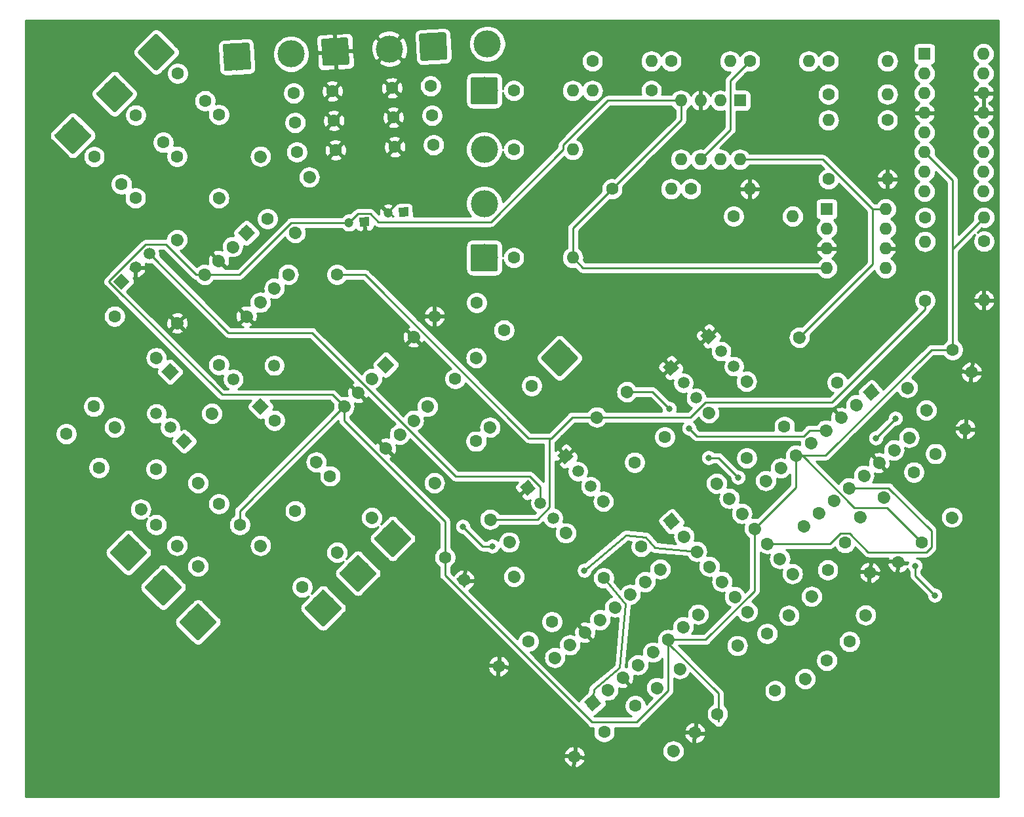
<source format=gbr>
%TF.GenerationSoftware,KiCad,Pcbnew,(5.1.2-1)-1*%
%TF.CreationDate,2021-01-24T21:42:30-05:00*%
%TF.ProjectId,VCF - MFOS,56434620-2d20-44d4-964f-532e6b696361,rev?*%
%TF.SameCoordinates,Original*%
%TF.FileFunction,Copper,L2,Bot*%
%TF.FilePolarity,Positive*%
%FSLAX46Y46*%
G04 Gerber Fmt 4.6, Leading zero omitted, Abs format (unit mm)*
G04 Created by KiCad (PCBNEW (5.1.2-1)-1) date 2021-01-24 21:42:30*
%MOMM*%
%LPD*%
G04 APERTURE LIST*
%TA.AperFunction,ComponentPad*%
%ADD10C,1.600000*%
%TD*%
%TA.AperFunction,ComponentPad*%
%ADD11C,1.200000*%
%TD*%
%TA.AperFunction,Conductor*%
%ADD12C,0.100000*%
%TD*%
%TA.AperFunction,Conductor*%
%ADD13C,1.600000*%
%TD*%
%TA.AperFunction,ComponentPad*%
%ADD14C,3.500000*%
%TD*%
%TA.AperFunction,ComponentPad*%
%ADD15C,1.500000*%
%TD*%
%TA.AperFunction,ComponentPad*%
%ADD16O,1.600000X1.600000*%
%TD*%
%TA.AperFunction,ComponentPad*%
%ADD17C,1.550000*%
%TD*%
%TA.AperFunction,ComponentPad*%
%ADD18R,1.600000X1.600000*%
%TD*%
%TA.AperFunction,ViaPad*%
%ADD19C,0.800000*%
%TD*%
%TA.AperFunction,Conductor*%
%ADD20C,0.250000*%
%TD*%
%TA.AperFunction,Conductor*%
%ADD21C,0.254000*%
%TD*%
G04 APERTURE END LIST*
D10*
%TO.P,C1,1*%
%TO.N,Net-(C1-Pad1)*%
X36548281Y-23720640D03*
%TO.P,C1,2*%
%TO.N,Net-(C1-Pad2)*%
X33012747Y-20185106D03*
%TD*%
%TO.P,C2,1*%
%TO.N,Net-(C2-Pad1)*%
X31160128Y-29108795D03*
%TO.P,C2,2*%
%TO.N,Net-(C2-Pad2)*%
X27624594Y-25573261D03*
%TD*%
%TO.P,C3,2*%
%TO.N,Net-(C3-Pad2)*%
X22236440Y-30961414D03*
%TO.P,C3,1*%
%TO.N,Net-(C3-Pad1)*%
X25771974Y-34496948D03*
%TD*%
%TO.P,C4,1*%
%TO.N,Net-(C4-Pad1)*%
X78308527Y-93578346D03*
%TO.P,C4,2*%
%TO.N,Earth*%
X74478305Y-96792284D03*
%TD*%
%TO.P,C5,2*%
%TO.N,Earth*%
X84274379Y-108466803D03*
%TO.P,C5,1*%
%TO.N,Net-(C5-Pad1)*%
X88104601Y-105252865D03*
%TD*%
%TO.P,C6,1*%
%TO.N,Net-(C6-Pad1)*%
X22179872Y-63233768D03*
%TO.P,C6,2*%
%TO.N,Net-(C6-Pad2)*%
X18644338Y-66769302D03*
%TD*%
%TO.P,C7,2*%
%TO.N,Net-(C7-Pad2)*%
X75163383Y-53355486D03*
%TO.P,C7,1*%
%TO.N,Net-(C7-Pad1)*%
X71627849Y-49819952D03*
%TD*%
%TO.P,C8,1*%
%TO.N,Net-(C8-Pad1)*%
X130911173Y-69333891D03*
%TO.P,C8,2*%
%TO.N,Earth*%
X134741395Y-66119953D03*
%TD*%
%TO.P,C9,2*%
%TO.N,Earth*%
X122424370Y-84675789D03*
%TO.P,C9,1*%
%TO.N,Net-(C9-Pad1)*%
X119210432Y-80845567D03*
%TD*%
%TO.P,C10,1*%
%TO.N,+12V*%
X65682372Y-21823438D03*
%TO.P,C10,2*%
%TO.N,Earth*%
X60689224Y-22085118D03*
%TD*%
%TO.P,C11,2*%
%TO.N,-12V*%
X48006628Y-22749784D03*
%TO.P,C11,1*%
%TO.N,Earth*%
X52999776Y-22488104D03*
%TD*%
%TO.P,C12,2*%
%TO.N,Earth*%
X60888623Y-25889896D03*
%TO.P,C12,1*%
%TO.N,+12V*%
X65881771Y-25628216D03*
%TD*%
%TO.P,C13,2*%
%TO.N,-12V*%
X48206028Y-26554562D03*
%TO.P,C13,1*%
%TO.N,Earth*%
X53199176Y-26292882D03*
%TD*%
%TO.P,C14,1*%
%TO.N,+12V*%
X66081171Y-29432995D03*
%TO.P,C14,2*%
%TO.N,Earth*%
X61088023Y-29694675D03*
%TD*%
%TO.P,C15,1*%
%TO.N,Earth*%
X53398576Y-30097661D03*
%TO.P,C15,2*%
%TO.N,-12V*%
X48405428Y-30359341D03*
%TD*%
D11*
%TO.P,C16,1*%
%TO.N,+12V*%
X62230000Y-38100000D03*
D12*
%TD*%
%TO.N,+12V*%
%TO.C,C16*%
G36*
X62797776Y-37469421D02*
G01*
X62860579Y-38667776D01*
X61662224Y-38730579D01*
X61599421Y-37532224D01*
X62797776Y-37469421D01*
X62797776Y-37469421D01*
G37*
D11*
%TO.P,C16,2*%
%TO.N,Earth*%
X60232741Y-38204672D03*
%TD*%
%TO.P,C17,2*%
%TO.N,-12V*%
X55152741Y-39474672D03*
%TO.P,C17,1*%
%TO.N,Earth*%
X57150000Y-39370000D03*
D12*
%TD*%
%TO.N,Earth*%
%TO.C,C17*%
G36*
X57717776Y-38739421D02*
G01*
X57780579Y-39937776D01*
X56582224Y-40000579D01*
X56519421Y-38802224D01*
X57717776Y-38739421D01*
X57717776Y-38739421D01*
G37*
D10*
%TO.P,D1,1*%
%TO.N,Net-(D1-Pad1)*%
X32058153Y-58743639D03*
D12*
%TD*%
%TO.N,Net-(D1-Pad1)*%
%TO.C,D1*%
G36*
X30926782Y-58743639D02*
G01*
X32058153Y-57612268D01*
X33189524Y-58743639D01*
X32058153Y-59875010D01*
X30926782Y-58743639D01*
X30926782Y-58743639D01*
G37*
D10*
%TO.P,D1,2*%
%TO.N,Net-(D1-Pad2)*%
X37446307Y-64131793D03*
D13*
%TD*%
%TO.N,Net-(D1-Pad2)*%
%TO.C,D1*%
X37446307Y-64131793D02*
X37446307Y-64131793D01*
D12*
%TO.N,Net-(C1-Pad2)*%
%TO.C,J1*%
G36*
X30286606Y-15064345D02*
G01*
X30310875Y-15067945D01*
X30334673Y-15073906D01*
X30357773Y-15082171D01*
X30379952Y-15092661D01*
X30400995Y-15105274D01*
X30420701Y-15119889D01*
X30438879Y-15136365D01*
X32560198Y-17257684D01*
X32576674Y-17275862D01*
X32591289Y-17295568D01*
X32603902Y-17316611D01*
X32614392Y-17338790D01*
X32622657Y-17361890D01*
X32628618Y-17385688D01*
X32632218Y-17409957D01*
X32633422Y-17434461D01*
X32632218Y-17458965D01*
X32628618Y-17483234D01*
X32622657Y-17507032D01*
X32614392Y-17530132D01*
X32603902Y-17552311D01*
X32591289Y-17573354D01*
X32576674Y-17593060D01*
X32560198Y-17611238D01*
X30438879Y-19732557D01*
X30420701Y-19749033D01*
X30400995Y-19763648D01*
X30379952Y-19776261D01*
X30357773Y-19786751D01*
X30334673Y-19795016D01*
X30310875Y-19800977D01*
X30286606Y-19804577D01*
X30262102Y-19805781D01*
X30237598Y-19804577D01*
X30213329Y-19800977D01*
X30189531Y-19795016D01*
X30166431Y-19786751D01*
X30144252Y-19776261D01*
X30123209Y-19763648D01*
X30103503Y-19749033D01*
X30085325Y-19732557D01*
X27964006Y-17611238D01*
X27947530Y-17593060D01*
X27932915Y-17573354D01*
X27920302Y-17552311D01*
X27909812Y-17530132D01*
X27901547Y-17507032D01*
X27895586Y-17483234D01*
X27891986Y-17458965D01*
X27890782Y-17434461D01*
X27891986Y-17409957D01*
X27895586Y-17385688D01*
X27901547Y-17361890D01*
X27909812Y-17338790D01*
X27920302Y-17316611D01*
X27932915Y-17295568D01*
X27947530Y-17275862D01*
X27964006Y-17257684D01*
X30085325Y-15136365D01*
X30103503Y-15119889D01*
X30123209Y-15105274D01*
X30144252Y-15092661D01*
X30166431Y-15082171D01*
X30189531Y-15073906D01*
X30213329Y-15067945D01*
X30237598Y-15064345D01*
X30262102Y-15063141D01*
X30286606Y-15064345D01*
X30286606Y-15064345D01*
G37*
D14*
%TD*%
%TO.P,J1,1*%
%TO.N,Net-(C1-Pad2)*%
X30262102Y-17434461D03*
D12*
%TO.N,Net-(C2-Pad2)*%
%TO.C,J2*%
G36*
X24898452Y-20452499D02*
G01*
X24922721Y-20456099D01*
X24946519Y-20462060D01*
X24969619Y-20470325D01*
X24991798Y-20480815D01*
X25012841Y-20493428D01*
X25032547Y-20508043D01*
X25050725Y-20524519D01*
X27172044Y-22645838D01*
X27188520Y-22664016D01*
X27203135Y-22683722D01*
X27215748Y-22704765D01*
X27226238Y-22726944D01*
X27234503Y-22750044D01*
X27240464Y-22773842D01*
X27244064Y-22798111D01*
X27245268Y-22822615D01*
X27244064Y-22847119D01*
X27240464Y-22871388D01*
X27234503Y-22895186D01*
X27226238Y-22918286D01*
X27215748Y-22940465D01*
X27203135Y-22961508D01*
X27188520Y-22981214D01*
X27172044Y-22999392D01*
X25050725Y-25120711D01*
X25032547Y-25137187D01*
X25012841Y-25151802D01*
X24991798Y-25164415D01*
X24969619Y-25174905D01*
X24946519Y-25183170D01*
X24922721Y-25189131D01*
X24898452Y-25192731D01*
X24873948Y-25193935D01*
X24849444Y-25192731D01*
X24825175Y-25189131D01*
X24801377Y-25183170D01*
X24778277Y-25174905D01*
X24756098Y-25164415D01*
X24735055Y-25151802D01*
X24715349Y-25137187D01*
X24697171Y-25120711D01*
X22575852Y-22999392D01*
X22559376Y-22981214D01*
X22544761Y-22961508D01*
X22532148Y-22940465D01*
X22521658Y-22918286D01*
X22513393Y-22895186D01*
X22507432Y-22871388D01*
X22503832Y-22847119D01*
X22502628Y-22822615D01*
X22503832Y-22798111D01*
X22507432Y-22773842D01*
X22513393Y-22750044D01*
X22521658Y-22726944D01*
X22532148Y-22704765D01*
X22544761Y-22683722D01*
X22559376Y-22664016D01*
X22575852Y-22645838D01*
X24697171Y-20524519D01*
X24715349Y-20508043D01*
X24735055Y-20493428D01*
X24756098Y-20480815D01*
X24778277Y-20470325D01*
X24801377Y-20462060D01*
X24825175Y-20456099D01*
X24849444Y-20452499D01*
X24873948Y-20451295D01*
X24898452Y-20452499D01*
X24898452Y-20452499D01*
G37*
D14*
%TD*%
%TO.P,J2,1*%
%TO.N,Net-(C2-Pad2)*%
X24873948Y-22822615D03*
D12*
%TO.N,Net-(C3-Pad2)*%
%TO.C,J3*%
G36*
X19510299Y-25840652D02*
G01*
X19534568Y-25844252D01*
X19558366Y-25850213D01*
X19581466Y-25858478D01*
X19603645Y-25868968D01*
X19624688Y-25881581D01*
X19644394Y-25896196D01*
X19662572Y-25912672D01*
X21783891Y-28033991D01*
X21800367Y-28052169D01*
X21814982Y-28071875D01*
X21827595Y-28092918D01*
X21838085Y-28115097D01*
X21846350Y-28138197D01*
X21852311Y-28161995D01*
X21855911Y-28186264D01*
X21857115Y-28210768D01*
X21855911Y-28235272D01*
X21852311Y-28259541D01*
X21846350Y-28283339D01*
X21838085Y-28306439D01*
X21827595Y-28328618D01*
X21814982Y-28349661D01*
X21800367Y-28369367D01*
X21783891Y-28387545D01*
X19662572Y-30508864D01*
X19644394Y-30525340D01*
X19624688Y-30539955D01*
X19603645Y-30552568D01*
X19581466Y-30563058D01*
X19558366Y-30571323D01*
X19534568Y-30577284D01*
X19510299Y-30580884D01*
X19485795Y-30582088D01*
X19461291Y-30580884D01*
X19437022Y-30577284D01*
X19413224Y-30571323D01*
X19390124Y-30563058D01*
X19367945Y-30552568D01*
X19346902Y-30539955D01*
X19327196Y-30525340D01*
X19309018Y-30508864D01*
X17187699Y-28387545D01*
X17171223Y-28369367D01*
X17156608Y-28349661D01*
X17143995Y-28328618D01*
X17133505Y-28306439D01*
X17125240Y-28283339D01*
X17119279Y-28259541D01*
X17115679Y-28235272D01*
X17114475Y-28210768D01*
X17115679Y-28186264D01*
X17119279Y-28161995D01*
X17125240Y-28138197D01*
X17133505Y-28115097D01*
X17143995Y-28092918D01*
X17156608Y-28071875D01*
X17171223Y-28052169D01*
X17187699Y-28033991D01*
X19309018Y-25912672D01*
X19327196Y-25896196D01*
X19346902Y-25881581D01*
X19367945Y-25868968D01*
X19390124Y-25858478D01*
X19413224Y-25850213D01*
X19437022Y-25844252D01*
X19461291Y-25840652D01*
X19485795Y-25839448D01*
X19510299Y-25840652D01*
X19510299Y-25840652D01*
G37*
D14*
%TD*%
%TO.P,J3,1*%
%TO.N,Net-(C3-Pad2)*%
X19485795Y-28210768D03*
D12*
%TO.N,Net-(J4-Pad1)*%
%TO.C,J4*%
G36*
X51839221Y-86906395D02*
G01*
X51863490Y-86909995D01*
X51887288Y-86915956D01*
X51910388Y-86924221D01*
X51932567Y-86934711D01*
X51953610Y-86947324D01*
X51973316Y-86961939D01*
X51991494Y-86978415D01*
X54112813Y-89099734D01*
X54129289Y-89117912D01*
X54143904Y-89137618D01*
X54156517Y-89158661D01*
X54167007Y-89180840D01*
X54175272Y-89203940D01*
X54181233Y-89227738D01*
X54184833Y-89252007D01*
X54186037Y-89276511D01*
X54184833Y-89301015D01*
X54181233Y-89325284D01*
X54175272Y-89349082D01*
X54167007Y-89372182D01*
X54156517Y-89394361D01*
X54143904Y-89415404D01*
X54129289Y-89435110D01*
X54112813Y-89453288D01*
X51991494Y-91574607D01*
X51973316Y-91591083D01*
X51953610Y-91605698D01*
X51932567Y-91618311D01*
X51910388Y-91628801D01*
X51887288Y-91637066D01*
X51863490Y-91643027D01*
X51839221Y-91646627D01*
X51814717Y-91647831D01*
X51790213Y-91646627D01*
X51765944Y-91643027D01*
X51742146Y-91637066D01*
X51719046Y-91628801D01*
X51696867Y-91618311D01*
X51675824Y-91605698D01*
X51656118Y-91591083D01*
X51637940Y-91574607D01*
X49516621Y-89453288D01*
X49500145Y-89435110D01*
X49485530Y-89415404D01*
X49472917Y-89394361D01*
X49462427Y-89372182D01*
X49454162Y-89349082D01*
X49448201Y-89325284D01*
X49444601Y-89301015D01*
X49443397Y-89276511D01*
X49444601Y-89252007D01*
X49448201Y-89227738D01*
X49454162Y-89203940D01*
X49462427Y-89180840D01*
X49472917Y-89158661D01*
X49485530Y-89137618D01*
X49500145Y-89117912D01*
X49516621Y-89099734D01*
X51637940Y-86978415D01*
X51656118Y-86961939D01*
X51675824Y-86947324D01*
X51696867Y-86934711D01*
X51719046Y-86924221D01*
X51742146Y-86915956D01*
X51765944Y-86909995D01*
X51790213Y-86906395D01*
X51814717Y-86905191D01*
X51839221Y-86906395D01*
X51839221Y-86906395D01*
G37*
D14*
%TD*%
%TO.P,J4,1*%
%TO.N,Net-(J4-Pad1)*%
X51814717Y-89276511D03*
D12*
%TO.N,Net-(J5-Pad1)*%
%TO.C,J5*%
G36*
X56329350Y-82416267D02*
G01*
X56353619Y-82419867D01*
X56377417Y-82425828D01*
X56400517Y-82434093D01*
X56422696Y-82444583D01*
X56443739Y-82457196D01*
X56463445Y-82471811D01*
X56481623Y-82488287D01*
X58602942Y-84609606D01*
X58619418Y-84627784D01*
X58634033Y-84647490D01*
X58646646Y-84668533D01*
X58657136Y-84690712D01*
X58665401Y-84713812D01*
X58671362Y-84737610D01*
X58674962Y-84761879D01*
X58676166Y-84786383D01*
X58674962Y-84810887D01*
X58671362Y-84835156D01*
X58665401Y-84858954D01*
X58657136Y-84882054D01*
X58646646Y-84904233D01*
X58634033Y-84925276D01*
X58619418Y-84944982D01*
X58602942Y-84963160D01*
X56481623Y-87084479D01*
X56463445Y-87100955D01*
X56443739Y-87115570D01*
X56422696Y-87128183D01*
X56400517Y-87138673D01*
X56377417Y-87146938D01*
X56353619Y-87152899D01*
X56329350Y-87156499D01*
X56304846Y-87157703D01*
X56280342Y-87156499D01*
X56256073Y-87152899D01*
X56232275Y-87146938D01*
X56209175Y-87138673D01*
X56186996Y-87128183D01*
X56165953Y-87115570D01*
X56146247Y-87100955D01*
X56128069Y-87084479D01*
X54006750Y-84963160D01*
X53990274Y-84944982D01*
X53975659Y-84925276D01*
X53963046Y-84904233D01*
X53952556Y-84882054D01*
X53944291Y-84858954D01*
X53938330Y-84835156D01*
X53934730Y-84810887D01*
X53933526Y-84786383D01*
X53934730Y-84761879D01*
X53938330Y-84737610D01*
X53944291Y-84713812D01*
X53952556Y-84690712D01*
X53963046Y-84668533D01*
X53975659Y-84647490D01*
X53990274Y-84627784D01*
X54006750Y-84609606D01*
X56128069Y-82488287D01*
X56146247Y-82471811D01*
X56165953Y-82457196D01*
X56186996Y-82444583D01*
X56209175Y-82434093D01*
X56232275Y-82425828D01*
X56256073Y-82419867D01*
X56280342Y-82416267D01*
X56304846Y-82415063D01*
X56329350Y-82416267D01*
X56329350Y-82416267D01*
G37*
D14*
%TD*%
%TO.P,J5,1*%
%TO.N,Net-(J5-Pad1)*%
X56304846Y-84786383D03*
D12*
%TO.N,Net-(J6-Pad1)*%
%TO.C,J6*%
G36*
X60819478Y-77926137D02*
G01*
X60843747Y-77929737D01*
X60867545Y-77935698D01*
X60890645Y-77943963D01*
X60912824Y-77954453D01*
X60933867Y-77967066D01*
X60953573Y-77981681D01*
X60971751Y-77998157D01*
X63093070Y-80119476D01*
X63109546Y-80137654D01*
X63124161Y-80157360D01*
X63136774Y-80178403D01*
X63147264Y-80200582D01*
X63155529Y-80223682D01*
X63161490Y-80247480D01*
X63165090Y-80271749D01*
X63166294Y-80296253D01*
X63165090Y-80320757D01*
X63161490Y-80345026D01*
X63155529Y-80368824D01*
X63147264Y-80391924D01*
X63136774Y-80414103D01*
X63124161Y-80435146D01*
X63109546Y-80454852D01*
X63093070Y-80473030D01*
X60971751Y-82594349D01*
X60953573Y-82610825D01*
X60933867Y-82625440D01*
X60912824Y-82638053D01*
X60890645Y-82648543D01*
X60867545Y-82656808D01*
X60843747Y-82662769D01*
X60819478Y-82666369D01*
X60794974Y-82667573D01*
X60770470Y-82666369D01*
X60746201Y-82662769D01*
X60722403Y-82656808D01*
X60699303Y-82648543D01*
X60677124Y-82638053D01*
X60656081Y-82625440D01*
X60636375Y-82610825D01*
X60618197Y-82594349D01*
X58496878Y-80473030D01*
X58480402Y-80454852D01*
X58465787Y-80435146D01*
X58453174Y-80414103D01*
X58442684Y-80391924D01*
X58434419Y-80368824D01*
X58428458Y-80345026D01*
X58424858Y-80320757D01*
X58423654Y-80296253D01*
X58424858Y-80271749D01*
X58428458Y-80247480D01*
X58434419Y-80223682D01*
X58442684Y-80200582D01*
X58453174Y-80178403D01*
X58465787Y-80157360D01*
X58480402Y-80137654D01*
X58496878Y-80119476D01*
X60618197Y-77998157D01*
X60636375Y-77981681D01*
X60656081Y-77967066D01*
X60677124Y-77954453D01*
X60699303Y-77943963D01*
X60722403Y-77935698D01*
X60746201Y-77929737D01*
X60770470Y-77926137D01*
X60794974Y-77924933D01*
X60819478Y-77926137D01*
X60819478Y-77926137D01*
G37*
D14*
%TD*%
%TO.P,J6,1*%
%TO.N,Net-(J6-Pad1)*%
X60794974Y-80296253D03*
D12*
%TO.N,Net-(J7-Pad1)*%
%TO.C,J7*%
G36*
X26694504Y-79722190D02*
G01*
X26718773Y-79725790D01*
X26742571Y-79731751D01*
X26765671Y-79740016D01*
X26787850Y-79750506D01*
X26808893Y-79763119D01*
X26828599Y-79777734D01*
X26846777Y-79794210D01*
X28968096Y-81915529D01*
X28984572Y-81933707D01*
X28999187Y-81953413D01*
X29011800Y-81974456D01*
X29022290Y-81996635D01*
X29030555Y-82019735D01*
X29036516Y-82043533D01*
X29040116Y-82067802D01*
X29041320Y-82092306D01*
X29040116Y-82116810D01*
X29036516Y-82141079D01*
X29030555Y-82164877D01*
X29022290Y-82187977D01*
X29011800Y-82210156D01*
X28999187Y-82231199D01*
X28984572Y-82250905D01*
X28968096Y-82269083D01*
X26846777Y-84390402D01*
X26828599Y-84406878D01*
X26808893Y-84421493D01*
X26787850Y-84434106D01*
X26765671Y-84444596D01*
X26742571Y-84452861D01*
X26718773Y-84458822D01*
X26694504Y-84462422D01*
X26670000Y-84463626D01*
X26645496Y-84462422D01*
X26621227Y-84458822D01*
X26597429Y-84452861D01*
X26574329Y-84444596D01*
X26552150Y-84434106D01*
X26531107Y-84421493D01*
X26511401Y-84406878D01*
X26493223Y-84390402D01*
X24371904Y-82269083D01*
X24355428Y-82250905D01*
X24340813Y-82231199D01*
X24328200Y-82210156D01*
X24317710Y-82187977D01*
X24309445Y-82164877D01*
X24303484Y-82141079D01*
X24299884Y-82116810D01*
X24298680Y-82092306D01*
X24299884Y-82067802D01*
X24303484Y-82043533D01*
X24309445Y-82019735D01*
X24317710Y-81996635D01*
X24328200Y-81974456D01*
X24340813Y-81953413D01*
X24355428Y-81933707D01*
X24371904Y-81915529D01*
X26493223Y-79794210D01*
X26511401Y-79777734D01*
X26531107Y-79763119D01*
X26552150Y-79750506D01*
X26574329Y-79740016D01*
X26597429Y-79731751D01*
X26621227Y-79725790D01*
X26645496Y-79722190D01*
X26670000Y-79720986D01*
X26694504Y-79722190D01*
X26694504Y-79722190D01*
G37*
D14*
%TD*%
%TO.P,J7,1*%
%TO.N,Net-(J7-Pad1)*%
X26670000Y-82092306D03*
D12*
%TO.N,Net-(J8-Pad1)*%
%TO.C,J8*%
G36*
X31184632Y-84212318D02*
G01*
X31208901Y-84215918D01*
X31232699Y-84221879D01*
X31255799Y-84230144D01*
X31277978Y-84240634D01*
X31299021Y-84253247D01*
X31318727Y-84267862D01*
X31336905Y-84284338D01*
X33458224Y-86405657D01*
X33474700Y-86423835D01*
X33489315Y-86443541D01*
X33501928Y-86464584D01*
X33512418Y-86486763D01*
X33520683Y-86509863D01*
X33526644Y-86533661D01*
X33530244Y-86557930D01*
X33531448Y-86582434D01*
X33530244Y-86606938D01*
X33526644Y-86631207D01*
X33520683Y-86655005D01*
X33512418Y-86678105D01*
X33501928Y-86700284D01*
X33489315Y-86721327D01*
X33474700Y-86741033D01*
X33458224Y-86759211D01*
X31336905Y-88880530D01*
X31318727Y-88897006D01*
X31299021Y-88911621D01*
X31277978Y-88924234D01*
X31255799Y-88934724D01*
X31232699Y-88942989D01*
X31208901Y-88948950D01*
X31184632Y-88952550D01*
X31160128Y-88953754D01*
X31135624Y-88952550D01*
X31111355Y-88948950D01*
X31087557Y-88942989D01*
X31064457Y-88934724D01*
X31042278Y-88924234D01*
X31021235Y-88911621D01*
X31001529Y-88897006D01*
X30983351Y-88880530D01*
X28862032Y-86759211D01*
X28845556Y-86741033D01*
X28830941Y-86721327D01*
X28818328Y-86700284D01*
X28807838Y-86678105D01*
X28799573Y-86655005D01*
X28793612Y-86631207D01*
X28790012Y-86606938D01*
X28788808Y-86582434D01*
X28790012Y-86557930D01*
X28793612Y-86533661D01*
X28799573Y-86509863D01*
X28807838Y-86486763D01*
X28818328Y-86464584D01*
X28830941Y-86443541D01*
X28845556Y-86423835D01*
X28862032Y-86405657D01*
X30983351Y-84284338D01*
X31001529Y-84267862D01*
X31021235Y-84253247D01*
X31042278Y-84240634D01*
X31064457Y-84230144D01*
X31087557Y-84221879D01*
X31111355Y-84215918D01*
X31135624Y-84212318D01*
X31160128Y-84211114D01*
X31184632Y-84212318D01*
X31184632Y-84212318D01*
G37*
D14*
%TD*%
%TO.P,J8,1*%
%TO.N,Net-(J8-Pad1)*%
X31160128Y-86582434D03*
D12*
%TO.N,Net-(J9-Pad1)*%
%TO.C,J9*%
G36*
X35674760Y-88702446D02*
G01*
X35699029Y-88706046D01*
X35722827Y-88712007D01*
X35745927Y-88720272D01*
X35768106Y-88730762D01*
X35789149Y-88743375D01*
X35808855Y-88757990D01*
X35827033Y-88774466D01*
X37948352Y-90895785D01*
X37964828Y-90913963D01*
X37979443Y-90933669D01*
X37992056Y-90954712D01*
X38002546Y-90976891D01*
X38010811Y-90999991D01*
X38016772Y-91023789D01*
X38020372Y-91048058D01*
X38021576Y-91072562D01*
X38020372Y-91097066D01*
X38016772Y-91121335D01*
X38010811Y-91145133D01*
X38002546Y-91168233D01*
X37992056Y-91190412D01*
X37979443Y-91211455D01*
X37964828Y-91231161D01*
X37948352Y-91249339D01*
X35827033Y-93370658D01*
X35808855Y-93387134D01*
X35789149Y-93401749D01*
X35768106Y-93414362D01*
X35745927Y-93424852D01*
X35722827Y-93433117D01*
X35699029Y-93439078D01*
X35674760Y-93442678D01*
X35650256Y-93443882D01*
X35625752Y-93442678D01*
X35601483Y-93439078D01*
X35577685Y-93433117D01*
X35554585Y-93424852D01*
X35532406Y-93414362D01*
X35511363Y-93401749D01*
X35491657Y-93387134D01*
X35473479Y-93370658D01*
X33352160Y-91249339D01*
X33335684Y-91231161D01*
X33321069Y-91211455D01*
X33308456Y-91190412D01*
X33297966Y-91168233D01*
X33289701Y-91145133D01*
X33283740Y-91121335D01*
X33280140Y-91097066D01*
X33278936Y-91072562D01*
X33280140Y-91048058D01*
X33283740Y-91023789D01*
X33289701Y-90999991D01*
X33297966Y-90976891D01*
X33308456Y-90954712D01*
X33321069Y-90933669D01*
X33335684Y-90913963D01*
X33352160Y-90895785D01*
X35473479Y-88774466D01*
X35491657Y-88757990D01*
X35511363Y-88743375D01*
X35532406Y-88730762D01*
X35554585Y-88720272D01*
X35577685Y-88712007D01*
X35601483Y-88706046D01*
X35625752Y-88702446D01*
X35650256Y-88701242D01*
X35674760Y-88702446D01*
X35674760Y-88702446D01*
G37*
D14*
%TD*%
%TO.P,J9,1*%
%TO.N,Net-(J9-Pad1)*%
X35650256Y-91072562D03*
D12*
%TO.N,Net-(J10-Pad1)*%
%TO.C,J10*%
G36*
X82372092Y-54577473D02*
G01*
X82396361Y-54581073D01*
X82420159Y-54587034D01*
X82443259Y-54595299D01*
X82465438Y-54605789D01*
X82486481Y-54618402D01*
X82506187Y-54633017D01*
X82524365Y-54649493D01*
X84645684Y-56770812D01*
X84662160Y-56788990D01*
X84676775Y-56808696D01*
X84689388Y-56829739D01*
X84699878Y-56851918D01*
X84708143Y-56875018D01*
X84714104Y-56898816D01*
X84717704Y-56923085D01*
X84718908Y-56947589D01*
X84717704Y-56972093D01*
X84714104Y-56996362D01*
X84708143Y-57020160D01*
X84699878Y-57043260D01*
X84689388Y-57065439D01*
X84676775Y-57086482D01*
X84662160Y-57106188D01*
X84645684Y-57124366D01*
X82524365Y-59245685D01*
X82506187Y-59262161D01*
X82486481Y-59276776D01*
X82465438Y-59289389D01*
X82443259Y-59299879D01*
X82420159Y-59308144D01*
X82396361Y-59314105D01*
X82372092Y-59317705D01*
X82347588Y-59318909D01*
X82323084Y-59317705D01*
X82298815Y-59314105D01*
X82275017Y-59308144D01*
X82251917Y-59299879D01*
X82229738Y-59289389D01*
X82208695Y-59276776D01*
X82188989Y-59262161D01*
X82170811Y-59245685D01*
X80049492Y-57124366D01*
X80033016Y-57106188D01*
X80018401Y-57086482D01*
X80005788Y-57065439D01*
X79995298Y-57043260D01*
X79987033Y-57020160D01*
X79981072Y-56996362D01*
X79977472Y-56972093D01*
X79976268Y-56947589D01*
X79977472Y-56923085D01*
X79981072Y-56898816D01*
X79987033Y-56875018D01*
X79995298Y-56851918D01*
X80005788Y-56829739D01*
X80018401Y-56808696D01*
X80033016Y-56788990D01*
X80049492Y-56770812D01*
X82170811Y-54649493D01*
X82188989Y-54633017D01*
X82208695Y-54618402D01*
X82229738Y-54605789D01*
X82251917Y-54595299D01*
X82275017Y-54587034D01*
X82298815Y-54581073D01*
X82323084Y-54577473D01*
X82347588Y-54576269D01*
X82372092Y-54577473D01*
X82372092Y-54577473D01*
G37*
D14*
%TD*%
%TO.P,J10,1*%
%TO.N,Net-(J10-Pad1)*%
X82347588Y-56947589D03*
D12*
%TO.N,Net-(J11-Pad1)*%
%TO.C,J11*%
G36*
X74137497Y-20667698D02*
G01*
X74161766Y-20671298D01*
X74185564Y-20677259D01*
X74208664Y-20685524D01*
X74230843Y-20696014D01*
X74251886Y-20708627D01*
X74271592Y-20723242D01*
X74289770Y-20739718D01*
X74306246Y-20757896D01*
X74320861Y-20777602D01*
X74333474Y-20798645D01*
X74343964Y-20820824D01*
X74352229Y-20843924D01*
X74358190Y-20867722D01*
X74361790Y-20891991D01*
X74362994Y-20916495D01*
X74362994Y-23916493D01*
X74361790Y-23940997D01*
X74358190Y-23965266D01*
X74352229Y-23989064D01*
X74343964Y-24012164D01*
X74333474Y-24034343D01*
X74320861Y-24055386D01*
X74306246Y-24075092D01*
X74289770Y-24093270D01*
X74271592Y-24109746D01*
X74251886Y-24124361D01*
X74230843Y-24136974D01*
X74208664Y-24147464D01*
X74185564Y-24155729D01*
X74161766Y-24161690D01*
X74137497Y-24165290D01*
X74112993Y-24166494D01*
X71112995Y-24166494D01*
X71088491Y-24165290D01*
X71064222Y-24161690D01*
X71040424Y-24155729D01*
X71017324Y-24147464D01*
X70995145Y-24136974D01*
X70974102Y-24124361D01*
X70954396Y-24109746D01*
X70936218Y-24093270D01*
X70919742Y-24075092D01*
X70905127Y-24055386D01*
X70892514Y-24034343D01*
X70882024Y-24012164D01*
X70873759Y-23989064D01*
X70867798Y-23965266D01*
X70864198Y-23940997D01*
X70862994Y-23916493D01*
X70862994Y-20916495D01*
X70864198Y-20891991D01*
X70867798Y-20867722D01*
X70873759Y-20843924D01*
X70882024Y-20820824D01*
X70892514Y-20798645D01*
X70905127Y-20777602D01*
X70919742Y-20757896D01*
X70936218Y-20739718D01*
X70954396Y-20723242D01*
X70974102Y-20708627D01*
X70995145Y-20696014D01*
X71017324Y-20685524D01*
X71040424Y-20677259D01*
X71064222Y-20671298D01*
X71088491Y-20667698D01*
X71112995Y-20666494D01*
X74112993Y-20666494D01*
X74137497Y-20667698D01*
X74137497Y-20667698D01*
G37*
D14*
%TD*%
%TO.P,J11,1*%
%TO.N,Net-(J11-Pad1)*%
X72612994Y-22416494D03*
D12*
%TO.N,+12V*%
%TO.C,J12*%
G36*
X67490966Y-14894090D02*
G01*
X67515044Y-14898798D01*
X67538545Y-14905843D01*
X67561242Y-14915157D01*
X67582917Y-14926652D01*
X67603360Y-14940215D01*
X67622376Y-14955717D01*
X67639781Y-14973008D01*
X67655407Y-14991922D01*
X67669104Y-15012277D01*
X67680740Y-15033876D01*
X67690203Y-15056511D01*
X67697402Y-15079965D01*
X67702267Y-15104012D01*
X67704751Y-15128420D01*
X67861759Y-18124306D01*
X67861840Y-18148840D01*
X67859515Y-18173263D01*
X67854807Y-18197341D01*
X67847762Y-18220842D01*
X67838448Y-18243539D01*
X67826953Y-18265214D01*
X67813390Y-18285657D01*
X67797888Y-18304673D01*
X67780597Y-18322078D01*
X67761683Y-18337704D01*
X67741328Y-18351401D01*
X67719729Y-18363037D01*
X67697094Y-18372500D01*
X67673640Y-18379699D01*
X67649593Y-18384564D01*
X67625185Y-18387048D01*
X64629299Y-18544056D01*
X64604765Y-18544137D01*
X64580342Y-18541812D01*
X64556264Y-18537104D01*
X64532763Y-18530059D01*
X64510066Y-18520745D01*
X64488391Y-18509250D01*
X64467948Y-18495687D01*
X64448932Y-18480185D01*
X64431527Y-18462894D01*
X64415901Y-18443980D01*
X64402204Y-18423625D01*
X64390568Y-18402026D01*
X64381105Y-18379391D01*
X64373906Y-18355937D01*
X64369041Y-18331890D01*
X64366557Y-18307482D01*
X64209549Y-15311596D01*
X64209468Y-15287062D01*
X64211793Y-15262639D01*
X64216501Y-15238561D01*
X64223546Y-15215060D01*
X64232860Y-15192363D01*
X64244355Y-15170688D01*
X64257918Y-15150245D01*
X64273420Y-15131229D01*
X64290711Y-15113824D01*
X64309625Y-15098198D01*
X64329980Y-15084501D01*
X64351579Y-15072865D01*
X64374214Y-15063402D01*
X64397668Y-15056203D01*
X64421715Y-15051338D01*
X64446123Y-15048854D01*
X67442009Y-14891846D01*
X67466543Y-14891765D01*
X67490966Y-14894090D01*
X67490966Y-14894090D01*
G37*
D14*
%TD*%
%TO.P,J12,1*%
%TO.N,+12V*%
X66035654Y-16717951D03*
%TO.P,J12,2*%
%TO.N,+12V*%
X73026061Y-16351599D03*
%TD*%
%TO.P,J13,2*%
%TO.N,Earth*%
X60378419Y-17014433D03*
D12*
%TD*%
%TO.N,Earth*%
%TO.C,J13*%
G36*
X54843324Y-15556924D02*
G01*
X54867402Y-15561632D01*
X54890903Y-15568677D01*
X54913600Y-15577991D01*
X54935275Y-15589486D01*
X54955718Y-15603049D01*
X54974734Y-15618551D01*
X54992139Y-15635842D01*
X55007765Y-15654756D01*
X55021462Y-15675111D01*
X55033098Y-15696710D01*
X55042561Y-15719345D01*
X55049760Y-15742799D01*
X55054625Y-15766846D01*
X55057109Y-15791254D01*
X55214117Y-18787140D01*
X55214198Y-18811674D01*
X55211873Y-18836097D01*
X55207165Y-18860175D01*
X55200120Y-18883676D01*
X55190806Y-18906373D01*
X55179311Y-18928048D01*
X55165748Y-18948491D01*
X55150246Y-18967507D01*
X55132955Y-18984912D01*
X55114041Y-19000538D01*
X55093686Y-19014235D01*
X55072087Y-19025871D01*
X55049452Y-19035334D01*
X55025998Y-19042533D01*
X55001951Y-19047398D01*
X54977543Y-19049882D01*
X51981657Y-19206890D01*
X51957123Y-19206971D01*
X51932700Y-19204646D01*
X51908622Y-19199938D01*
X51885121Y-19192893D01*
X51862424Y-19183579D01*
X51840749Y-19172084D01*
X51820306Y-19158521D01*
X51801290Y-19143019D01*
X51783885Y-19125728D01*
X51768259Y-19106814D01*
X51754562Y-19086459D01*
X51742926Y-19064860D01*
X51733463Y-19042225D01*
X51726264Y-19018771D01*
X51721399Y-18994724D01*
X51718915Y-18970316D01*
X51561907Y-15974430D01*
X51561826Y-15949896D01*
X51564151Y-15925473D01*
X51568859Y-15901395D01*
X51575904Y-15877894D01*
X51585218Y-15855197D01*
X51596713Y-15833522D01*
X51610276Y-15813079D01*
X51625778Y-15794063D01*
X51643069Y-15776658D01*
X51661983Y-15761032D01*
X51682338Y-15747335D01*
X51703937Y-15735699D01*
X51726572Y-15726236D01*
X51750026Y-15719037D01*
X51774073Y-15714172D01*
X51798481Y-15711688D01*
X54794367Y-15554680D01*
X54818901Y-15554599D01*
X54843324Y-15556924D01*
X54843324Y-15556924D01*
G37*
D14*
%TO.P,J13,1*%
%TO.N,Earth*%
X53388012Y-17380785D03*
%TD*%
D12*
%TO.N,-12V*%
%TO.C,J14*%
G36*
X42125776Y-16223423D02*
G01*
X42149854Y-16228131D01*
X42173355Y-16235176D01*
X42196052Y-16244490D01*
X42217727Y-16255985D01*
X42238170Y-16269548D01*
X42257186Y-16285050D01*
X42274591Y-16302341D01*
X42290217Y-16321255D01*
X42303914Y-16341610D01*
X42315550Y-16363209D01*
X42325013Y-16385844D01*
X42332212Y-16409298D01*
X42337077Y-16433345D01*
X42339561Y-16457753D01*
X42496569Y-19453639D01*
X42496650Y-19478173D01*
X42494325Y-19502596D01*
X42489617Y-19526674D01*
X42482572Y-19550175D01*
X42473258Y-19572872D01*
X42461763Y-19594547D01*
X42448200Y-19614990D01*
X42432698Y-19634006D01*
X42415407Y-19651411D01*
X42396493Y-19667037D01*
X42376138Y-19680734D01*
X42354539Y-19692370D01*
X42331904Y-19701833D01*
X42308450Y-19709032D01*
X42284403Y-19713897D01*
X42259995Y-19716381D01*
X39264109Y-19873389D01*
X39239575Y-19873470D01*
X39215152Y-19871145D01*
X39191074Y-19866437D01*
X39167573Y-19859392D01*
X39144876Y-19850078D01*
X39123201Y-19838583D01*
X39102758Y-19825020D01*
X39083742Y-19809518D01*
X39066337Y-19792227D01*
X39050711Y-19773313D01*
X39037014Y-19752958D01*
X39025378Y-19731359D01*
X39015915Y-19708724D01*
X39008716Y-19685270D01*
X39003851Y-19661223D01*
X39001367Y-19636815D01*
X38844359Y-16640929D01*
X38844278Y-16616395D01*
X38846603Y-16591972D01*
X38851311Y-16567894D01*
X38858356Y-16544393D01*
X38867670Y-16521696D01*
X38879165Y-16500021D01*
X38892728Y-16479578D01*
X38908230Y-16460562D01*
X38925521Y-16443157D01*
X38944435Y-16427531D01*
X38964790Y-16413834D01*
X38986389Y-16402198D01*
X39009024Y-16392735D01*
X39032478Y-16385536D01*
X39056525Y-16380671D01*
X39080933Y-16378187D01*
X42076819Y-16221179D01*
X42101353Y-16221098D01*
X42125776Y-16223423D01*
X42125776Y-16223423D01*
G37*
D14*
%TD*%
%TO.P,J14,1*%
%TO.N,-12V*%
X40670464Y-18047284D03*
%TO.P,J14,2*%
%TO.N,-12V*%
X47660871Y-17680932D03*
%TD*%
D15*
%TO.P,Q1,2*%
%TO.N,Net-(Q1-Pad2)*%
X84738267Y-71604485D03*
%TO.P,Q1,3*%
%TO.N,Net-(Q1-Pad3)*%
X86370947Y-73550238D03*
%TO.P,Q1,1*%
%TO.N,Earth*%
X83105586Y-69658732D03*
D12*
%TD*%
%TO.N,Earth*%
%TO.C,Q1*%
G36*
X82048962Y-69566289D02*
G01*
X83198029Y-68602108D01*
X84162210Y-69751175D01*
X83013143Y-70715356D01*
X82048962Y-69566289D01*
X82048962Y-69566289D01*
G37*
D15*
%TO.P,Q2,1*%
%TO.N,Earth*%
X78241204Y-73740431D03*
D12*
%TD*%
%TO.N,Earth*%
%TO.C,Q2*%
G36*
X77184580Y-73647988D02*
G01*
X78333647Y-72683807D01*
X79297828Y-73832874D01*
X78148761Y-74797055D01*
X77184580Y-73647988D01*
X77184580Y-73647988D01*
G37*
D15*
%TO.P,Q2,3*%
%TO.N,Net-(Q2-Pad3)*%
X81506565Y-77631937D03*
%TO.P,Q2,2*%
%TO.N,Net-(Q1-Pad2)*%
X79873885Y-75686184D03*
%TD*%
%TO.P,Q3,2*%
%TO.N,Net-(Q1-Pad2)*%
X103222923Y-56094014D03*
%TO.P,Q3,3*%
%TO.N,Net-(Q3-Pad3)*%
X104855603Y-58039767D03*
%TO.P,Q3,1*%
%TO.N,Earth*%
X101590242Y-54148261D03*
D12*
%TD*%
%TO.N,Earth*%
%TO.C,Q3*%
G36*
X100533618Y-54055818D02*
G01*
X101682685Y-53091637D01*
X102646866Y-54240704D01*
X101497799Y-55204885D01*
X100533618Y-54055818D01*
X100533618Y-54055818D01*
G37*
D15*
%TO.P,Q4,2*%
%TO.N,Net-(D1-Pad2)*%
X32058154Y-65927845D03*
%TO.P,Q4,3*%
%TO.N,Net-(C6-Pad2)*%
X30262103Y-64131794D03*
%TO.P,Q4,1*%
%TO.N,Net-(Q4-Pad1)*%
X33854205Y-67723896D03*
D12*
%TD*%
%TO.N,Net-(Q4-Pad1)*%
%TO.C,Q4*%
G36*
X34914865Y-67723896D02*
G01*
X33854205Y-68784556D01*
X32793545Y-67723896D01*
X33854205Y-66663236D01*
X34914865Y-67723896D01*
X34914865Y-67723896D01*
G37*
D15*
%TO.P,Q5,2*%
%TO.N,Earth*%
X27568025Y-45273255D03*
%TO.P,Q5,3*%
%TO.N,Net-(Q1-Pad2)*%
X29364076Y-43477204D03*
%TO.P,Q5,1*%
%TO.N,Net-(Q4-Pad1)*%
X25771974Y-47069306D03*
D12*
%TD*%
%TO.N,Net-(Q4-Pad1)*%
%TO.C,Q5*%
G36*
X25771974Y-48129966D02*
G01*
X24711314Y-47069306D01*
X25771974Y-46008646D01*
X26832634Y-47069306D01*
X25771974Y-48129966D01*
X25771974Y-48129966D01*
G37*
D15*
%TO.P,Q6,2*%
%TO.N,Net-(Q1-Pad2)*%
X98358538Y-60175718D03*
%TO.P,Q6,3*%
%TO.N,Net-(Q6-Pad3)*%
X99991218Y-62121471D03*
%TO.P,Q6,1*%
%TO.N,Earth*%
X96725857Y-58229965D03*
D12*
%TD*%
%TO.N,Earth*%
%TO.C,Q6*%
G36*
X95669233Y-58137522D02*
G01*
X96818300Y-57173341D01*
X97782481Y-58322408D01*
X96633414Y-59286589D01*
X95669233Y-58137522D01*
X95669233Y-58137522D01*
G37*
D10*
%TO.P,R1,2*%
%TO.N,RB*%
X73376820Y-77822132D03*
D13*
%TD*%
%TO.N,RB*%
%TO.C,R1*%
X73376820Y-77822132D02*
X73376820Y-77822132D01*
D10*
%TO.P,R1,1*%
%TO.N,-12V*%
X67539561Y-82720174D03*
%TD*%
%TO.P,R2,1*%
%TO.N,Net-(R2-Pad1)*%
X81357470Y-91055698D03*
%TO.P,R2,2*%
%TO.N,+12V*%
X76459428Y-85218439D03*
D13*
%TD*%
%TO.N,+12V*%
%TO.C,R2*%
X76459428Y-85218439D02*
X76459428Y-85218439D01*
D10*
%TO.P,R3,1*%
%TO.N,RB*%
X53610768Y-46171281D03*
%TO.P,R3,2*%
%TO.N,Net-(R15-Pad1)*%
X48222614Y-40783127D03*
D13*
%TD*%
%TO.N,Net-(R15-Pad1)*%
%TO.C,R3*%
X48222614Y-40783127D02*
X48222614Y-40783127D01*
D10*
%TO.P,R4,2*%
%TO.N,RB*%
X75843433Y-80761720D03*
D13*
%TD*%
%TO.N,RB*%
%TO.C,R4*%
X75843433Y-80761720D02*
X75843433Y-80761720D01*
D10*
%TO.P,R4,1*%
%TO.N,Earth*%
X70006174Y-85659762D03*
%TD*%
%TO.P,R5,2*%
%TO.N,RB*%
X87153623Y-64604153D03*
D13*
%TD*%
%TO.N,RB*%
%TO.C,R5*%
X87153623Y-64604153D02*
X87153623Y-64604153D01*
D10*
%TO.P,R5,1*%
%TO.N,Net-(R20-Pad2)*%
X92051665Y-70441412D03*
%TD*%
%TO.P,R6,2*%
%TO.N,Net-(R15-Pad2)*%
X43732487Y-30904845D03*
D13*
%TD*%
%TO.N,Net-(R15-Pad2)*%
%TO.C,R6*%
X43732487Y-30904845D02*
X43732487Y-30904845D01*
D10*
%TO.P,R6,1*%
%TO.N,Net-(C1-Pad1)*%
X38344333Y-25516691D03*
%TD*%
%TO.P,R7,2*%
%TO.N,Net-(R15-Pad2)*%
X38344333Y-36292999D03*
D13*
%TD*%
%TO.N,Net-(R15-Pad2)*%
%TO.C,R7*%
X38344333Y-36292999D02*
X38344333Y-36292999D01*
D10*
%TO.P,R7,1*%
%TO.N,Net-(C2-Pad1)*%
X32956179Y-30904845D03*
%TD*%
%TO.P,R8,2*%
%TO.N,Net-(R15-Pad2)*%
X32956179Y-41681153D03*
D13*
%TD*%
%TO.N,Net-(R15-Pad2)*%
%TO.C,R8*%
X32956179Y-41681153D02*
X32956179Y-41681153D01*
D10*
%TO.P,R8,1*%
%TO.N,Net-(C3-Pad1)*%
X27568025Y-36292999D03*
%TD*%
%TO.P,R9,2*%
%TO.N,Net-(R10-Pad1)*%
X43732486Y-81194279D03*
D13*
%TD*%
%TO.N,Net-(R10-Pad1)*%
%TO.C,R9*%
X43732486Y-81194279D02*
X43732486Y-81194279D01*
D10*
%TO.P,R9,1*%
%TO.N,Net-(J4-Pad1)*%
X49120640Y-86582433D03*
%TD*%
%TO.P,R10,1*%
%TO.N,Net-(R10-Pad1)*%
X48222614Y-76704151D03*
%TO.P,R10,2*%
%TO.N,Net-(J5-Pad1)*%
X53610768Y-82092305D03*
D13*
%TD*%
%TO.N,Net-(J5-Pad1)*%
%TO.C,R10*%
X53610768Y-82092305D02*
X53610768Y-82092305D01*
D10*
%TO.P,R11,2*%
%TO.N,Net-(J6-Pad1)*%
X58100896Y-77602177D03*
D13*
%TD*%
%TO.N,Net-(J6-Pad1)*%
%TO.C,R11*%
X58100896Y-77602177D02*
X58100896Y-77602177D01*
D10*
%TO.P,R11,1*%
%TO.N,Net-(R10-Pad1)*%
X52712742Y-72214023D03*
%TD*%
%TO.P,R12,2*%
%TO.N,Net-(Q1-Pad3)*%
X88003629Y-75495988D03*
D13*
%TD*%
%TO.N,Net-(Q1-Pad3)*%
%TO.C,R12*%
X88003629Y-75495988D02*
X88003629Y-75495988D01*
D10*
%TO.P,R12,1*%
%TO.N,Net-(R12-Pad1)*%
X92901671Y-81333247D03*
%TD*%
%TO.P,R13,2*%
%TO.N,Net-(J9-Pad1)*%
X35650256Y-83888356D03*
D13*
%TD*%
%TO.N,Net-(J9-Pad1)*%
%TO.C,R13*%
X35650256Y-83888356D02*
X35650256Y-83888356D01*
D10*
%TO.P,R13,1*%
%TO.N,-12V*%
X41038410Y-78500202D03*
%TD*%
%TO.P,R14,1*%
%TO.N,Net-(J7-Pad1)*%
X30262102Y-78500203D03*
%TO.P,R14,2*%
%TO.N,+12V*%
X35650256Y-73112049D03*
D13*
%TD*%
%TO.N,+12V*%
%TO.C,R14*%
X35650256Y-73112049D02*
X35650256Y-73112049D01*
D10*
%TO.P,R15,1*%
%TO.N,Net-(R15-Pad1)*%
X44630512Y-38987076D03*
%TO.P,R15,2*%
%TO.N,Net-(R15-Pad2)*%
X50018666Y-33598922D03*
D13*
%TD*%
%TO.N,Net-(R15-Pad2)*%
%TO.C,R15*%
X50018666Y-33598922D02*
X50018666Y-33598922D01*
D10*
%TO.P,R16,1*%
%TO.N,Net-(R10-Pad1)*%
X38344333Y-75806125D03*
%TO.P,R16,2*%
%TO.N,Net-(J8-Pad1)*%
X32956179Y-81194279D03*
D13*
%TD*%
%TO.N,Net-(J8-Pad1)*%
%TO.C,R16*%
X32956179Y-81194279D02*
X32956179Y-81194279D01*
D10*
%TO.P,R17,1*%
%TO.N,-12V*%
X102749005Y-102947681D03*
%TO.P,R17,2*%
%TO.N,Net-(R17-Pad2)*%
X97850963Y-97110422D03*
D13*
%TD*%
%TO.N,Net-(R17-Pad2)*%
%TO.C,R17*%
X97850963Y-97110422D02*
X97850963Y-97110422D01*
D10*
%TO.P,R18,2*%
%TO.N,Net-(R10-Pad1)*%
X50916693Y-70417972D03*
D13*
%TD*%
%TO.N,Net-(R10-Pad1)*%
%TO.C,R18*%
X50916693Y-70417972D02*
X50916693Y-70417972D01*
D10*
%TO.P,R18,1*%
%TO.N,Net-(R18-Pad1)*%
X45528539Y-65029818D03*
%TD*%
%TO.P,R19,1*%
%TO.N,Net-(R19-Pad1)*%
X92126428Y-101913878D03*
%TO.P,R19,2*%
%TO.N,+12V*%
X97024470Y-107751137D03*
D13*
%TD*%
%TO.N,+12V*%
%TO.C,R19*%
X97024470Y-107751137D02*
X97024470Y-107751137D01*
D10*
%TO.P,R20,1*%
%TO.N,Net-(R17-Pad2)*%
X116872544Y-96070228D03*
%TO.P,R20,2*%
%TO.N,Net-(R20-Pad2)*%
X111974502Y-90232969D03*
D13*
%TD*%
%TO.N,Net-(R20-Pad2)*%
%TO.C,R20*%
X111974502Y-90232969D02*
X111974502Y-90232969D01*
D10*
%TO.P,R21,2*%
%TO.N,Net-(R17-Pad2)*%
X94932331Y-99559445D03*
D13*
%TD*%
%TO.N,Net-(R17-Pad2)*%
%TO.C,R21*%
X94932331Y-99559445D02*
X94932331Y-99559445D01*
D10*
%TO.P,R21,1*%
%TO.N,Earth*%
X99830373Y-105396704D03*
%TD*%
%TO.P,R22,2*%
%TO.N,Net-(R17-Pad2)*%
X114066639Y-98424659D03*
D13*
%TD*%
%TO.N,Net-(R17-Pad2)*%
%TO.C,R22*%
X114066639Y-98424659D02*
X114066639Y-98424659D01*
D10*
%TO.P,R22,1*%
%TO.N,Net-(R22-Pad1)*%
X109168597Y-92587400D03*
%TD*%
%TO.P,R23,2*%
%TO.N,Net-(Q2-Pad3)*%
X83139242Y-79577693D03*
D13*
%TD*%
%TO.N,Net-(Q2-Pad3)*%
%TO.C,R23*%
X83139242Y-79577693D02*
X83139242Y-79577693D01*
D10*
%TO.P,R23,1*%
%TO.N,Net-(R23-Pad1)*%
X88037284Y-85414952D03*
%TD*%
%TO.P,R24,1*%
%TO.N,Net-(R24-Pad1)*%
X38344333Y-57845613D03*
%TO.P,R24,2*%
%TO.N,Earth*%
X32956179Y-52457459D03*
D13*
%TD*%
%TO.N,Earth*%
%TO.C,R24*%
X32956179Y-52457459D02*
X32956179Y-52457459D01*
D10*
%TO.P,R25,1*%
%TO.N,Earth*%
X66183127Y-51559435D03*
%TO.P,R25,2*%
%TO.N,Net-(C7-Pad2)*%
X71571281Y-56947589D03*
D13*
%TD*%
%TO.N,Net-(C7-Pad2)*%
%TO.C,R25*%
X71571281Y-56947589D02*
X71571281Y-56947589D01*
D10*
%TO.P,R26,1*%
%TO.N,Net-(C7-Pad2)*%
X68877203Y-59641665D03*
%TO.P,R26,2*%
%TO.N,Earth*%
X63489049Y-54253511D03*
D13*
%TD*%
%TO.N,Earth*%
%TO.C,R26*%
X63489049Y-54253511D02*
X63489049Y-54253511D01*
D10*
%TO.P,R27,1*%
%TO.N,-12V*%
X129129395Y-80811907D03*
%TO.P,R27,2*%
%TO.N,Net-(R27-Pad2)*%
X124231353Y-74974648D03*
D13*
%TD*%
%TO.N,Net-(R27-Pad2)*%
%TO.C,R27*%
X124231353Y-74974648D02*
X124231353Y-74974648D01*
D10*
%TO.P,R28,2*%
%TO.N,Net-(C7-Pad2)*%
X66183126Y-73112049D03*
D13*
%TD*%
%TO.N,Net-(C7-Pad2)*%
%TO.C,R28*%
X66183126Y-73112049D02*
X66183126Y-73112049D01*
D10*
%TO.P,R28,1*%
%TO.N,RA*%
X71571280Y-67723895D03*
%TD*%
%TO.P,R29,2*%
%TO.N,+12V*%
X133020896Y-77546547D03*
D13*
%TD*%
%TO.N,+12V*%
%TO.C,R29*%
X133020896Y-77546547D02*
X133020896Y-77546547D01*
D10*
%TO.P,R29,1*%
%TO.N,Net-(R29-Pad1)*%
X128122854Y-71709288D03*
%TD*%
%TO.P,R30,1*%
%TO.N,Net-(C6-Pad1)*%
X24873948Y-51559434D03*
%TO.P,R30,2*%
%TO.N,Net-(D1-Pad1)*%
X30262102Y-56947588D03*
D13*
%TD*%
%TO.N,Net-(D1-Pad1)*%
%TO.C,R30*%
X30262102Y-56947588D02*
X30262102Y-56947588D01*
D10*
%TO.P,R31,2*%
%TO.N,Net-(R22-Pad1)*%
X105303304Y-94137172D03*
D13*
%TD*%
%TO.N,Net-(R22-Pad1)*%
%TO.C,R31*%
X105303304Y-94137172D02*
X105303304Y-94137172D01*
D10*
%TO.P,R31,1*%
%TO.N,Net-(R27-Pad2)*%
X110201346Y-99974431D03*
%TD*%
%TO.P,R32,2*%
%TO.N,Net-(R27-Pad2)*%
X121199992Y-77518265D03*
D13*
%TD*%
%TO.N,Net-(R27-Pad2)*%
%TO.C,R32*%
X121199992Y-77518265D02*
X121199992Y-77518265D01*
D10*
%TO.P,R32,1*%
%TO.N,Earth*%
X126098034Y-83355524D03*
%TD*%
%TO.P,R33,2*%
%TO.N,Net-(R27-Pad2)*%
X121875866Y-90178349D03*
D13*
%TD*%
%TO.N,Net-(R27-Pad2)*%
%TO.C,R33*%
X121875866Y-90178349D02*
X121875866Y-90178349D01*
D10*
%TO.P,R33,1*%
%TO.N,Net-(R33-Pad1)*%
X116977824Y-84341090D03*
%TD*%
%TO.P,R34,1*%
%TO.N,Net-(J10-Pad1)*%
X78755485Y-60539690D03*
%TO.P,R34,2*%
%TO.N,RA*%
X73367331Y-65927844D03*
D13*
%TD*%
%TO.N,RA*%
%TO.C,R34*%
X73367331Y-65927844D02*
X73367331Y-65927844D01*
D10*
%TO.P,R35,2*%
%TO.N,Net-(C6-Pad1)*%
X24873948Y-65927844D03*
D13*
%TD*%
%TO.N,Net-(C6-Pad1)*%
%TO.C,R35*%
X24873948Y-65927844D02*
X24873948Y-65927844D01*
D10*
%TO.P,R35,1*%
%TO.N,Net-(Q4-Pad1)*%
X30262102Y-71315998D03*
%TD*%
%TO.P,R36,2*%
%TO.N,+12V*%
X28248154Y-76508154D03*
D13*
%TD*%
%TO.N,+12V*%
%TO.C,R36*%
X28248154Y-76508154D02*
X28248154Y-76508154D01*
D10*
%TO.P,R36,1*%
%TO.N,Net-(C6-Pad2)*%
X22860000Y-71120000D03*
%TD*%
%TO.P,R37,1*%
%TO.N,Net-(R37-Pad1)*%
X111386321Y-65822779D03*
%TO.P,R37,2*%
%TO.N,Net-(Q3-Pad3)*%
X106488279Y-59985520D03*
D13*
%TD*%
%TO.N,Net-(Q3-Pad3)*%
%TO.C,R37*%
X106488279Y-59985520D02*
X106488279Y-59985520D01*
D10*
%TO.P,R38,1*%
%TO.N,-12V*%
X133092525Y-55898446D03*
%TO.P,R38,2*%
%TO.N,Net-(R38-Pad2)*%
X127255266Y-60796488D03*
D13*
%TD*%
%TO.N,Net-(R38-Pad2)*%
%TO.C,R38*%
X127255266Y-60796488D02*
X127255266Y-60796488D01*
D10*
%TO.P,R39,2*%
%TO.N,+12V*%
X113315999Y-54292101D03*
D13*
%TD*%
%TO.N,+12V*%
%TO.C,R39*%
X113315999Y-54292101D02*
X113315999Y-54292101D01*
D10*
%TO.P,R39,1*%
%TO.N,Net-(R39-Pad1)*%
X118214041Y-60129360D03*
%TD*%
%TO.P,R40,1*%
%TO.N,Net-(R38-Pad2)*%
X119791165Y-93621213D03*
%TO.P,R40,2*%
%TO.N,Net-(R33-Pad1)*%
X114893123Y-87783954D03*
D13*
%TD*%
%TO.N,Net-(R33-Pad1)*%
%TO.C,R40*%
X114893123Y-87783954D02*
X114893123Y-87783954D01*
D10*
%TO.P,R41,1*%
%TO.N,Earth*%
X135541548Y-58817075D03*
%TO.P,R41,2*%
%TO.N,Net-(R38-Pad2)*%
X129704289Y-63715117D03*
D13*
%TD*%
%TO.N,Net-(R38-Pad2)*%
%TO.C,R41*%
X129704289Y-63715117D02*
X129704289Y-63715117D01*
D10*
%TO.P,R42,2*%
%TO.N,Net-(R38-Pad2)*%
X91045142Y-61338797D03*
D13*
%TD*%
%TO.N,Net-(R38-Pad2)*%
%TO.C,R42*%
X91045142Y-61338797D02*
X91045142Y-61338797D01*
D10*
%TO.P,R42,1*%
%TO.N,Net-(C7-Pad1)*%
X95943184Y-67176056D03*
%TD*%
%TO.P,R43,1*%
%TO.N,Net-(R43-Pad1)*%
X106521938Y-69904479D03*
%TO.P,R43,2*%
%TO.N,Net-(Q6-Pad3)*%
X101623896Y-64067220D03*
D13*
%TD*%
%TO.N,Net-(Q6-Pad3)*%
%TO.C,R43*%
X101623896Y-64067220D02*
X101623896Y-64067220D01*
D10*
%TO.P,R44,1*%
%TO.N,Net-(J11-Pad1)*%
X76422995Y-22416495D03*
D16*
%TO.P,R44,2*%
%TO.N,Net-(R44-Pad2)*%
X84042995Y-22416495D03*
%TD*%
%TO.P,R45,2*%
%TO.N,+12V*%
X84042992Y-30036494D03*
D10*
%TO.P,R45,1*%
%TO.N,Net-(R45-Pad1)*%
X76422992Y-30036494D03*
%TD*%
D16*
%TO.P,R46,2*%
%TO.N,Net-(R44-Pad2)*%
X86582993Y-22416495D03*
D10*
%TO.P,R46,1*%
%TO.N,Net-(R46-Pad1)*%
X94202993Y-22416495D03*
%TD*%
%TO.P,R47,1*%
%TO.N,Net-(R47-Pad1)*%
X76422993Y-44006491D03*
D16*
%TO.P,R47,2*%
%TO.N,-12V*%
X84042993Y-44006491D03*
%TD*%
%TO.P,R48,2*%
%TO.N,Net-(R48-Pad2)*%
X94202994Y-18606494D03*
D10*
%TO.P,R48,1*%
%TO.N,Net-(R44-Pad2)*%
X86582994Y-18606494D03*
%TD*%
D16*
%TO.P,R49,2*%
%TO.N,Net-(R49-Pad2)*%
X104362993Y-18606497D03*
D10*
%TO.P,R49,1*%
%TO.N,Net-(R48-Pad2)*%
X96742993Y-18606497D03*
%TD*%
%TO.P,R50,1*%
%TO.N,-12V*%
X89122994Y-35116496D03*
D16*
%TO.P,R50,2*%
%TO.N,Net-(R50-Pad2)*%
X96742994Y-35116496D03*
%TD*%
D10*
%TO.P,R51,1*%
%TO.N,Net-(R50-Pad2)*%
X99282995Y-35116497D03*
D16*
%TO.P,R51,2*%
%TO.N,Earth*%
X106902995Y-35116497D03*
%TD*%
D10*
%TO.P,R52,1*%
%TO.N,Net-(R49-Pad2)*%
X106902991Y-18606496D03*
D16*
%TO.P,R52,2*%
%TO.N,Net-(R52-Pad2)*%
X114522991Y-18606496D03*
%TD*%
D10*
%TO.P,R53,1*%
%TO.N,Net-(R53-Pad1)*%
X117062993Y-22860000D03*
D16*
%TO.P,R53,2*%
%TO.N,Net-(R53-Pad2)*%
X124682993Y-22860000D03*
%TD*%
%TO.P,R54,2*%
%TO.N,Net-(R54-Pad2)*%
X124682993Y-18606496D03*
D10*
%TO.P,R54,1*%
%TO.N,Net-(R52-Pad2)*%
X117062993Y-18606496D03*
%TD*%
%TO.P,R55,1*%
%TO.N,Net-(R53-Pad2)*%
X124682996Y-26226496D03*
D16*
%TO.P,R55,2*%
%TO.N,Earth*%
X124682996Y-33846496D03*
%TD*%
D10*
%TO.P,R56,1*%
%TO.N,RA*%
X104831214Y-38658092D03*
D16*
%TO.P,R56,2*%
%TO.N,Net-(R56-Pad2)*%
X112451214Y-38658092D03*
%TD*%
D10*
%TO.P,R57,1*%
%TO.N,Net-(R56-Pad2)*%
X117062996Y-33846496D03*
D16*
%TO.P,R57,2*%
%TO.N,Net-(R53-Pad1)*%
X117062996Y-26226496D03*
%TD*%
%TO.P,R58,2*%
%TO.N,Earth*%
X137160000Y-49511036D03*
D10*
%TO.P,R58,1*%
%TO.N,Net-(R58-Pad1)*%
X137160000Y-41891036D03*
%TD*%
%TO.P,R59,1*%
%TO.N,Net-(R59-Pad1)*%
X129540000Y-38801560D03*
D16*
%TO.P,R59,2*%
%TO.N,-12V*%
X137160000Y-38801560D03*
%TD*%
%TO.P,R60,2*%
%TO.N,Net-(R59-Pad1)*%
X129540000Y-41910000D03*
D10*
%TO.P,R60,1*%
%TO.N,RB*%
X129540000Y-49530000D03*
%TD*%
D17*
%TO.P,RV2,3*%
%TO.N,Net-(R24-Pad1)*%
X40196952Y-59698233D03*
%TO.P,RV2,1*%
%TO.N,Net-(R18-Pad1)*%
X43732486Y-63233767D03*
D12*
%TD*%
%TO.N,Net-(R18-Pad1)*%
%TO.C,RV2*%
G36*
X44828502Y-63233767D02*
G01*
X43732486Y-64329783D01*
X42636470Y-63233767D01*
X43732486Y-62137751D01*
X44828502Y-63233767D01*
X44828502Y-63233767D01*
G37*
D17*
%TO.P,RV2,2*%
%TO.N,Net-(D1-Pad2)*%
X45500253Y-57930466D03*
%TD*%
D12*
%TO.N,Net-(R47-Pad1)*%
%TO.C,RV3*%
G36*
X74137497Y-42257699D02*
G01*
X74161766Y-42261299D01*
X74185564Y-42267260D01*
X74208664Y-42275525D01*
X74230843Y-42286015D01*
X74251886Y-42298628D01*
X74271592Y-42313243D01*
X74289770Y-42329719D01*
X74306246Y-42347897D01*
X74320861Y-42367603D01*
X74333474Y-42388646D01*
X74343964Y-42410825D01*
X74352229Y-42433925D01*
X74358190Y-42457723D01*
X74361790Y-42481992D01*
X74362994Y-42506496D01*
X74362994Y-45506494D01*
X74361790Y-45530998D01*
X74358190Y-45555267D01*
X74352229Y-45579065D01*
X74343964Y-45602165D01*
X74333474Y-45624344D01*
X74320861Y-45645387D01*
X74306246Y-45665093D01*
X74289770Y-45683271D01*
X74271592Y-45699747D01*
X74251886Y-45714362D01*
X74230843Y-45726975D01*
X74208664Y-45737465D01*
X74185564Y-45745730D01*
X74161766Y-45751691D01*
X74137497Y-45755291D01*
X74112993Y-45756495D01*
X71112995Y-45756495D01*
X71088491Y-45755291D01*
X71064222Y-45751691D01*
X71040424Y-45745730D01*
X71017324Y-45737465D01*
X70995145Y-45726975D01*
X70974102Y-45714362D01*
X70954396Y-45699747D01*
X70936218Y-45683271D01*
X70919742Y-45665093D01*
X70905127Y-45645387D01*
X70892514Y-45624344D01*
X70882024Y-45602165D01*
X70873759Y-45579065D01*
X70867798Y-45555267D01*
X70864198Y-45530998D01*
X70862994Y-45506494D01*
X70862994Y-42506496D01*
X70864198Y-42481992D01*
X70867798Y-42457723D01*
X70873759Y-42433925D01*
X70882024Y-42410825D01*
X70892514Y-42388646D01*
X70905127Y-42367603D01*
X70919742Y-42347897D01*
X70936218Y-42329719D01*
X70954396Y-42313243D01*
X70974102Y-42298628D01*
X70995145Y-42286015D01*
X71017324Y-42275525D01*
X71040424Y-42267260D01*
X71064222Y-42261299D01*
X71088491Y-42257699D01*
X71112995Y-42256495D01*
X74112993Y-42256495D01*
X74137497Y-42257699D01*
X74137497Y-42257699D01*
G37*
D14*
%TD*%
%TO.P,RV3,1*%
%TO.N,Net-(R47-Pad1)*%
X72612994Y-44006495D03*
%TO.P,RV3,2*%
%TO.N,Net-(R46-Pad1)*%
X72612994Y-37006495D03*
%TO.P,RV3,3*%
%TO.N,Net-(R45-Pad1)*%
X72612994Y-30006495D03*
%TD*%
D10*
%TO.P,U1,14*%
%TO.N,Net-(C7-Pad1)*%
X102630438Y-73169847D03*
D13*
%TD*%
%TO.N,Net-(C7-Pad1)*%
%TO.C,U1*%
X102630438Y-73169847D02*
X102630438Y-73169847D01*
D10*
%TO.P,U1,7*%
%TO.N,Net-(R22-Pad1)*%
X106589262Y-89742406D03*
D13*
%TD*%
%TO.N,Net-(R22-Pad1)*%
%TO.C,U1*%
X106589262Y-89742406D02*
X106589262Y-89742406D01*
D10*
%TO.P,U1,13*%
%TO.N,Net-(C7-Pad1)*%
X104263118Y-75115600D03*
D13*
%TD*%
%TO.N,Net-(C7-Pad1)*%
%TO.C,U1*%
X104263118Y-75115600D02*
X104263118Y-75115600D01*
D10*
%TO.P,U1,6*%
%TO.N,Net-(R22-Pad1)*%
X104956582Y-87796653D03*
D13*
%TD*%
%TO.N,Net-(R22-Pad1)*%
%TO.C,U1*%
X104956582Y-87796653D02*
X104956582Y-87796653D01*
D10*
%TO.P,U1,12*%
%TO.N,Net-(C9-Pad1)*%
X105895799Y-77061353D03*
D13*
%TD*%
%TO.N,Net-(C9-Pad1)*%
%TO.C,U1*%
X105895799Y-77061353D02*
X105895799Y-77061353D01*
D10*
%TO.P,U1,5*%
%TO.N,Net-(C5-Pad1)*%
X103323901Y-85850901D03*
D13*
%TD*%
%TO.N,Net-(C5-Pad1)*%
%TO.C,U1*%
X103323901Y-85850901D02*
X103323901Y-85850901D01*
D10*
%TO.P,U1,11*%
%TO.N,-12V*%
X107528479Y-79007106D03*
D13*
%TD*%
%TO.N,-12V*%
%TO.C,U1*%
X107528479Y-79007106D02*
X107528479Y-79007106D01*
D10*
%TO.P,U1,4*%
%TO.N,+12V*%
X101691221Y-83905148D03*
D13*
%TD*%
%TO.N,+12V*%
%TO.C,U1*%
X101691221Y-83905148D02*
X101691221Y-83905148D01*
D10*
%TO.P,U1,10*%
%TO.N,Net-(C8-Pad1)*%
X109161160Y-80952859D03*
D13*
%TD*%
%TO.N,Net-(C8-Pad1)*%
%TO.C,U1*%
X109161160Y-80952859D02*
X109161160Y-80952859D01*
D10*
%TO.P,U1,3*%
%TO.N,Net-(C4-Pad1)*%
X100058540Y-81959395D03*
D13*
%TD*%
%TO.N,Net-(C4-Pad1)*%
%TO.C,U1*%
X100058540Y-81959395D02*
X100058540Y-81959395D01*
D10*
%TO.P,U1,9*%
%TO.N,Net-(R33-Pad1)*%
X110793840Y-82898612D03*
D13*
%TD*%
%TO.N,Net-(R33-Pad1)*%
%TO.C,U1*%
X110793840Y-82898612D02*
X110793840Y-82898612D01*
D10*
%TO.P,U1,2*%
%TO.N,Net-(R20-Pad2)*%
X98425860Y-80013642D03*
D13*
%TD*%
%TO.N,Net-(R20-Pad2)*%
%TO.C,U1*%
X98425860Y-80013642D02*
X98425860Y-80013642D01*
D10*
%TO.P,U1,8*%
%TO.N,Net-(R33-Pad1)*%
X112426521Y-84844365D03*
D13*
%TD*%
%TO.N,Net-(R33-Pad1)*%
%TO.C,U1*%
X112426521Y-84844365D02*
X112426521Y-84844365D01*
D10*
%TO.P,U1,1*%
%TO.N,Net-(R20-Pad2)*%
X96793179Y-78067889D03*
D12*
%TD*%
%TO.N,Net-(R20-Pad2)*%
%TO.C,U1*%
G36*
X96694574Y-79194955D02*
G01*
X95666113Y-77969284D01*
X96891784Y-76940823D01*
X97920245Y-78166494D01*
X96694574Y-79194955D01*
X96694574Y-79194955D01*
G37*
D10*
%TO.P,U2,1*%
%TO.N,Net-(R23-Pad1)*%
X86628464Y-101517904D03*
D12*
%TD*%
%TO.N,Net-(R23-Pad1)*%
%TO.C,U2*%
G36*
X87755530Y-101616509D02*
G01*
X86529859Y-102644970D01*
X85501398Y-101419299D01*
X86727069Y-100390838D01*
X87755530Y-101616509D01*
X87755530Y-101616509D01*
G37*
D10*
%TO.P,U2,9*%
%TO.N,Net-(U2-Pad9)*%
X95350693Y-84251882D03*
D13*
%TD*%
%TO.N,Net-(U2-Pad9)*%
%TO.C,U2*%
X95350693Y-84251882D02*
X95350693Y-84251882D01*
D10*
%TO.P,U2,2*%
%TO.N,Net-(R19-Pad1)*%
X88574217Y-99885223D03*
D13*
%TD*%
%TO.N,Net-(R19-Pad1)*%
%TO.C,U2*%
X88574217Y-99885223D02*
X88574217Y-99885223D01*
D10*
%TO.P,U2,10*%
%TO.N,Net-(U2-Pad10)*%
X93404940Y-85884562D03*
D13*
%TD*%
%TO.N,Net-(U2-Pad10)*%
%TO.C,U2*%
X93404940Y-85884562D02*
X93404940Y-85884562D01*
D10*
%TO.P,U2,3*%
%TO.N,Earth*%
X90519970Y-98252543D03*
D13*
%TD*%
%TO.N,Earth*%
%TO.C,U2*%
X90519970Y-98252543D02*
X90519970Y-98252543D01*
D10*
%TO.P,U2,11*%
%TO.N,+12V*%
X91459187Y-87517243D03*
D13*
%TD*%
%TO.N,+12V*%
%TO.C,U2*%
X91459187Y-87517243D02*
X91459187Y-87517243D01*
D10*
%TO.P,U2,4*%
%TO.N,Net-(R17-Pad2)*%
X92465723Y-96619862D03*
D13*
%TD*%
%TO.N,Net-(R17-Pad2)*%
%TO.C,U2*%
X92465723Y-96619862D02*
X92465723Y-96619862D01*
D10*
%TO.P,U2,12*%
%TO.N,Net-(C4-Pad1)*%
X89513434Y-89149923D03*
D13*
%TD*%
%TO.N,Net-(C4-Pad1)*%
%TO.C,U2*%
X89513434Y-89149923D02*
X89513434Y-89149923D01*
D10*
%TO.P,U2,5*%
%TO.N,Net-(C5-Pad1)*%
X94411476Y-94987182D03*
D13*
%TD*%
%TO.N,Net-(C5-Pad1)*%
%TO.C,U2*%
X94411476Y-94987182D02*
X94411476Y-94987182D01*
D10*
%TO.P,U2,13*%
%TO.N,RB*%
X87567681Y-90782604D03*
D13*
%TD*%
%TO.N,RB*%
%TO.C,U2*%
X87567681Y-90782604D02*
X87567681Y-90782604D01*
D10*
%TO.P,U2,6*%
%TO.N,-12V*%
X96357228Y-93354501D03*
D13*
%TD*%
%TO.N,-12V*%
%TO.C,U2*%
X96357228Y-93354501D02*
X96357228Y-93354501D01*
D10*
%TO.P,U2,14*%
%TO.N,Earth*%
X85621928Y-92415284D03*
D13*
%TD*%
%TO.N,Earth*%
%TO.C,U2*%
X85621928Y-92415284D02*
X85621928Y-92415284D01*
D10*
%TO.P,U2,7*%
%TO.N,Net-(U2-Pad7)*%
X98302981Y-91721821D03*
D13*
%TD*%
%TO.N,Net-(U2-Pad7)*%
%TO.C,U2*%
X98302981Y-91721821D02*
X98302981Y-91721821D01*
D10*
%TO.P,U2,15*%
%TO.N,Net-(R2-Pad1)*%
X83676175Y-94047965D03*
D13*
%TD*%
%TO.N,Net-(R2-Pad1)*%
%TO.C,U2*%
X83676175Y-94047965D02*
X83676175Y-94047965D01*
D10*
%TO.P,U2,8*%
%TO.N,Net-(U2-Pad8)*%
X100248734Y-90089140D03*
D13*
%TD*%
%TO.N,Net-(U2-Pad8)*%
%TO.C,U2*%
X100248734Y-90089140D02*
X100248734Y-90089140D01*
D10*
%TO.P,U2,16*%
%TO.N,Net-(R12-Pad1)*%
X81730422Y-95680645D03*
D13*
%TD*%
%TO.N,Net-(R12-Pad1)*%
%TO.C,U2*%
X81730422Y-95680645D02*
X81730422Y-95680645D01*
D10*
%TO.P,U3,1*%
%TO.N,Net-(R15-Pad1)*%
X41910000Y-40783128D03*
D12*
%TD*%
%TO.N,Net-(R15-Pad1)*%
%TO.C,U3*%
G36*
X40778629Y-40783128D02*
G01*
X41910000Y-39651757D01*
X43041371Y-40783128D01*
X41910000Y-41914499D01*
X40778629Y-40783128D01*
X40778629Y-40783128D01*
G37*
D10*
%TO.P,U3,5*%
%TO.N,Earth*%
X41910000Y-51559435D03*
D13*
%TD*%
%TO.N,Earth*%
%TO.C,U3*%
X41910000Y-51559435D02*
X41910000Y-51559435D01*
D10*
%TO.P,U3,2*%
%TO.N,Net-(R15-Pad2)*%
X40113949Y-42579179D03*
D13*
%TD*%
%TO.N,Net-(R15-Pad2)*%
%TO.C,U3*%
X40113949Y-42579179D02*
X40113949Y-42579179D01*
D10*
%TO.P,U3,6*%
%TO.N,Net-(C6-Pad2)*%
X43706051Y-49763384D03*
D13*
%TD*%
%TO.N,Net-(C6-Pad2)*%
%TO.C,U3*%
X43706051Y-49763384D02*
X43706051Y-49763384D01*
D10*
%TO.P,U3,3*%
%TO.N,Earth*%
X38317898Y-44375230D03*
D13*
%TD*%
%TO.N,Earth*%
%TO.C,U3*%
X38317898Y-44375230D02*
X38317898Y-44375230D01*
D10*
%TO.P,U3,7*%
%TO.N,Net-(C6-Pad1)*%
X45502102Y-47967333D03*
D13*
%TD*%
%TO.N,Net-(C6-Pad1)*%
%TO.C,U3*%
X45502102Y-47967333D02*
X45502102Y-47967333D01*
D10*
%TO.P,U3,4*%
%TO.N,-12V*%
X36521846Y-46171282D03*
D13*
%TD*%
%TO.N,-12V*%
%TO.C,U3*%
X36521846Y-46171282D02*
X36521846Y-46171282D01*
D10*
%TO.P,U3,8*%
%TO.N,+12V*%
X47298154Y-46171282D03*
D13*
%TD*%
%TO.N,+12V*%
%TO.C,U3*%
X47298154Y-46171282D02*
X47298154Y-46171282D01*
D10*
%TO.P,U4,8*%
%TO.N,+12V*%
X65285101Y-63233767D03*
D13*
%TD*%
%TO.N,+12V*%
%TO.C,U4*%
X65285101Y-63233767D02*
X65285101Y-63233767D01*
D10*
%TO.P,U4,4*%
%TO.N,-12V*%
X54508793Y-63233767D03*
D13*
%TD*%
%TO.N,-12V*%
%TO.C,U4*%
X54508793Y-63233767D02*
X54508793Y-63233767D01*
D10*
%TO.P,U4,7*%
%TO.N,RA*%
X63489049Y-65029818D03*
D13*
%TD*%
%TO.N,RA*%
%TO.C,U4*%
X63489049Y-65029818D02*
X63489049Y-65029818D01*
D10*
%TO.P,U4,3*%
%TO.N,Earth*%
X56304845Y-61437715D03*
D13*
%TD*%
%TO.N,Earth*%
%TO.C,U4*%
X56304845Y-61437715D02*
X56304845Y-61437715D01*
D10*
%TO.P,U4,6*%
%TO.N,Net-(C7-Pad2)*%
X61692998Y-66825869D03*
D13*
%TD*%
%TO.N,Net-(C7-Pad2)*%
%TO.C,U4*%
X61692998Y-66825869D02*
X61692998Y-66825869D01*
D10*
%TO.P,U4,2*%
%TO.N,Net-(R10-Pad1)*%
X58100896Y-59641664D03*
D13*
%TD*%
%TO.N,Net-(R10-Pad1)*%
%TO.C,U4*%
X58100896Y-59641664D02*
X58100896Y-59641664D01*
D10*
%TO.P,U4,5*%
%TO.N,Earth*%
X59896947Y-68621920D03*
D13*
%TD*%
%TO.N,Earth*%
%TO.C,U4*%
X59896947Y-68621920D02*
X59896947Y-68621920D01*
D10*
%TO.P,U4,1*%
%TO.N,Net-(R18-Pad1)*%
X59896947Y-57845613D03*
D12*
%TD*%
%TO.N,Net-(R18-Pad1)*%
%TO.C,U4*%
G36*
X58765576Y-57845613D02*
G01*
X59896947Y-56714242D01*
X61028318Y-57845613D01*
X59896947Y-58976984D01*
X58765576Y-57845613D01*
X58765576Y-57845613D01*
G37*
D10*
%TO.P,U5,16*%
%TO.N,Net-(R37-Pad1)*%
X127489278Y-67231607D03*
D13*
%TD*%
%TO.N,Net-(R37-Pad1)*%
%TO.C,U5*%
X127489278Y-67231607D02*
X127489278Y-67231607D01*
D10*
%TO.P,U5,8*%
%TO.N,Net-(U5-Pad8)*%
X108970966Y-72823112D03*
D13*
%TD*%
%TO.N,Net-(U5-Pad8)*%
%TO.C,U5*%
X108970966Y-72823112D02*
X108970966Y-72823112D01*
D10*
%TO.P,U5,15*%
%TO.N,Net-(R29-Pad1)*%
X125543525Y-68864287D03*
D13*
%TD*%
%TO.N,Net-(R29-Pad1)*%
%TO.C,U5*%
X125543525Y-68864287D02*
X125543525Y-68864287D01*
D10*
%TO.P,U5,7*%
%TO.N,Net-(U5-Pad7)*%
X110916719Y-71190431D03*
D13*
%TD*%
%TO.N,Net-(U5-Pad7)*%
%TO.C,U5*%
X110916719Y-71190431D02*
X110916719Y-71190431D01*
D10*
%TO.P,U5,14*%
%TO.N,Earth*%
X123597772Y-70496968D03*
D13*
%TD*%
%TO.N,Earth*%
%TO.C,U5*%
X123597772Y-70496968D02*
X123597772Y-70496968D01*
D10*
%TO.P,U5,6*%
%TO.N,-12V*%
X112862472Y-69557751D03*
D13*
%TD*%
%TO.N,-12V*%
%TO.C,U5*%
X112862472Y-69557751D02*
X112862472Y-69557751D01*
D10*
%TO.P,U5,13*%
%TO.N,Net-(R27-Pad2)*%
X121652019Y-72129648D03*
D13*
%TD*%
%TO.N,Net-(R27-Pad2)*%
%TO.C,U5*%
X121652019Y-72129648D02*
X121652019Y-72129648D01*
D10*
%TO.P,U5,5*%
%TO.N,Net-(C9-Pad1)*%
X114808224Y-67925070D03*
D13*
%TD*%
%TO.N,Net-(C9-Pad1)*%
%TO.C,U5*%
X114808224Y-67925070D02*
X114808224Y-67925070D01*
D10*
%TO.P,U5,12*%
%TO.N,Net-(C8-Pad1)*%
X119706266Y-73762329D03*
D13*
%TD*%
%TO.N,Net-(C8-Pad1)*%
%TO.C,U5*%
X119706266Y-73762329D02*
X119706266Y-73762329D01*
D10*
%TO.P,U5,4*%
%TO.N,Net-(R38-Pad2)*%
X116753977Y-66292390D03*
D13*
%TD*%
%TO.N,Net-(R38-Pad2)*%
%TO.C,U5*%
X116753977Y-66292390D02*
X116753977Y-66292390D01*
D10*
%TO.P,U5,11*%
%TO.N,+12V*%
X117760513Y-75395009D03*
D13*
%TD*%
%TO.N,+12V*%
%TO.C,U5*%
X117760513Y-75395009D02*
X117760513Y-75395009D01*
D10*
%TO.P,U5,3*%
%TO.N,Earth*%
X118699730Y-64659709D03*
D13*
%TD*%
%TO.N,Earth*%
%TO.C,U5*%
X118699730Y-64659709D02*
X118699730Y-64659709D01*
D10*
%TO.P,U5,10*%
%TO.N,Net-(U5-Pad10)*%
X115814760Y-77027690D03*
D13*
%TD*%
%TO.N,Net-(U5-Pad10)*%
%TO.C,U5*%
X115814760Y-77027690D02*
X115814760Y-77027690D01*
D10*
%TO.P,U5,2*%
%TO.N,Net-(R39-Pad1)*%
X120645483Y-63027029D03*
D13*
%TD*%
%TO.N,Net-(R39-Pad1)*%
%TO.C,U5*%
X120645483Y-63027029D02*
X120645483Y-63027029D01*
D10*
%TO.P,U5,9*%
%TO.N,Net-(U5-Pad9)*%
X113869007Y-78660370D03*
D13*
%TD*%
%TO.N,Net-(U5-Pad9)*%
%TO.C,U5*%
X113869007Y-78660370D02*
X113869007Y-78660370D01*
D10*
%TO.P,U5,1*%
%TO.N,Net-(R43-Pad1)*%
X122591236Y-61394348D03*
D12*
%TD*%
%TO.N,Net-(R43-Pad1)*%
%TO.C,U5*%
G36*
X121464170Y-61295743D02*
G01*
X122689841Y-60267282D01*
X123718302Y-61492953D01*
X122492631Y-62521414D01*
X121464170Y-61295743D01*
X121464170Y-61295743D01*
G37*
D16*
%TO.P,U6,8*%
%TO.N,+12V*%
X105632997Y-31306495D03*
%TO.P,U6,4*%
%TO.N,-12V*%
X98012997Y-23686495D03*
%TO.P,U6,7*%
%TO.N,Net-(R52-Pad2)*%
X103092997Y-31306495D03*
%TO.P,U6,3*%
%TO.N,Earth*%
X100552997Y-23686495D03*
%TO.P,U6,6*%
%TO.N,Net-(R49-Pad2)*%
X100552997Y-31306495D03*
%TO.P,U6,2*%
%TO.N,Net-(R44-Pad2)*%
X103092997Y-23686495D03*
%TO.P,U6,5*%
%TO.N,Net-(R50-Pad2)*%
X98012997Y-31306495D03*
D18*
%TO.P,U6,1*%
%TO.N,Net-(R48-Pad2)*%
X105632997Y-23686495D03*
%TD*%
D16*
%TO.P,U7,16*%
%TO.N,Net-(U7-Pad16)*%
X137094220Y-17655540D03*
%TO.P,U7,8*%
%TO.N,Net-(R59-Pad1)*%
X129474220Y-35435540D03*
%TO.P,U7,15*%
%TO.N,Net-(U7-Pad15)*%
X137094220Y-20195540D03*
%TO.P,U7,7*%
%TO.N,Net-(R58-Pad1)*%
X129474220Y-32895540D03*
%TO.P,U7,14*%
%TO.N,Earth*%
X137094220Y-22735540D03*
%TO.P,U7,6*%
%TO.N,-12V*%
X129474220Y-30355540D03*
%TO.P,U7,13*%
%TO.N,Earth*%
X137094220Y-25275540D03*
%TO.P,U7,5*%
%TO.N,Net-(R58-Pad1)*%
X129474220Y-27815540D03*
%TO.P,U7,12*%
%TO.N,Net-(U7-Pad12)*%
X137094220Y-27815540D03*
%TO.P,U7,4*%
%TO.N,Earth*%
X129474220Y-25275540D03*
%TO.P,U7,11*%
%TO.N,+12V*%
X137094220Y-30355540D03*
%TO.P,U7,3*%
%TO.N,Net-(R53-Pad2)*%
X129474220Y-22735540D03*
%TO.P,U7,10*%
%TO.N,Net-(U7-Pad10)*%
X137094220Y-32895540D03*
%TO.P,U7,2*%
%TO.N,Net-(U7-Pad2)*%
X129474220Y-20195540D03*
%TO.P,U7,9*%
%TO.N,Net-(U7-Pad9)*%
X137094220Y-35435540D03*
D18*
%TO.P,U7,1*%
%TO.N,Net-(R54-Pad2)*%
X129474220Y-17655540D03*
%TD*%
%TO.P,U8,1*%
%TO.N,Net-(R53-Pad1)*%
X116840000Y-37714573D03*
D16*
%TO.P,U8,5*%
%TO.N,Net-(U8-Pad5)*%
X124460000Y-45334573D03*
%TO.P,U8,2*%
%TO.N,Net-(R56-Pad2)*%
X116840000Y-40254573D03*
%TO.P,U8,6*%
%TO.N,Earth*%
X124460000Y-42794573D03*
%TO.P,U8,3*%
X116840000Y-42794573D03*
%TO.P,U8,7*%
%TO.N,Net-(U8-Pad5)*%
X124460000Y-40254573D03*
%TO.P,U8,4*%
%TO.N,-12V*%
X116840000Y-45334573D03*
%TO.P,U8,8*%
%TO.N,+12V*%
X124460000Y-37714573D03*
%TD*%
D19*
%TO.N,Earth*%
X92710000Y-99060000D03*
X96520000Y-104140000D03*
%TO.N,Net-(C4-Pad1)*%
X85543907Y-84419220D03*
%TO.N,+12V*%
X123190000Y-67310000D03*
X125730000Y-64770000D03*
X130810000Y-87630000D03*
X128270000Y-83820000D03*
X105410000Y-72390000D03*
X101600000Y-69850000D03*
X69850000Y-78740000D03*
X73660000Y-81280000D03*
%TO.N,Net-(R38-Pad2)*%
X96520000Y-63500000D03*
X99060000Y-66040000D03*
%TD*%
D20*
%TO.N,Net-(C4-Pad1)*%
X90957947Y-79876307D02*
X85543907Y-84419220D01*
X93462116Y-80095396D02*
X90957947Y-79876307D01*
X94627489Y-81484236D02*
X93462116Y-80095396D01*
X100058535Y-81959392D02*
X94627489Y-81484236D01*
%TO.N,Net-(C8-Pad1)*%
X117290138Y-80952859D02*
X109161160Y-80952859D01*
X118622431Y-79620566D02*
X117290138Y-80952859D01*
X122214775Y-82036908D02*
X119798433Y-79620566D01*
X129717396Y-82036908D02*
X122214775Y-82036908D01*
X130354396Y-79284689D02*
X130354396Y-81399908D01*
X130354396Y-81399908D02*
X129717396Y-82036908D01*
X124819354Y-73749647D02*
X130354396Y-79284689D01*
X119798433Y-79620566D02*
X118622431Y-79620566D01*
X119718948Y-73749647D02*
X124819354Y-73749647D01*
X119706266Y-73762329D02*
X119718948Y-73749647D01*
%TO.N,+12V*%
X122744075Y-37714573D02*
X124460000Y-37714573D01*
X116335997Y-31306495D02*
X122744075Y-37714573D01*
X105632997Y-31306495D02*
X116335997Y-31306495D01*
X122744075Y-44864025D02*
X122744075Y-37714573D01*
X113315999Y-54292101D02*
X122744075Y-44864025D01*
X125730000Y-64770000D02*
X123190000Y-67310000D01*
X128270000Y-85090000D02*
X130810000Y-87630000D01*
X128270000Y-83820000D02*
X128270000Y-85090000D01*
X102870000Y-69850000D02*
X105410000Y-72390000D01*
X101600000Y-69850000D02*
X102870000Y-69850000D01*
X72390000Y-81280000D02*
X69850000Y-78740000D01*
X73660000Y-81280000D02*
X72390000Y-81280000D01*
%TO.N,-12V*%
X41021457Y-46171282D02*
X36521846Y-46171282D01*
X47718067Y-39474672D02*
X41021457Y-46171282D01*
X55152741Y-39474672D02*
X47718067Y-39474672D01*
X52987767Y-61712741D02*
X54508793Y-63233767D01*
X38753691Y-61712741D02*
X52987767Y-61712741D01*
X24130000Y-47089050D02*
X38753691Y-61712741D01*
X24130000Y-47049562D02*
X24130000Y-47089050D01*
X28877359Y-42302203D02*
X24130000Y-47049562D01*
X31521397Y-42302203D02*
X28877359Y-42302203D01*
X35390476Y-46171282D02*
X31521397Y-42302203D01*
X36521846Y-46171282D02*
X35390476Y-46171282D01*
X41038410Y-76704150D02*
X54508793Y-63233767D01*
X41038410Y-78500202D02*
X41038410Y-76704150D01*
X67539561Y-78077536D02*
X67539561Y-82720174D01*
X54508793Y-65046768D02*
X67539561Y-78077536D01*
X54508793Y-63233767D02*
X54508793Y-65046768D01*
X96357228Y-93803685D02*
X96357228Y-93354501D01*
X102870000Y-100316457D02*
X96357228Y-93803685D01*
X102870000Y-103942461D02*
X102870000Y-100316457D01*
X67539561Y-85006151D02*
X67539561Y-82720174D01*
X86561274Y-104027864D02*
X67539561Y-85006151D01*
X92276914Y-104027864D02*
X86561274Y-104027864D01*
X96357228Y-99947550D02*
X92276914Y-104027864D01*
X96357228Y-93354501D02*
X96357228Y-99947550D01*
X107528479Y-87037758D02*
X107528479Y-79007106D01*
X101211736Y-93354501D02*
X107528479Y-87037758D01*
X96357228Y-93354501D02*
X101211736Y-93354501D01*
X112862472Y-73673113D02*
X112862472Y-69557751D01*
X107528479Y-79007106D02*
X112862472Y-73673113D01*
X124610752Y-76293264D02*
X129129395Y-80811907D01*
X120424199Y-76293264D02*
X124610752Y-76293264D01*
X113688686Y-69557751D02*
X120424199Y-76293264D01*
X112862472Y-69557751D02*
X113688686Y-69557751D01*
X116681001Y-69557751D02*
X130358752Y-55880000D01*
X112862472Y-69557751D02*
X116681001Y-69557751D01*
X133074079Y-55880000D02*
X133092525Y-55898446D01*
X130358752Y-55880000D02*
X133074079Y-55880000D01*
X133092525Y-42869035D02*
X133092525Y-55898446D01*
X137160000Y-38801560D02*
X133092525Y-42869035D01*
X133092525Y-33973845D02*
X129474220Y-30355540D01*
X133092525Y-42869035D02*
X133092525Y-33973845D01*
X85371075Y-45334573D02*
X84042993Y-44006491D01*
X116840000Y-45334573D02*
X85371075Y-45334573D01*
X84042993Y-40196497D02*
X89122994Y-35116496D01*
X84042993Y-44006491D02*
X84042993Y-40196497D01*
X98012997Y-26226493D02*
X89122994Y-35116496D01*
X98012997Y-23686495D02*
X98012997Y-26226493D01*
X56313002Y-38314411D02*
X55152741Y-39474672D01*
X57893823Y-38314411D02*
X56313002Y-38314411D01*
X58949412Y-39370000D02*
X57893823Y-38314411D01*
X73468491Y-39370000D02*
X58949412Y-39370000D01*
X82817991Y-30020500D02*
X73468491Y-39370000D01*
X82817991Y-29448493D02*
X82817991Y-30020500D01*
X88579989Y-23686495D02*
X82817991Y-29448493D01*
X98012997Y-23686495D02*
X88579989Y-23686495D01*
%TO.N,Net-(Q1-Pad2)*%
X78509694Y-72258797D02*
X79873885Y-73622988D01*
X79873885Y-73622988D02*
X79873885Y-75686184D01*
X68938928Y-72258797D02*
X78509694Y-72258797D01*
X39569334Y-53682462D02*
X50362593Y-53682462D01*
X50362593Y-53682462D02*
X68938928Y-72258797D01*
X29364076Y-43477204D02*
X39569334Y-53682462D01*
%TO.N,RB*%
X81048886Y-76250185D02*
X79476939Y-77822132D01*
X81048886Y-67541114D02*
X81048886Y-76250185D01*
X79476939Y-77822132D02*
X73376820Y-77822132D01*
X87153623Y-64604153D02*
X83985847Y-64604153D01*
X57219821Y-46171281D02*
X78358540Y-67310000D01*
X53610768Y-46171281D02*
X57219821Y-46171281D01*
X81280000Y-67310000D02*
X82550000Y-66040000D01*
X78358540Y-67310000D02*
X81280000Y-67310000D01*
X82550000Y-66040000D02*
X81048886Y-67541114D01*
X83985847Y-64604153D02*
X82550000Y-66040000D01*
X99247538Y-64604153D02*
X87153623Y-64604153D01*
X101166219Y-62685472D02*
X99247538Y-64604153D01*
X117515898Y-62685472D02*
X101166219Y-62685472D01*
X129540000Y-50661370D02*
X117515898Y-62685472D01*
X129540000Y-49530000D02*
X129540000Y-50661370D01*
%TO.N,Net-(R23-Pad1)*%
X86779456Y-99792079D02*
X86628464Y-101517904D01*
X90114047Y-96994025D02*
X86779456Y-99792079D01*
X90835346Y-88749543D02*
X90114047Y-96994025D01*
X88037284Y-85414952D02*
X90835346Y-88749543D01*
%TO.N,Net-(R49-Pad2)*%
X104407996Y-21101491D02*
X106902991Y-18606496D01*
X104407996Y-27451496D02*
X104407996Y-21101491D01*
X100552997Y-31306495D02*
X104407996Y-27451496D01*
%TO.N,Net-(R38-Pad2)*%
X94358797Y-61338797D02*
X96520000Y-63500000D01*
X91045142Y-61338797D02*
X94358797Y-61338797D01*
X113872512Y-67047780D02*
X114627902Y-66292390D01*
X114627902Y-66292390D02*
X116753977Y-66292390D01*
X100067780Y-67047780D02*
X113872512Y-67047780D01*
X99060000Y-66040000D02*
X100067780Y-67047780D01*
%TD*%
D21*
%TO.N,Earth*%
G36*
X139040000Y-113640000D02*
G01*
X13360000Y-113640000D01*
X13360000Y-108693687D01*
X82850398Y-108693687D01*
X82922022Y-108967132D01*
X83045617Y-109221351D01*
X83216433Y-109446572D01*
X83427905Y-109634141D01*
X83671906Y-109776850D01*
X83803670Y-109829752D01*
X83986016Y-109749906D01*
X84289607Y-109749906D01*
X84501263Y-109890784D01*
X84774708Y-109819160D01*
X85028927Y-109695565D01*
X85254148Y-109524749D01*
X85441717Y-109313277D01*
X85584426Y-109069276D01*
X85637328Y-108937512D01*
X85535344Y-108704608D01*
X84389827Y-108604389D01*
X84289607Y-109749906D01*
X83986016Y-109749906D01*
X84036574Y-109727768D01*
X84136793Y-108582251D01*
X82991276Y-108482031D01*
X82850398Y-108693687D01*
X13360000Y-108693687D01*
X13360000Y-108351355D01*
X84411965Y-108351355D01*
X85557482Y-108451575D01*
X85698360Y-108239919D01*
X85626736Y-107966474D01*
X85522045Y-107751137D01*
X95582527Y-107751137D01*
X95610234Y-108032446D01*
X95692288Y-108302945D01*
X95825538Y-108552238D01*
X96004862Y-108770745D01*
X96223369Y-108950069D01*
X96472662Y-109083319D01*
X96743161Y-109165373D01*
X96953978Y-109186137D01*
X97094962Y-109186137D01*
X97305779Y-109165373D01*
X97576278Y-109083319D01*
X97825571Y-108950069D01*
X98044078Y-108770745D01*
X98223402Y-108552238D01*
X98356652Y-108302945D01*
X98438706Y-108032446D01*
X98466413Y-107751137D01*
X98438706Y-107469828D01*
X98356652Y-107199329D01*
X98223402Y-106950036D01*
X98044078Y-106731529D01*
X97825571Y-106552205D01*
X97576278Y-106418955D01*
X97305779Y-106336901D01*
X97094962Y-106316137D01*
X96953978Y-106316137D01*
X96743161Y-106336901D01*
X96472662Y-106418955D01*
X96223369Y-106552205D01*
X96004862Y-106731529D01*
X95825538Y-106950036D01*
X95692288Y-107199329D01*
X95610234Y-107469828D01*
X95582527Y-107751137D01*
X85522045Y-107751137D01*
X85503141Y-107712255D01*
X85332325Y-107487034D01*
X85120853Y-107299465D01*
X84876852Y-107156756D01*
X84745088Y-107103854D01*
X84512184Y-107205838D01*
X84411965Y-108351355D01*
X13360000Y-108351355D01*
X13360000Y-107996094D01*
X82911430Y-107996094D01*
X83013414Y-108228998D01*
X84158931Y-108329217D01*
X84259151Y-107183700D01*
X84047495Y-107042822D01*
X83774050Y-107114446D01*
X83519831Y-107238041D01*
X83294610Y-107408857D01*
X83107041Y-107620329D01*
X82964332Y-107864330D01*
X82911430Y-107996094D01*
X13360000Y-107996094D01*
X13360000Y-97019168D01*
X73054324Y-97019168D01*
X73125948Y-97292613D01*
X73249543Y-97546832D01*
X73420359Y-97772053D01*
X73631831Y-97959622D01*
X73875832Y-98102331D01*
X74007596Y-98155233D01*
X74189942Y-98075387D01*
X74493533Y-98075387D01*
X74705189Y-98216265D01*
X74978634Y-98144641D01*
X75232853Y-98021046D01*
X75458074Y-97850230D01*
X75645643Y-97638758D01*
X75788352Y-97394757D01*
X75841254Y-97262993D01*
X75739270Y-97030089D01*
X74593753Y-96929870D01*
X74493533Y-98075387D01*
X74189942Y-98075387D01*
X74240500Y-98053249D01*
X74340719Y-96907732D01*
X73195202Y-96807512D01*
X73054324Y-97019168D01*
X13360000Y-97019168D01*
X13360000Y-96676836D01*
X74615891Y-96676836D01*
X75761408Y-96777056D01*
X75902286Y-96565400D01*
X75830662Y-96291955D01*
X75707067Y-96037736D01*
X75536251Y-95812515D01*
X75324779Y-95624946D01*
X75080778Y-95482237D01*
X74949014Y-95429335D01*
X74716110Y-95531319D01*
X74615891Y-96676836D01*
X13360000Y-96676836D01*
X13360000Y-96321575D01*
X73115356Y-96321575D01*
X73217340Y-96554479D01*
X74362857Y-96654698D01*
X74463077Y-95509181D01*
X74251421Y-95368303D01*
X73977976Y-95439927D01*
X73723757Y-95563522D01*
X73498536Y-95734338D01*
X73310967Y-95945810D01*
X73168258Y-96189811D01*
X73115356Y-96321575D01*
X13360000Y-96321575D01*
X13360000Y-91072562D01*
X32640864Y-91072562D01*
X32657928Y-91245816D01*
X32708465Y-91412413D01*
X32790531Y-91565949D01*
X32900975Y-91700524D01*
X35022294Y-93821843D01*
X35156869Y-93932287D01*
X35310405Y-94014353D01*
X35477002Y-94064890D01*
X35650256Y-94081954D01*
X35823510Y-94064890D01*
X35990107Y-94014353D01*
X36143643Y-93932287D01*
X36278218Y-93821843D01*
X38399537Y-91700524D01*
X38509981Y-91565949D01*
X38592047Y-91412413D01*
X38642584Y-91245816D01*
X38659648Y-91072562D01*
X38642584Y-90899308D01*
X38592047Y-90732711D01*
X38509981Y-90579175D01*
X38399537Y-90444600D01*
X36278218Y-88323281D01*
X36143643Y-88212837D01*
X35990107Y-88130771D01*
X35823510Y-88080234D01*
X35650256Y-88063170D01*
X35477002Y-88080234D01*
X35310405Y-88130771D01*
X35156869Y-88212837D01*
X35022294Y-88323281D01*
X32900975Y-90444600D01*
X32790531Y-90579175D01*
X32708465Y-90732711D01*
X32657928Y-90899308D01*
X32640864Y-91072562D01*
X13360000Y-91072562D01*
X13360000Y-86582434D01*
X28150736Y-86582434D01*
X28167800Y-86755688D01*
X28218337Y-86922285D01*
X28300403Y-87075821D01*
X28410847Y-87210396D01*
X30532166Y-89331715D01*
X30666741Y-89442159D01*
X30820277Y-89524225D01*
X30986874Y-89574762D01*
X31160128Y-89591826D01*
X31333382Y-89574762D01*
X31499979Y-89524225D01*
X31653515Y-89442159D01*
X31788090Y-89331715D01*
X33909409Y-87210396D01*
X34019853Y-87075821D01*
X34101919Y-86922285D01*
X34152456Y-86755688D01*
X34169520Y-86582434D01*
X34155600Y-86441098D01*
X47685640Y-86441098D01*
X47685640Y-86723768D01*
X47740787Y-87001007D01*
X47848960Y-87262160D01*
X48006003Y-87497192D01*
X48205881Y-87697070D01*
X48440913Y-87854113D01*
X48702066Y-87962286D01*
X48979305Y-88017433D01*
X49261975Y-88017433D01*
X49539214Y-87962286D01*
X49800367Y-87854113D01*
X49979695Y-87734290D01*
X49065436Y-88648549D01*
X48954992Y-88783124D01*
X48872926Y-88936660D01*
X48822389Y-89103257D01*
X48805325Y-89276511D01*
X48822389Y-89449765D01*
X48872926Y-89616362D01*
X48954992Y-89769898D01*
X49065436Y-89904473D01*
X51186755Y-92025792D01*
X51321330Y-92136236D01*
X51474866Y-92218302D01*
X51641463Y-92268839D01*
X51814717Y-92285903D01*
X51987971Y-92268839D01*
X52154568Y-92218302D01*
X52308104Y-92136236D01*
X52442679Y-92025792D01*
X54563998Y-89904473D01*
X54674442Y-89769898D01*
X54756508Y-89616362D01*
X54807045Y-89449765D01*
X54824109Y-89276511D01*
X54807045Y-89103257D01*
X54756508Y-88936660D01*
X54674442Y-88783124D01*
X54563998Y-88648549D01*
X52442679Y-86527230D01*
X52308104Y-86416786D01*
X52154568Y-86334720D01*
X51987971Y-86284183D01*
X51814717Y-86267119D01*
X51641463Y-86284183D01*
X51474866Y-86334720D01*
X51321330Y-86416786D01*
X51186755Y-86527230D01*
X50272497Y-87441488D01*
X50392320Y-87262160D01*
X50500493Y-87001007D01*
X50555640Y-86723768D01*
X50555640Y-86441098D01*
X50500493Y-86163859D01*
X50392320Y-85902706D01*
X50235277Y-85667674D01*
X50035399Y-85467796D01*
X49800367Y-85310753D01*
X49539214Y-85202580D01*
X49261975Y-85147433D01*
X48979305Y-85147433D01*
X48702066Y-85202580D01*
X48440913Y-85310753D01*
X48205881Y-85467796D01*
X48006003Y-85667674D01*
X47848960Y-85902706D01*
X47740787Y-86163859D01*
X47685640Y-86441098D01*
X34155600Y-86441098D01*
X34152456Y-86409180D01*
X34101919Y-86242583D01*
X34019853Y-86089047D01*
X33909409Y-85954472D01*
X31843293Y-83888356D01*
X34208313Y-83888356D01*
X34236020Y-84169665D01*
X34318074Y-84440164D01*
X34451324Y-84689457D01*
X34630648Y-84907964D01*
X34849155Y-85087288D01*
X35098448Y-85220538D01*
X35368947Y-85302592D01*
X35579764Y-85323356D01*
X35720748Y-85323356D01*
X35931565Y-85302592D01*
X36202064Y-85220538D01*
X36451357Y-85087288D01*
X36669864Y-84907964D01*
X36849188Y-84689457D01*
X36982438Y-84440164D01*
X37064492Y-84169665D01*
X37092199Y-83888356D01*
X37064492Y-83607047D01*
X36982438Y-83336548D01*
X36849188Y-83087255D01*
X36669864Y-82868748D01*
X36451357Y-82689424D01*
X36202064Y-82556174D01*
X35931565Y-82474120D01*
X35720748Y-82453356D01*
X35579764Y-82453356D01*
X35368947Y-82474120D01*
X35098448Y-82556174D01*
X34849155Y-82689424D01*
X34630648Y-82868748D01*
X34451324Y-83087255D01*
X34318074Y-83336548D01*
X34236020Y-83607047D01*
X34208313Y-83888356D01*
X31843293Y-83888356D01*
X31788090Y-83833153D01*
X31653515Y-83722709D01*
X31499979Y-83640643D01*
X31333382Y-83590106D01*
X31160128Y-83573042D01*
X30986874Y-83590106D01*
X30820277Y-83640643D01*
X30666741Y-83722709D01*
X30532166Y-83833153D01*
X28410847Y-85954472D01*
X28300403Y-86089047D01*
X28218337Y-86242583D01*
X28167800Y-86409180D01*
X28150736Y-86582434D01*
X13360000Y-86582434D01*
X13360000Y-82092306D01*
X23660608Y-82092306D01*
X23677672Y-82265560D01*
X23728209Y-82432157D01*
X23810275Y-82585693D01*
X23920719Y-82720268D01*
X26042038Y-84841587D01*
X26176613Y-84952031D01*
X26330149Y-85034097D01*
X26496746Y-85084634D01*
X26670000Y-85101698D01*
X26843254Y-85084634D01*
X27009851Y-85034097D01*
X27163387Y-84952031D01*
X27297962Y-84841587D01*
X29419281Y-82720268D01*
X29529725Y-82585693D01*
X29611791Y-82432157D01*
X29662328Y-82265560D01*
X29679392Y-82092306D01*
X29662328Y-81919052D01*
X29611791Y-81752455D01*
X29529725Y-81598919D01*
X29419281Y-81464344D01*
X29149216Y-81194279D01*
X31514236Y-81194279D01*
X31541943Y-81475588D01*
X31623997Y-81746087D01*
X31757247Y-81995380D01*
X31936571Y-82213887D01*
X32155078Y-82393211D01*
X32404371Y-82526461D01*
X32674870Y-82608515D01*
X32885687Y-82629279D01*
X33026671Y-82629279D01*
X33237488Y-82608515D01*
X33507987Y-82526461D01*
X33757280Y-82393211D01*
X33975787Y-82213887D01*
X34155111Y-81995380D01*
X34288361Y-81746087D01*
X34370415Y-81475588D01*
X34398122Y-81194279D01*
X42290543Y-81194279D01*
X42318250Y-81475588D01*
X42400304Y-81746087D01*
X42533554Y-81995380D01*
X42712878Y-82213887D01*
X42931385Y-82393211D01*
X43180678Y-82526461D01*
X43451177Y-82608515D01*
X43661994Y-82629279D01*
X43802978Y-82629279D01*
X44013795Y-82608515D01*
X44284294Y-82526461D01*
X44533587Y-82393211D01*
X44752094Y-82213887D01*
X44851873Y-82092305D01*
X52168825Y-82092305D01*
X52196532Y-82373614D01*
X52278586Y-82644113D01*
X52411836Y-82893406D01*
X52591160Y-83111913D01*
X52809667Y-83291237D01*
X53058960Y-83424487D01*
X53329459Y-83506541D01*
X53540276Y-83527305D01*
X53681260Y-83527305D01*
X53892077Y-83506541D01*
X54162576Y-83424487D01*
X54411869Y-83291237D01*
X54472542Y-83241444D01*
X53555565Y-84158421D01*
X53445121Y-84292996D01*
X53363055Y-84446532D01*
X53312518Y-84613129D01*
X53295454Y-84786383D01*
X53312518Y-84959637D01*
X53363055Y-85126234D01*
X53445121Y-85279770D01*
X53555565Y-85414345D01*
X55676884Y-87535664D01*
X55811459Y-87646108D01*
X55964995Y-87728174D01*
X56131592Y-87778711D01*
X56304846Y-87795775D01*
X56478100Y-87778711D01*
X56644697Y-87728174D01*
X56798233Y-87646108D01*
X56932808Y-87535664D01*
X59054127Y-85414345D01*
X59164571Y-85279770D01*
X59246637Y-85126234D01*
X59297174Y-84959637D01*
X59314238Y-84786383D01*
X59297174Y-84613129D01*
X59246637Y-84446532D01*
X59164571Y-84292996D01*
X59054127Y-84158421D01*
X56932808Y-82037102D01*
X56798233Y-81926658D01*
X56644697Y-81844592D01*
X56478100Y-81794055D01*
X56304846Y-81776991D01*
X56131592Y-81794055D01*
X55964995Y-81844592D01*
X55811459Y-81926658D01*
X55676884Y-82037102D01*
X54759907Y-82954079D01*
X54809700Y-82893406D01*
X54942950Y-82644113D01*
X55025004Y-82373614D01*
X55052711Y-82092305D01*
X55025004Y-81810996D01*
X54942950Y-81540497D01*
X54809700Y-81291204D01*
X54630376Y-81072697D01*
X54411869Y-80893373D01*
X54162576Y-80760123D01*
X53892077Y-80678069D01*
X53681260Y-80657305D01*
X53540276Y-80657305D01*
X53329459Y-80678069D01*
X53058960Y-80760123D01*
X52809667Y-80893373D01*
X52591160Y-81072697D01*
X52411836Y-81291204D01*
X52278586Y-81540497D01*
X52196532Y-81810996D01*
X52168825Y-82092305D01*
X44851873Y-82092305D01*
X44931418Y-81995380D01*
X45064668Y-81746087D01*
X45146722Y-81475588D01*
X45174429Y-81194279D01*
X45146722Y-80912970D01*
X45064668Y-80642471D01*
X44931418Y-80393178D01*
X44752094Y-80174671D01*
X44533587Y-79995347D01*
X44284294Y-79862097D01*
X44013795Y-79780043D01*
X43802978Y-79759279D01*
X43661994Y-79759279D01*
X43451177Y-79780043D01*
X43180678Y-79862097D01*
X42931385Y-79995347D01*
X42712878Y-80174671D01*
X42533554Y-80393178D01*
X42400304Y-80642471D01*
X42318250Y-80912970D01*
X42290543Y-81194279D01*
X34398122Y-81194279D01*
X34370415Y-80912970D01*
X34288361Y-80642471D01*
X34155111Y-80393178D01*
X33975787Y-80174671D01*
X33757280Y-79995347D01*
X33507987Y-79862097D01*
X33237488Y-79780043D01*
X33026671Y-79759279D01*
X32885687Y-79759279D01*
X32674870Y-79780043D01*
X32404371Y-79862097D01*
X32155078Y-79995347D01*
X31936571Y-80174671D01*
X31757247Y-80393178D01*
X31623997Y-80642471D01*
X31541943Y-80912970D01*
X31514236Y-81194279D01*
X29149216Y-81194279D01*
X27297962Y-79343025D01*
X27163387Y-79232581D01*
X27009851Y-79150515D01*
X26843254Y-79099978D01*
X26670000Y-79082914D01*
X26496746Y-79099978D01*
X26330149Y-79150515D01*
X26176613Y-79232581D01*
X26042038Y-79343025D01*
X23920719Y-81464344D01*
X23810275Y-81598919D01*
X23728209Y-81752455D01*
X23677672Y-81919052D01*
X23660608Y-82092306D01*
X13360000Y-82092306D01*
X13360000Y-76508154D01*
X26806211Y-76508154D01*
X26833918Y-76789463D01*
X26915972Y-77059962D01*
X27049222Y-77309255D01*
X27228546Y-77527762D01*
X27447053Y-77707086D01*
X27696346Y-77840336D01*
X27966845Y-77922390D01*
X28177662Y-77943154D01*
X28318646Y-77943154D01*
X28529463Y-77922390D01*
X28799962Y-77840336D01*
X29049255Y-77707086D01*
X29086744Y-77676320D01*
X28990422Y-77820476D01*
X28882249Y-78081629D01*
X28827102Y-78358868D01*
X28827102Y-78641538D01*
X28882249Y-78918777D01*
X28990422Y-79179930D01*
X29147465Y-79414962D01*
X29347343Y-79614840D01*
X29582375Y-79771883D01*
X29843528Y-79880056D01*
X30120767Y-79935203D01*
X30403437Y-79935203D01*
X30680676Y-79880056D01*
X30941829Y-79771883D01*
X31176861Y-79614840D01*
X31376739Y-79414962D01*
X31533782Y-79179930D01*
X31641955Y-78918777D01*
X31697102Y-78641538D01*
X31697102Y-78358868D01*
X31641955Y-78081629D01*
X31533782Y-77820476D01*
X31376739Y-77585444D01*
X31176861Y-77385566D01*
X30941829Y-77228523D01*
X30680676Y-77120350D01*
X30403437Y-77065203D01*
X30120767Y-77065203D01*
X29843528Y-77120350D01*
X29582375Y-77228523D01*
X29429524Y-77330655D01*
X29447086Y-77309255D01*
X29580336Y-77059962D01*
X29662390Y-76789463D01*
X29690097Y-76508154D01*
X29662390Y-76226845D01*
X29580336Y-75956346D01*
X29447086Y-75707053D01*
X29412402Y-75664790D01*
X36909333Y-75664790D01*
X36909333Y-75947460D01*
X36964480Y-76224699D01*
X37072653Y-76485852D01*
X37229696Y-76720884D01*
X37429574Y-76920762D01*
X37664606Y-77077805D01*
X37925759Y-77185978D01*
X38202998Y-77241125D01*
X38485668Y-77241125D01*
X38762907Y-77185978D01*
X39024060Y-77077805D01*
X39259092Y-76920762D01*
X39458970Y-76720884D01*
X39616013Y-76485852D01*
X39724186Y-76224699D01*
X39779333Y-75947460D01*
X39779333Y-75664790D01*
X39724186Y-75387551D01*
X39616013Y-75126398D01*
X39458970Y-74891366D01*
X39259092Y-74691488D01*
X39024060Y-74534445D01*
X38762907Y-74426272D01*
X38485668Y-74371125D01*
X38202998Y-74371125D01*
X37925759Y-74426272D01*
X37664606Y-74534445D01*
X37429574Y-74691488D01*
X37229696Y-74891366D01*
X37072653Y-75126398D01*
X36964480Y-75387551D01*
X36909333Y-75664790D01*
X29412402Y-75664790D01*
X29267762Y-75488546D01*
X29049255Y-75309222D01*
X28799962Y-75175972D01*
X28529463Y-75093918D01*
X28318646Y-75073154D01*
X28177662Y-75073154D01*
X27966845Y-75093918D01*
X27696346Y-75175972D01*
X27447053Y-75309222D01*
X27228546Y-75488546D01*
X27049222Y-75707053D01*
X26915972Y-75956346D01*
X26833918Y-76226845D01*
X26806211Y-76508154D01*
X13360000Y-76508154D01*
X13360000Y-73112049D01*
X34208313Y-73112049D01*
X34236020Y-73393358D01*
X34318074Y-73663857D01*
X34451324Y-73913150D01*
X34630648Y-74131657D01*
X34849155Y-74310981D01*
X35098448Y-74444231D01*
X35368947Y-74526285D01*
X35579764Y-74547049D01*
X35720748Y-74547049D01*
X35931565Y-74526285D01*
X36202064Y-74444231D01*
X36451357Y-74310981D01*
X36669864Y-74131657D01*
X36849188Y-73913150D01*
X36982438Y-73663857D01*
X37064492Y-73393358D01*
X37092199Y-73112049D01*
X37064492Y-72830740D01*
X36982438Y-72560241D01*
X36849188Y-72310948D01*
X36669864Y-72092441D01*
X36451357Y-71913117D01*
X36202064Y-71779867D01*
X35931565Y-71697813D01*
X35720748Y-71677049D01*
X35579764Y-71677049D01*
X35368947Y-71697813D01*
X35098448Y-71779867D01*
X34849155Y-71913117D01*
X34630648Y-72092441D01*
X34451324Y-72310948D01*
X34318074Y-72560241D01*
X34236020Y-72830740D01*
X34208313Y-73112049D01*
X13360000Y-73112049D01*
X13360000Y-70978665D01*
X21425000Y-70978665D01*
X21425000Y-71261335D01*
X21480147Y-71538574D01*
X21588320Y-71799727D01*
X21745363Y-72034759D01*
X21945241Y-72234637D01*
X22180273Y-72391680D01*
X22441426Y-72499853D01*
X22718665Y-72555000D01*
X23001335Y-72555000D01*
X23278574Y-72499853D01*
X23539727Y-72391680D01*
X23774759Y-72234637D01*
X23974637Y-72034759D01*
X24131680Y-71799727D01*
X24239853Y-71538574D01*
X24295000Y-71261335D01*
X24295000Y-71174663D01*
X28827102Y-71174663D01*
X28827102Y-71457333D01*
X28882249Y-71734572D01*
X28990422Y-71995725D01*
X29147465Y-72230757D01*
X29347343Y-72430635D01*
X29582375Y-72587678D01*
X29843528Y-72695851D01*
X30120767Y-72750998D01*
X30403437Y-72750998D01*
X30680676Y-72695851D01*
X30941829Y-72587678D01*
X31176861Y-72430635D01*
X31376739Y-72230757D01*
X31533782Y-71995725D01*
X31641955Y-71734572D01*
X31697102Y-71457333D01*
X31697102Y-71174663D01*
X31641955Y-70897424D01*
X31533782Y-70636271D01*
X31376739Y-70401239D01*
X31176861Y-70201361D01*
X30941829Y-70044318D01*
X30680676Y-69936145D01*
X30403437Y-69880998D01*
X30120767Y-69880998D01*
X29843528Y-69936145D01*
X29582375Y-70044318D01*
X29347343Y-70201361D01*
X29147465Y-70401239D01*
X28990422Y-70636271D01*
X28882249Y-70897424D01*
X28827102Y-71174663D01*
X24295000Y-71174663D01*
X24295000Y-70978665D01*
X24239853Y-70701426D01*
X24131680Y-70440273D01*
X23974637Y-70205241D01*
X23774759Y-70005363D01*
X23539727Y-69848320D01*
X23278574Y-69740147D01*
X23001335Y-69685000D01*
X22718665Y-69685000D01*
X22441426Y-69740147D01*
X22180273Y-69848320D01*
X21945241Y-70005363D01*
X21745363Y-70205241D01*
X21588320Y-70440273D01*
X21480147Y-70701426D01*
X21425000Y-70978665D01*
X13360000Y-70978665D01*
X13360000Y-66627967D01*
X17209338Y-66627967D01*
X17209338Y-66910637D01*
X17264485Y-67187876D01*
X17372658Y-67449029D01*
X17529701Y-67684061D01*
X17729579Y-67883939D01*
X17964611Y-68040982D01*
X18225764Y-68149155D01*
X18503003Y-68204302D01*
X18785673Y-68204302D01*
X19062912Y-68149155D01*
X19324065Y-68040982D01*
X19559097Y-67883939D01*
X19758975Y-67684061D01*
X19916018Y-67449029D01*
X20024191Y-67187876D01*
X20079338Y-66910637D01*
X20079338Y-66627967D01*
X20024191Y-66350728D01*
X19916018Y-66089575D01*
X19807954Y-65927844D01*
X23432005Y-65927844D01*
X23459712Y-66209153D01*
X23541766Y-66479652D01*
X23675016Y-66728945D01*
X23854340Y-66947452D01*
X24072847Y-67126776D01*
X24322140Y-67260026D01*
X24592639Y-67342080D01*
X24803456Y-67362844D01*
X24944440Y-67362844D01*
X25155257Y-67342080D01*
X25425756Y-67260026D01*
X25675049Y-67126776D01*
X25893556Y-66947452D01*
X26072880Y-66728945D01*
X26206130Y-66479652D01*
X26288184Y-66209153D01*
X26315891Y-65927844D01*
X26288184Y-65646535D01*
X26206130Y-65376036D01*
X26072880Y-65126743D01*
X25893556Y-64908236D01*
X25675049Y-64728912D01*
X25425756Y-64595662D01*
X25155257Y-64513608D01*
X24944440Y-64492844D01*
X24803456Y-64492844D01*
X24592639Y-64513608D01*
X24322140Y-64595662D01*
X24072847Y-64728912D01*
X23854340Y-64908236D01*
X23675016Y-65126743D01*
X23541766Y-65376036D01*
X23459712Y-65646535D01*
X23432005Y-65927844D01*
X19807954Y-65927844D01*
X19758975Y-65854543D01*
X19559097Y-65654665D01*
X19324065Y-65497622D01*
X19062912Y-65389449D01*
X18785673Y-65334302D01*
X18503003Y-65334302D01*
X18225764Y-65389449D01*
X17964611Y-65497622D01*
X17729579Y-65654665D01*
X17529701Y-65854543D01*
X17372658Y-66089575D01*
X17264485Y-66350728D01*
X17209338Y-66627967D01*
X13360000Y-66627967D01*
X13360000Y-63092433D01*
X20744872Y-63092433D01*
X20744872Y-63375103D01*
X20800019Y-63652342D01*
X20908192Y-63913495D01*
X21065235Y-64148527D01*
X21265113Y-64348405D01*
X21500145Y-64505448D01*
X21761298Y-64613621D01*
X22038537Y-64668768D01*
X22321207Y-64668768D01*
X22598446Y-64613621D01*
X22859599Y-64505448D01*
X23094631Y-64348405D01*
X23294509Y-64148527D01*
X23396836Y-63995383D01*
X28877103Y-63995383D01*
X28877103Y-64268205D01*
X28930328Y-64535783D01*
X29034732Y-64787837D01*
X29186304Y-65014680D01*
X29379217Y-65207593D01*
X29606060Y-65359165D01*
X29858114Y-65463569D01*
X30125692Y-65516794D01*
X30398514Y-65516794D01*
X30666092Y-65463569D01*
X30769008Y-65420940D01*
X30726379Y-65523856D01*
X30673154Y-65791434D01*
X30673154Y-66064256D01*
X30726379Y-66331834D01*
X30830783Y-66583888D01*
X30982355Y-66810731D01*
X31175268Y-67003644D01*
X31402111Y-67155216D01*
X31654165Y-67259620D01*
X31921743Y-67312845D01*
X32194565Y-67312845D01*
X32331831Y-67285541D01*
X32263008Y-67369402D01*
X32204043Y-67479716D01*
X32167733Y-67599414D01*
X32155473Y-67723896D01*
X32167733Y-67848378D01*
X32204043Y-67968076D01*
X32263008Y-68078390D01*
X32342360Y-68175081D01*
X33403020Y-69235741D01*
X33499711Y-69315093D01*
X33610025Y-69374058D01*
X33729723Y-69410368D01*
X33854205Y-69422628D01*
X33978687Y-69410368D01*
X34098385Y-69374058D01*
X34208699Y-69315093D01*
X34305390Y-69235741D01*
X35366050Y-68175081D01*
X35445402Y-68078390D01*
X35504367Y-67968076D01*
X35540677Y-67848378D01*
X35552937Y-67723896D01*
X35540677Y-67599414D01*
X35504367Y-67479716D01*
X35445402Y-67369402D01*
X35366050Y-67272711D01*
X34305390Y-66212051D01*
X34208699Y-66132699D01*
X34098385Y-66073734D01*
X33978687Y-66037424D01*
X33854205Y-66025164D01*
X33729723Y-66037424D01*
X33610025Y-66073734D01*
X33499711Y-66132699D01*
X33415850Y-66201522D01*
X33443154Y-66064256D01*
X33443154Y-65791434D01*
X33389929Y-65523856D01*
X33285525Y-65271802D01*
X33133953Y-65044959D01*
X32941040Y-64852046D01*
X32714197Y-64700474D01*
X32462143Y-64596070D01*
X32194565Y-64542845D01*
X31921743Y-64542845D01*
X31654165Y-64596070D01*
X31551249Y-64638699D01*
X31593878Y-64535783D01*
X31647103Y-64268205D01*
X31647103Y-64131793D01*
X36004364Y-64131793D01*
X36032071Y-64413102D01*
X36114125Y-64683601D01*
X36247375Y-64932894D01*
X36426699Y-65151401D01*
X36645206Y-65330725D01*
X36894499Y-65463975D01*
X37164998Y-65546029D01*
X37375815Y-65566793D01*
X37516799Y-65566793D01*
X37727616Y-65546029D01*
X37998115Y-65463975D01*
X38247408Y-65330725D01*
X38465915Y-65151401D01*
X38645239Y-64932894D01*
X38778489Y-64683601D01*
X38860543Y-64413102D01*
X38888250Y-64131793D01*
X38860543Y-63850484D01*
X38778489Y-63579985D01*
X38645239Y-63330692D01*
X38465915Y-63112185D01*
X38247408Y-62932861D01*
X37998115Y-62799611D01*
X37727616Y-62717557D01*
X37516799Y-62696793D01*
X37375815Y-62696793D01*
X37164998Y-62717557D01*
X36894499Y-62799611D01*
X36645206Y-62932861D01*
X36426699Y-63112185D01*
X36247375Y-63330692D01*
X36114125Y-63579985D01*
X36032071Y-63850484D01*
X36004364Y-64131793D01*
X31647103Y-64131793D01*
X31647103Y-63995383D01*
X31593878Y-63727805D01*
X31489474Y-63475751D01*
X31337902Y-63248908D01*
X31144989Y-63055995D01*
X30918146Y-62904423D01*
X30666092Y-62800019D01*
X30398514Y-62746794D01*
X30125692Y-62746794D01*
X29858114Y-62800019D01*
X29606060Y-62904423D01*
X29379217Y-63055995D01*
X29186304Y-63248908D01*
X29034732Y-63475751D01*
X28930328Y-63727805D01*
X28877103Y-63995383D01*
X23396836Y-63995383D01*
X23451552Y-63913495D01*
X23559725Y-63652342D01*
X23614872Y-63375103D01*
X23614872Y-63092433D01*
X23559725Y-62815194D01*
X23451552Y-62554041D01*
X23294509Y-62319009D01*
X23094631Y-62119131D01*
X22859599Y-61962088D01*
X22598446Y-61853915D01*
X22321207Y-61798768D01*
X22038537Y-61798768D01*
X21761298Y-61853915D01*
X21500145Y-61962088D01*
X21265113Y-62119131D01*
X21065235Y-62319009D01*
X20908192Y-62554041D01*
X20800019Y-62815194D01*
X20744872Y-63092433D01*
X13360000Y-63092433D01*
X13360000Y-56947588D01*
X28820159Y-56947588D01*
X28847866Y-57228897D01*
X28929920Y-57499396D01*
X29063170Y-57748689D01*
X29242494Y-57967196D01*
X29461001Y-58146520D01*
X29710294Y-58279770D01*
X29980793Y-58361824D01*
X30191610Y-58382588D01*
X30332594Y-58382588D01*
X30407697Y-58375191D01*
X30396245Y-58389145D01*
X30337280Y-58499459D01*
X30300970Y-58619157D01*
X30288710Y-58743639D01*
X30300970Y-58868121D01*
X30337280Y-58987819D01*
X30396245Y-59098133D01*
X30475597Y-59194824D01*
X31606968Y-60326195D01*
X31703659Y-60405547D01*
X31813973Y-60464512D01*
X31933671Y-60500822D01*
X32058153Y-60513082D01*
X32182635Y-60500822D01*
X32302333Y-60464512D01*
X32412647Y-60405547D01*
X32509338Y-60326195D01*
X33640709Y-59194824D01*
X33720061Y-59098133D01*
X33779026Y-58987819D01*
X33815336Y-58868121D01*
X33827596Y-58743639D01*
X33815336Y-58619157D01*
X33779026Y-58499459D01*
X33720061Y-58389145D01*
X33640709Y-58292454D01*
X32509338Y-57161083D01*
X32412647Y-57081731D01*
X32302333Y-57022766D01*
X32182635Y-56986456D01*
X32058153Y-56974196D01*
X31933671Y-56986456D01*
X31813973Y-57022766D01*
X31703659Y-57081731D01*
X31689705Y-57093183D01*
X31704045Y-56947588D01*
X31676338Y-56666279D01*
X31594284Y-56395780D01*
X31461034Y-56146487D01*
X31281710Y-55927980D01*
X31063203Y-55748656D01*
X30813910Y-55615406D01*
X30543411Y-55533352D01*
X30332594Y-55512588D01*
X30191610Y-55512588D01*
X29980793Y-55533352D01*
X29710294Y-55615406D01*
X29461001Y-55748656D01*
X29242494Y-55927980D01*
X29063170Y-56146487D01*
X28929920Y-56395780D01*
X28847866Y-56666279D01*
X28820159Y-56947588D01*
X13360000Y-56947588D01*
X13360000Y-51418099D01*
X23438948Y-51418099D01*
X23438948Y-51700769D01*
X23494095Y-51978008D01*
X23602268Y-52239161D01*
X23759311Y-52474193D01*
X23959189Y-52674071D01*
X24194221Y-52831114D01*
X24455374Y-52939287D01*
X24732613Y-52994434D01*
X25015283Y-52994434D01*
X25292522Y-52939287D01*
X25553675Y-52831114D01*
X25788707Y-52674071D01*
X25988585Y-52474193D01*
X26145628Y-52239161D01*
X26253801Y-51978008D01*
X26308948Y-51700769D01*
X26308948Y-51418099D01*
X26253801Y-51140860D01*
X26145628Y-50879707D01*
X25988585Y-50644675D01*
X25788707Y-50444797D01*
X25553675Y-50287754D01*
X25292522Y-50179581D01*
X25015283Y-50124434D01*
X24732613Y-50124434D01*
X24455374Y-50179581D01*
X24194221Y-50287754D01*
X23959189Y-50444797D01*
X23759311Y-50644675D01*
X23602268Y-50879707D01*
X23494095Y-51140860D01*
X23438948Y-51418099D01*
X13360000Y-51418099D01*
X13360000Y-47049562D01*
X23366324Y-47049562D01*
X23368269Y-47069306D01*
X23366324Y-47089050D01*
X23370000Y-47126372D01*
X23370000Y-47126383D01*
X23380997Y-47238036D01*
X23424454Y-47381297D01*
X23495026Y-47513326D01*
X23589999Y-47629051D01*
X23619002Y-47652853D01*
X38189891Y-62223743D01*
X38213690Y-62252742D01*
X38242688Y-62276540D01*
X38329414Y-62347715D01*
X38461444Y-62418287D01*
X38604705Y-62461744D01*
X38716358Y-62472741D01*
X38716367Y-62472741D01*
X38753690Y-62476417D01*
X38791013Y-62472741D01*
X42495126Y-62472741D01*
X42185285Y-62782582D01*
X42105933Y-62879273D01*
X42046968Y-62989587D01*
X42010658Y-63109285D01*
X41998398Y-63233767D01*
X42010658Y-63358249D01*
X42046968Y-63477947D01*
X42105933Y-63588261D01*
X42185285Y-63684952D01*
X43281301Y-64780968D01*
X43377992Y-64860320D01*
X43488306Y-64919285D01*
X43608004Y-64955595D01*
X43732486Y-64967855D01*
X43856968Y-64955595D01*
X43976666Y-64919285D01*
X44086980Y-64860320D01*
X44101514Y-64848393D01*
X44093539Y-64888483D01*
X44093539Y-65171153D01*
X44148686Y-65448392D01*
X44256859Y-65709545D01*
X44413902Y-65944577D01*
X44613780Y-66144455D01*
X44848812Y-66301498D01*
X45109965Y-66409671D01*
X45387204Y-66464818D01*
X45669874Y-66464818D01*
X45947113Y-66409671D01*
X46208266Y-66301498D01*
X46443298Y-66144455D01*
X46643176Y-65944577D01*
X46800219Y-65709545D01*
X46908392Y-65448392D01*
X46963539Y-65171153D01*
X46963539Y-64888483D01*
X46908392Y-64611244D01*
X46800219Y-64350091D01*
X46643176Y-64115059D01*
X46443298Y-63915181D01*
X46208266Y-63758138D01*
X45947113Y-63649965D01*
X45669874Y-63594818D01*
X45387204Y-63594818D01*
X45347113Y-63602793D01*
X45359039Y-63588261D01*
X45418004Y-63477947D01*
X45454314Y-63358249D01*
X45466574Y-63233767D01*
X45454314Y-63109285D01*
X45418004Y-62989587D01*
X45359039Y-62879273D01*
X45279687Y-62782582D01*
X44969846Y-62472741D01*
X52672966Y-62472741D01*
X53108085Y-62907861D01*
X53094557Y-62952458D01*
X53066850Y-63233767D01*
X53094557Y-63515076D01*
X53108085Y-63559673D01*
X40527408Y-76140351D01*
X40498410Y-76164149D01*
X40474612Y-76193147D01*
X40474611Y-76193148D01*
X40403436Y-76279874D01*
X40332864Y-76411904D01*
X40310433Y-76485852D01*
X40290793Y-76550600D01*
X40289408Y-76555165D01*
X40274734Y-76704150D01*
X40278411Y-76741482D01*
X40278411Y-77282158D01*
X40123651Y-77385565D01*
X39923773Y-77585443D01*
X39766730Y-77820475D01*
X39658557Y-78081628D01*
X39603410Y-78358867D01*
X39603410Y-78641537D01*
X39658557Y-78918776D01*
X39766730Y-79179929D01*
X39923773Y-79414961D01*
X40123651Y-79614839D01*
X40358683Y-79771882D01*
X40619836Y-79880055D01*
X40897075Y-79935202D01*
X41179745Y-79935202D01*
X41456984Y-79880055D01*
X41718137Y-79771882D01*
X41953169Y-79614839D01*
X42153047Y-79414961D01*
X42310090Y-79179929D01*
X42418263Y-78918776D01*
X42473410Y-78641537D01*
X42473410Y-78358867D01*
X42418263Y-78081628D01*
X42310090Y-77820475D01*
X42153047Y-77585443D01*
X41953169Y-77385565D01*
X41798410Y-77282159D01*
X41798410Y-77018951D01*
X42254545Y-76562816D01*
X46787614Y-76562816D01*
X46787614Y-76845486D01*
X46842761Y-77122725D01*
X46950934Y-77383878D01*
X47107977Y-77618910D01*
X47307855Y-77818788D01*
X47542887Y-77975831D01*
X47804040Y-78084004D01*
X48081279Y-78139151D01*
X48363949Y-78139151D01*
X48641188Y-78084004D01*
X48902341Y-77975831D01*
X49137373Y-77818788D01*
X49337251Y-77618910D01*
X49348431Y-77602177D01*
X56658953Y-77602177D01*
X56686660Y-77883486D01*
X56768714Y-78153985D01*
X56901964Y-78403278D01*
X57081288Y-78621785D01*
X57299795Y-78801109D01*
X57549088Y-78934359D01*
X57819587Y-79016413D01*
X58030404Y-79037177D01*
X58171388Y-79037177D01*
X58382205Y-79016413D01*
X58652704Y-78934359D01*
X58901997Y-78801109D01*
X58962659Y-78751325D01*
X58045693Y-79668291D01*
X57935249Y-79802866D01*
X57853183Y-79956402D01*
X57802646Y-80122999D01*
X57785582Y-80296253D01*
X57802646Y-80469507D01*
X57853183Y-80636104D01*
X57935249Y-80789640D01*
X58045693Y-80924215D01*
X60167012Y-83045534D01*
X60301587Y-83155978D01*
X60455123Y-83238044D01*
X60621720Y-83288581D01*
X60794974Y-83305645D01*
X60968228Y-83288581D01*
X61134825Y-83238044D01*
X61288361Y-83155978D01*
X61422936Y-83045534D01*
X63544255Y-80924215D01*
X63654699Y-80789640D01*
X63736765Y-80636104D01*
X63787302Y-80469507D01*
X63804366Y-80296253D01*
X63787302Y-80122999D01*
X63736765Y-79956402D01*
X63654699Y-79802866D01*
X63544255Y-79668291D01*
X61422936Y-77546972D01*
X61288361Y-77436528D01*
X61134825Y-77354462D01*
X60968228Y-77303925D01*
X60794974Y-77286861D01*
X60621720Y-77303925D01*
X60455123Y-77354462D01*
X60301587Y-77436528D01*
X60167012Y-77546972D01*
X59250044Y-78463940D01*
X59299828Y-78403278D01*
X59433078Y-78153985D01*
X59515132Y-77883486D01*
X59542839Y-77602177D01*
X59515132Y-77320868D01*
X59433078Y-77050369D01*
X59299828Y-76801076D01*
X59120504Y-76582569D01*
X58901997Y-76403245D01*
X58652704Y-76269995D01*
X58382205Y-76187941D01*
X58171388Y-76167177D01*
X58030404Y-76167177D01*
X57819587Y-76187941D01*
X57549088Y-76269995D01*
X57299795Y-76403245D01*
X57081288Y-76582569D01*
X56901964Y-76801076D01*
X56768714Y-77050369D01*
X56686660Y-77320868D01*
X56658953Y-77602177D01*
X49348431Y-77602177D01*
X49494294Y-77383878D01*
X49602467Y-77122725D01*
X49657614Y-76845486D01*
X49657614Y-76562816D01*
X49602467Y-76285577D01*
X49494294Y-76024424D01*
X49337251Y-75789392D01*
X49137373Y-75589514D01*
X48902341Y-75432471D01*
X48641188Y-75324298D01*
X48363949Y-75269151D01*
X48081279Y-75269151D01*
X47804040Y-75324298D01*
X47542887Y-75432471D01*
X47307855Y-75589514D01*
X47107977Y-75789392D01*
X46950934Y-76024424D01*
X46842761Y-76285577D01*
X46787614Y-76562816D01*
X42254545Y-76562816D01*
X48399389Y-70417972D01*
X49474750Y-70417972D01*
X49502457Y-70699281D01*
X49584511Y-70969780D01*
X49717761Y-71219073D01*
X49897085Y-71437580D01*
X50115592Y-71616904D01*
X50364885Y-71750154D01*
X50635384Y-71832208D01*
X50846201Y-71852972D01*
X50987185Y-71852972D01*
X51198002Y-71832208D01*
X51334859Y-71790693D01*
X51332889Y-71795449D01*
X51277742Y-72072688D01*
X51277742Y-72355358D01*
X51332889Y-72632597D01*
X51441062Y-72893750D01*
X51598105Y-73128782D01*
X51797983Y-73328660D01*
X52033015Y-73485703D01*
X52294168Y-73593876D01*
X52571407Y-73649023D01*
X52854077Y-73649023D01*
X53131316Y-73593876D01*
X53392469Y-73485703D01*
X53627501Y-73328660D01*
X53827379Y-73128782D01*
X53984422Y-72893750D01*
X54092595Y-72632597D01*
X54147742Y-72355358D01*
X54147742Y-72072688D01*
X54092595Y-71795449D01*
X53984422Y-71534296D01*
X53827379Y-71299264D01*
X53627501Y-71099386D01*
X53392469Y-70942343D01*
X53131316Y-70834170D01*
X52854077Y-70779023D01*
X52571407Y-70779023D01*
X52294168Y-70834170D01*
X52289414Y-70836139D01*
X52330929Y-70699281D01*
X52358636Y-70417972D01*
X52330929Y-70136663D01*
X52248875Y-69866164D01*
X52115625Y-69616871D01*
X51936301Y-69398364D01*
X51717794Y-69219040D01*
X51468501Y-69085790D01*
X51198002Y-69003736D01*
X50987185Y-68982972D01*
X50846201Y-68982972D01*
X50635384Y-69003736D01*
X50364885Y-69085790D01*
X50115592Y-69219040D01*
X49897085Y-69398364D01*
X49717761Y-69616871D01*
X49584511Y-69866164D01*
X49502457Y-70136663D01*
X49474750Y-70417972D01*
X48399389Y-70417972D01*
X53747401Y-65069961D01*
X53759791Y-65195753D01*
X53803247Y-65339014D01*
X53873819Y-65471044D01*
X53944994Y-65557770D01*
X53968793Y-65586769D01*
X53997791Y-65610567D01*
X66779561Y-78392338D01*
X66779562Y-81502130D01*
X66624802Y-81605537D01*
X66424924Y-81805415D01*
X66267881Y-82040447D01*
X66159708Y-82301600D01*
X66104561Y-82578839D01*
X66104561Y-82861509D01*
X66159708Y-83138748D01*
X66267881Y-83399901D01*
X66424924Y-83634933D01*
X66624802Y-83834811D01*
X66779561Y-83938218D01*
X66779561Y-84968828D01*
X66775885Y-85006151D01*
X66779561Y-85043473D01*
X66779561Y-85043483D01*
X66790558Y-85155136D01*
X66825853Y-85271490D01*
X66834015Y-85298397D01*
X66904587Y-85430427D01*
X66935255Y-85467796D01*
X66999560Y-85546152D01*
X67028564Y-85569955D01*
X85997475Y-104538867D01*
X86021273Y-104567865D01*
X86050271Y-104591663D01*
X86136998Y-104662838D01*
X86269027Y-104733410D01*
X86412288Y-104776867D01*
X86561274Y-104791541D01*
X86598607Y-104787864D01*
X86743979Y-104787864D01*
X86724748Y-104834291D01*
X86669601Y-105111530D01*
X86669601Y-105394200D01*
X86724748Y-105671439D01*
X86832921Y-105932592D01*
X86989964Y-106167624D01*
X87189842Y-106367502D01*
X87424874Y-106524545D01*
X87686027Y-106632718D01*
X87963266Y-106687865D01*
X88245936Y-106687865D01*
X88523175Y-106632718D01*
X88784328Y-106524545D01*
X89019360Y-106367502D01*
X89219238Y-106167624D01*
X89376281Y-105932592D01*
X89484454Y-105671439D01*
X89493972Y-105623588D01*
X98406392Y-105623588D01*
X98478016Y-105897033D01*
X98601611Y-106151252D01*
X98772427Y-106376473D01*
X98983899Y-106564042D01*
X99227900Y-106706751D01*
X99359664Y-106759653D01*
X99542010Y-106679807D01*
X99845601Y-106679807D01*
X100057257Y-106820685D01*
X100330702Y-106749061D01*
X100584921Y-106625466D01*
X100810142Y-106454650D01*
X100997711Y-106243178D01*
X101140420Y-105999177D01*
X101193322Y-105867413D01*
X101091338Y-105634509D01*
X99945821Y-105534290D01*
X99845601Y-106679807D01*
X99542010Y-106679807D01*
X99592568Y-106657669D01*
X99692787Y-105512152D01*
X98547270Y-105411932D01*
X98406392Y-105623588D01*
X89493972Y-105623588D01*
X89539601Y-105394200D01*
X89539601Y-105281256D01*
X99967959Y-105281256D01*
X101113476Y-105381476D01*
X101254354Y-105169820D01*
X101182730Y-104896375D01*
X101059135Y-104642156D01*
X100888319Y-104416935D01*
X100676847Y-104229366D01*
X100432846Y-104086657D01*
X100301082Y-104033755D01*
X100068178Y-104135739D01*
X99967959Y-105281256D01*
X89539601Y-105281256D01*
X89539601Y-105111530D01*
X89502696Y-104925995D01*
X98467424Y-104925995D01*
X98569408Y-105158899D01*
X99714925Y-105259118D01*
X99815145Y-104113601D01*
X99603489Y-103972723D01*
X99330044Y-104044347D01*
X99075825Y-104167942D01*
X98850604Y-104338758D01*
X98663035Y-104550230D01*
X98520326Y-104794231D01*
X98467424Y-104925995D01*
X89502696Y-104925995D01*
X89484454Y-104834291D01*
X89465223Y-104787864D01*
X92239592Y-104787864D01*
X92276914Y-104791540D01*
X92314236Y-104787864D01*
X92314247Y-104787864D01*
X92425900Y-104776867D01*
X92569161Y-104733410D01*
X92701190Y-104662838D01*
X92816915Y-104567865D01*
X92840718Y-104538861D01*
X96868236Y-100511345D01*
X96897229Y-100487551D01*
X96921023Y-100458558D01*
X96921027Y-100458554D01*
X96992201Y-100371827D01*
X97021798Y-100316456D01*
X97062774Y-100239797D01*
X97106231Y-100096536D01*
X97117228Y-99984883D01*
X97117228Y-99984874D01*
X97120904Y-99947551D01*
X97117228Y-99910228D01*
X97117228Y-98345362D01*
X97299155Y-98442604D01*
X97569654Y-98524658D01*
X97780471Y-98545422D01*
X97921455Y-98545422D01*
X98132272Y-98524658D01*
X98402771Y-98442604D01*
X98652064Y-98309354D01*
X98870571Y-98130030D01*
X99049895Y-97911523D01*
X99168455Y-97689714D01*
X102110001Y-100631261D01*
X102110001Y-101659133D01*
X102069278Y-101676001D01*
X101834246Y-101833044D01*
X101634368Y-102032922D01*
X101477325Y-102267954D01*
X101369152Y-102529107D01*
X101314005Y-102806346D01*
X101314005Y-103089016D01*
X101369152Y-103366255D01*
X101477325Y-103627408D01*
X101634368Y-103862440D01*
X101834246Y-104062318D01*
X102069278Y-104219361D01*
X102180983Y-104265631D01*
X102235026Y-104366736D01*
X102329999Y-104482462D01*
X102445724Y-104577435D01*
X102577753Y-104648007D01*
X102721014Y-104691464D01*
X102870000Y-104706138D01*
X103018985Y-104691464D01*
X103162246Y-104648007D01*
X103294275Y-104577435D01*
X103410001Y-104482462D01*
X103504974Y-104366737D01*
X103575546Y-104234708D01*
X103618707Y-104092424D01*
X103663764Y-104062318D01*
X103863642Y-103862440D01*
X104020685Y-103627408D01*
X104128858Y-103366255D01*
X104184005Y-103089016D01*
X104184005Y-102806346D01*
X104128858Y-102529107D01*
X104020685Y-102267954D01*
X103863642Y-102032922D01*
X103663764Y-101833044D01*
X103630000Y-101810484D01*
X103630000Y-100353779D01*
X103633676Y-100316456D01*
X103630000Y-100279133D01*
X103630000Y-100279124D01*
X103619003Y-100167471D01*
X103575546Y-100024210D01*
X103504974Y-99892181D01*
X103462769Y-99840754D01*
X103456485Y-99833096D01*
X108766346Y-99833096D01*
X108766346Y-100115766D01*
X108821493Y-100393005D01*
X108929666Y-100654158D01*
X109086709Y-100889190D01*
X109286587Y-101089068D01*
X109521619Y-101246111D01*
X109782772Y-101354284D01*
X110060011Y-101409431D01*
X110342681Y-101409431D01*
X110619920Y-101354284D01*
X110881073Y-101246111D01*
X111116105Y-101089068D01*
X111315983Y-100889190D01*
X111473026Y-100654158D01*
X111581199Y-100393005D01*
X111636346Y-100115766D01*
X111636346Y-99833096D01*
X111581199Y-99555857D01*
X111473026Y-99294704D01*
X111315983Y-99059672D01*
X111116105Y-98859794D01*
X110881073Y-98702751D01*
X110619920Y-98594578D01*
X110342681Y-98539431D01*
X110060011Y-98539431D01*
X109782772Y-98594578D01*
X109521619Y-98702751D01*
X109286587Y-98859794D01*
X109086709Y-99059672D01*
X108929666Y-99294704D01*
X108821493Y-99555857D01*
X108766346Y-99833096D01*
X103456485Y-99833096D01*
X103433799Y-99805453D01*
X103433795Y-99805449D01*
X103410001Y-99776456D01*
X103381008Y-99752662D01*
X102053005Y-98424659D01*
X112624696Y-98424659D01*
X112652403Y-98705968D01*
X112734457Y-98976467D01*
X112867707Y-99225760D01*
X113047031Y-99444267D01*
X113265538Y-99623591D01*
X113514831Y-99756841D01*
X113785330Y-99838895D01*
X113996147Y-99859659D01*
X114137131Y-99859659D01*
X114347948Y-99838895D01*
X114618447Y-99756841D01*
X114867740Y-99623591D01*
X115086247Y-99444267D01*
X115265571Y-99225760D01*
X115398821Y-98976467D01*
X115480875Y-98705968D01*
X115508582Y-98424659D01*
X115480875Y-98143350D01*
X115398821Y-97872851D01*
X115265571Y-97623558D01*
X115086247Y-97405051D01*
X114867740Y-97225727D01*
X114618447Y-97092477D01*
X114347948Y-97010423D01*
X114137131Y-96989659D01*
X113996147Y-96989659D01*
X113785330Y-97010423D01*
X113514831Y-97092477D01*
X113265538Y-97225727D01*
X113047031Y-97405051D01*
X112867707Y-97623558D01*
X112734457Y-97872851D01*
X112652403Y-98143350D01*
X112624696Y-98424659D01*
X102053005Y-98424659D01*
X99557239Y-95928893D01*
X115437544Y-95928893D01*
X115437544Y-96211563D01*
X115492691Y-96488802D01*
X115600864Y-96749955D01*
X115757907Y-96984987D01*
X115957785Y-97184865D01*
X116192817Y-97341908D01*
X116453970Y-97450081D01*
X116731209Y-97505228D01*
X117013879Y-97505228D01*
X117291118Y-97450081D01*
X117552271Y-97341908D01*
X117787303Y-97184865D01*
X117987181Y-96984987D01*
X118144224Y-96749955D01*
X118252397Y-96488802D01*
X118307544Y-96211563D01*
X118307544Y-95928893D01*
X118252397Y-95651654D01*
X118144224Y-95390501D01*
X117987181Y-95155469D01*
X117787303Y-94955591D01*
X117552271Y-94798548D01*
X117291118Y-94690375D01*
X117013879Y-94635228D01*
X116731209Y-94635228D01*
X116453970Y-94690375D01*
X116192817Y-94798548D01*
X115957785Y-94955591D01*
X115757907Y-95155469D01*
X115600864Y-95390501D01*
X115492691Y-95651654D01*
X115437544Y-95928893D01*
X99557239Y-95928893D01*
X97765517Y-94137172D01*
X103861361Y-94137172D01*
X103889068Y-94418481D01*
X103971122Y-94688980D01*
X104104372Y-94938273D01*
X104283696Y-95156780D01*
X104502203Y-95336104D01*
X104751496Y-95469354D01*
X105021995Y-95551408D01*
X105232812Y-95572172D01*
X105373796Y-95572172D01*
X105584613Y-95551408D01*
X105855112Y-95469354D01*
X106104405Y-95336104D01*
X106322912Y-95156780D01*
X106502236Y-94938273D01*
X106635486Y-94688980D01*
X106717540Y-94418481D01*
X106745247Y-94137172D01*
X106717540Y-93855863D01*
X106635486Y-93585364D01*
X106502236Y-93336071D01*
X106322912Y-93117564D01*
X106104405Y-92938240D01*
X105855112Y-92804990D01*
X105584613Y-92722936D01*
X105373796Y-92702172D01*
X105232812Y-92702172D01*
X105021995Y-92722936D01*
X104751496Y-92804990D01*
X104502203Y-92938240D01*
X104283696Y-93117564D01*
X104104372Y-93336071D01*
X103971122Y-93585364D01*
X103889068Y-93855863D01*
X103861361Y-94137172D01*
X97765517Y-94137172D01*
X97742845Y-94114501D01*
X101174414Y-94114501D01*
X101211736Y-94118177D01*
X101249058Y-94114501D01*
X101249069Y-94114501D01*
X101360722Y-94103504D01*
X101503983Y-94060047D01*
X101636012Y-93989475D01*
X101751737Y-93894502D01*
X101775540Y-93865498D01*
X103194973Y-92446065D01*
X107733597Y-92446065D01*
X107733597Y-92728735D01*
X107788744Y-93005974D01*
X107896917Y-93267127D01*
X108053960Y-93502159D01*
X108253838Y-93702037D01*
X108488870Y-93859080D01*
X108750023Y-93967253D01*
X109027262Y-94022400D01*
X109309932Y-94022400D01*
X109587171Y-93967253D01*
X109848324Y-93859080D01*
X110083356Y-93702037D01*
X110283234Y-93502159D01*
X110298121Y-93479878D01*
X118356165Y-93479878D01*
X118356165Y-93762548D01*
X118411312Y-94039787D01*
X118519485Y-94300940D01*
X118676528Y-94535972D01*
X118876406Y-94735850D01*
X119111438Y-94892893D01*
X119372591Y-95001066D01*
X119649830Y-95056213D01*
X119932500Y-95056213D01*
X120209739Y-95001066D01*
X120470892Y-94892893D01*
X120705924Y-94735850D01*
X120905802Y-94535972D01*
X121062845Y-94300940D01*
X121171018Y-94039787D01*
X121226165Y-93762548D01*
X121226165Y-93479878D01*
X121171018Y-93202639D01*
X121062845Y-92941486D01*
X120905802Y-92706454D01*
X120705924Y-92506576D01*
X120470892Y-92349533D01*
X120209739Y-92241360D01*
X119932500Y-92186213D01*
X119649830Y-92186213D01*
X119372591Y-92241360D01*
X119111438Y-92349533D01*
X118876406Y-92506576D01*
X118676528Y-92706454D01*
X118519485Y-92941486D01*
X118411312Y-93202639D01*
X118356165Y-93479878D01*
X110298121Y-93479878D01*
X110440277Y-93267127D01*
X110548450Y-93005974D01*
X110603597Y-92728735D01*
X110603597Y-92446065D01*
X110548450Y-92168826D01*
X110440277Y-91907673D01*
X110283234Y-91672641D01*
X110083356Y-91472763D01*
X109848324Y-91315720D01*
X109587171Y-91207547D01*
X109309932Y-91152400D01*
X109027262Y-91152400D01*
X108750023Y-91207547D01*
X108488870Y-91315720D01*
X108253838Y-91472763D01*
X108053960Y-91672641D01*
X107896917Y-91907673D01*
X107788744Y-92168826D01*
X107733597Y-92446065D01*
X103194973Y-92446065D01*
X105288340Y-90352698D01*
X105390330Y-90543507D01*
X105569654Y-90762014D01*
X105788161Y-90941338D01*
X106037454Y-91074588D01*
X106307953Y-91156642D01*
X106518770Y-91177406D01*
X106659754Y-91177406D01*
X106870571Y-91156642D01*
X107141070Y-91074588D01*
X107390363Y-90941338D01*
X107608870Y-90762014D01*
X107788194Y-90543507D01*
X107921444Y-90294214D01*
X107940022Y-90232969D01*
X110532559Y-90232969D01*
X110560266Y-90514278D01*
X110642320Y-90784777D01*
X110775570Y-91034070D01*
X110954894Y-91252577D01*
X111173401Y-91431901D01*
X111422694Y-91565151D01*
X111693193Y-91647205D01*
X111904010Y-91667969D01*
X112044994Y-91667969D01*
X112255811Y-91647205D01*
X112526310Y-91565151D01*
X112775603Y-91431901D01*
X112994110Y-91252577D01*
X113173434Y-91034070D01*
X113306684Y-90784777D01*
X113388738Y-90514278D01*
X113416445Y-90232969D01*
X113411066Y-90178349D01*
X120433923Y-90178349D01*
X120461630Y-90459658D01*
X120543684Y-90730157D01*
X120676934Y-90979450D01*
X120856258Y-91197957D01*
X121074765Y-91377281D01*
X121324058Y-91510531D01*
X121594557Y-91592585D01*
X121805374Y-91613349D01*
X121946358Y-91613349D01*
X122157175Y-91592585D01*
X122427674Y-91510531D01*
X122676967Y-91377281D01*
X122895474Y-91197957D01*
X123074798Y-90979450D01*
X123208048Y-90730157D01*
X123290102Y-90459658D01*
X123317809Y-90178349D01*
X123290102Y-89897040D01*
X123208048Y-89626541D01*
X123074798Y-89377248D01*
X122895474Y-89158741D01*
X122676967Y-88979417D01*
X122427674Y-88846167D01*
X122157175Y-88764113D01*
X121946358Y-88743349D01*
X121805374Y-88743349D01*
X121594557Y-88764113D01*
X121324058Y-88846167D01*
X121074765Y-88979417D01*
X120856258Y-89158741D01*
X120676934Y-89377248D01*
X120543684Y-89626541D01*
X120461630Y-89897040D01*
X120433923Y-90178349D01*
X113411066Y-90178349D01*
X113388738Y-89951660D01*
X113306684Y-89681161D01*
X113173434Y-89431868D01*
X112994110Y-89213361D01*
X112775603Y-89034037D01*
X112526310Y-88900787D01*
X112255811Y-88818733D01*
X112044994Y-88797969D01*
X111904010Y-88797969D01*
X111693193Y-88818733D01*
X111422694Y-88900787D01*
X111173401Y-89034037D01*
X110954894Y-89213361D01*
X110775570Y-89431868D01*
X110642320Y-89681161D01*
X110560266Y-89951660D01*
X110532559Y-90232969D01*
X107940022Y-90232969D01*
X108003498Y-90023715D01*
X108031205Y-89742406D01*
X108003498Y-89461097D01*
X107921444Y-89190598D01*
X107788194Y-88941305D01*
X107608870Y-88722798D01*
X107390363Y-88543474D01*
X107199554Y-88441485D01*
X107857085Y-87783954D01*
X113451180Y-87783954D01*
X113478887Y-88065263D01*
X113560941Y-88335762D01*
X113694191Y-88585055D01*
X113873515Y-88803562D01*
X114092022Y-88982886D01*
X114341315Y-89116136D01*
X114611814Y-89198190D01*
X114822631Y-89218954D01*
X114963615Y-89218954D01*
X115174432Y-89198190D01*
X115444931Y-89116136D01*
X115694224Y-88982886D01*
X115912731Y-88803562D01*
X116092055Y-88585055D01*
X116225305Y-88335762D01*
X116307359Y-88065263D01*
X116335066Y-87783954D01*
X116307359Y-87502645D01*
X116225305Y-87232146D01*
X116092055Y-86982853D01*
X115912731Y-86764346D01*
X115694224Y-86585022D01*
X115444931Y-86451772D01*
X115174432Y-86369718D01*
X114963615Y-86348954D01*
X114822631Y-86348954D01*
X114611814Y-86369718D01*
X114341315Y-86451772D01*
X114092022Y-86585022D01*
X113873515Y-86764346D01*
X113694191Y-86982853D01*
X113560941Y-87232146D01*
X113478887Y-87502645D01*
X113451180Y-87783954D01*
X107857085Y-87783954D01*
X108039483Y-87601556D01*
X108068480Y-87577759D01*
X108163453Y-87462034D01*
X108234025Y-87330005D01*
X108277482Y-87186744D01*
X108288479Y-87075091D01*
X108288479Y-87075090D01*
X108292156Y-87037758D01*
X108288479Y-87000425D01*
X108288479Y-82093047D01*
X108360059Y-82151791D01*
X108609352Y-82285041D01*
X108879851Y-82367095D01*
X109090668Y-82387859D01*
X109231652Y-82387859D01*
X109442469Y-82367095D01*
X109456824Y-82362741D01*
X109379604Y-82617303D01*
X109351897Y-82898612D01*
X109379604Y-83179921D01*
X109461658Y-83450420D01*
X109594908Y-83699713D01*
X109774232Y-83918220D01*
X109992739Y-84097544D01*
X110242032Y-84230794D01*
X110512531Y-84312848D01*
X110723348Y-84333612D01*
X110864332Y-84333612D01*
X111075149Y-84312848D01*
X111089505Y-84308493D01*
X111012285Y-84563056D01*
X110984578Y-84844365D01*
X111012285Y-85125674D01*
X111094339Y-85396173D01*
X111227589Y-85645466D01*
X111406913Y-85863973D01*
X111625420Y-86043297D01*
X111874713Y-86176547D01*
X112145212Y-86258601D01*
X112356029Y-86279365D01*
X112497013Y-86279365D01*
X112707830Y-86258601D01*
X112978329Y-86176547D01*
X113227622Y-86043297D01*
X113446129Y-85863973D01*
X113625453Y-85645466D01*
X113758703Y-85396173D01*
X113840757Y-85125674D01*
X113868464Y-84844365D01*
X113840757Y-84563056D01*
X113758703Y-84292557D01*
X113709100Y-84199755D01*
X115542824Y-84199755D01*
X115542824Y-84482425D01*
X115597971Y-84759664D01*
X115706144Y-85020817D01*
X115863187Y-85255849D01*
X116063065Y-85455727D01*
X116298097Y-85612770D01*
X116559250Y-85720943D01*
X116836489Y-85776090D01*
X117119159Y-85776090D01*
X117396398Y-85720943D01*
X117657551Y-85612770D01*
X117892583Y-85455727D01*
X118092461Y-85255849D01*
X118249504Y-85020817D01*
X118298440Y-84902673D01*
X121000389Y-84902673D01*
X121072013Y-85176118D01*
X121195608Y-85430337D01*
X121366424Y-85655558D01*
X121577896Y-85843127D01*
X121821897Y-85985836D01*
X121953661Y-86038738D01*
X122136007Y-85958892D01*
X122439598Y-85958892D01*
X122651254Y-86099770D01*
X122924699Y-86028146D01*
X123178918Y-85904551D01*
X123404139Y-85733735D01*
X123591708Y-85522263D01*
X123734417Y-85278262D01*
X123787319Y-85146498D01*
X123685335Y-84913594D01*
X122539818Y-84813375D01*
X122439598Y-85958892D01*
X122136007Y-85958892D01*
X122186565Y-85936754D01*
X122286784Y-84791237D01*
X121141267Y-84691017D01*
X121000389Y-84902673D01*
X118298440Y-84902673D01*
X118357677Y-84759664D01*
X118397325Y-84560341D01*
X122561956Y-84560341D01*
X123707473Y-84660561D01*
X123848351Y-84448905D01*
X123776727Y-84175460D01*
X123653132Y-83921241D01*
X123482316Y-83696020D01*
X123354226Y-83582408D01*
X124674053Y-83582408D01*
X124745677Y-83855853D01*
X124869272Y-84110072D01*
X125040088Y-84335293D01*
X125251560Y-84522862D01*
X125495561Y-84665571D01*
X125627325Y-84718473D01*
X125860229Y-84616489D01*
X125960448Y-83470972D01*
X124814931Y-83370752D01*
X124674053Y-83582408D01*
X123354226Y-83582408D01*
X123270844Y-83508451D01*
X123026843Y-83365742D01*
X122895079Y-83312840D01*
X122662175Y-83414824D01*
X122561956Y-84560341D01*
X118397325Y-84560341D01*
X118412824Y-84482425D01*
X118412824Y-84205080D01*
X121061421Y-84205080D01*
X121163405Y-84437984D01*
X122308922Y-84538203D01*
X122409142Y-83392686D01*
X122197486Y-83251808D01*
X121924041Y-83323432D01*
X121669822Y-83447027D01*
X121444601Y-83617843D01*
X121257032Y-83829315D01*
X121114323Y-84073316D01*
X121061421Y-84205080D01*
X118412824Y-84205080D01*
X118412824Y-84199755D01*
X118357677Y-83922516D01*
X118249504Y-83661363D01*
X118092461Y-83426331D01*
X117892583Y-83226453D01*
X117657551Y-83069410D01*
X117396398Y-82961237D01*
X117119159Y-82906090D01*
X116836489Y-82906090D01*
X116559250Y-82961237D01*
X116298097Y-83069410D01*
X116063065Y-83226453D01*
X115863187Y-83426331D01*
X115706144Y-83661363D01*
X115597971Y-83922516D01*
X115542824Y-84199755D01*
X113709100Y-84199755D01*
X113625453Y-84043264D01*
X113446129Y-83824757D01*
X113227622Y-83645433D01*
X112978329Y-83512183D01*
X112707830Y-83430129D01*
X112497013Y-83409365D01*
X112356029Y-83409365D01*
X112145212Y-83430129D01*
X112130856Y-83434484D01*
X112208076Y-83179921D01*
X112235783Y-82898612D01*
X112208076Y-82617303D01*
X112126022Y-82346804D01*
X111992772Y-82097511D01*
X111813448Y-81879004D01*
X111611000Y-81712859D01*
X117252816Y-81712859D01*
X117290138Y-81716535D01*
X117327460Y-81712859D01*
X117327471Y-81712859D01*
X117439124Y-81701862D01*
X117582385Y-81658405D01*
X117714414Y-81587833D01*
X117830139Y-81492860D01*
X117853942Y-81463856D01*
X117895917Y-81421881D01*
X117938752Y-81525294D01*
X118095795Y-81760326D01*
X118295673Y-81960204D01*
X118530705Y-82117247D01*
X118791858Y-82225420D01*
X119069097Y-82280567D01*
X119351767Y-82280567D01*
X119629006Y-82225420D01*
X119890159Y-82117247D01*
X120125191Y-81960204D01*
X120325069Y-81760326D01*
X120482112Y-81525294D01*
X120524947Y-81421881D01*
X121650976Y-82547911D01*
X121674774Y-82576909D01*
X121703772Y-82600707D01*
X121790499Y-82671882D01*
X121922528Y-82742454D01*
X122065789Y-82785911D01*
X122214775Y-82800585D01*
X122252108Y-82796908D01*
X124770379Y-82796908D01*
X124735085Y-82884815D01*
X124837069Y-83117719D01*
X125761498Y-83198595D01*
X125904285Y-83341383D01*
X126083893Y-83161775D01*
X125995254Y-83073136D01*
X126019421Y-82796908D01*
X126274392Y-82796908D01*
X126254963Y-83018988D01*
X126112175Y-83161775D01*
X126291783Y-83341383D01*
X126380421Y-83252745D01*
X127349568Y-83337534D01*
X127274774Y-83518102D01*
X127261507Y-83584800D01*
X126213482Y-83493110D01*
X126113262Y-84638627D01*
X126324918Y-84779505D01*
X126598363Y-84707881D01*
X126852582Y-84584286D01*
X127077803Y-84413470D01*
X127265372Y-84201998D01*
X127290299Y-84159378D01*
X127352795Y-84310256D01*
X127466063Y-84479774D01*
X127510001Y-84523712D01*
X127510001Y-85052668D01*
X127506324Y-85090000D01*
X127510001Y-85127333D01*
X127515027Y-85178357D01*
X127520998Y-85238985D01*
X127564454Y-85382246D01*
X127635026Y-85514276D01*
X127692300Y-85584064D01*
X127730000Y-85630001D01*
X127758998Y-85653799D01*
X129775000Y-87669803D01*
X129775000Y-87731939D01*
X129814774Y-87931898D01*
X129892795Y-88120256D01*
X130006063Y-88289774D01*
X130150226Y-88433937D01*
X130319744Y-88547205D01*
X130508102Y-88625226D01*
X130708061Y-88665000D01*
X130911939Y-88665000D01*
X131111898Y-88625226D01*
X131300256Y-88547205D01*
X131469774Y-88433937D01*
X131613937Y-88289774D01*
X131727205Y-88120256D01*
X131805226Y-87931898D01*
X131845000Y-87731939D01*
X131845000Y-87528061D01*
X131805226Y-87328102D01*
X131727205Y-87139744D01*
X131613937Y-86970226D01*
X131469774Y-86826063D01*
X131300256Y-86712795D01*
X131111898Y-86634774D01*
X130911939Y-86595000D01*
X130849803Y-86595000D01*
X129030000Y-84775199D01*
X129030000Y-84523711D01*
X129073937Y-84479774D01*
X129187205Y-84310256D01*
X129265226Y-84121898D01*
X129305000Y-83921939D01*
X129305000Y-83718061D01*
X129265226Y-83518102D01*
X129187205Y-83329744D01*
X129073937Y-83160226D01*
X128929774Y-83016063D01*
X128760256Y-82902795D01*
X128571898Y-82824774D01*
X128431805Y-82796908D01*
X129680074Y-82796908D01*
X129717396Y-82800584D01*
X129754718Y-82796908D01*
X129754729Y-82796908D01*
X129866382Y-82785911D01*
X130009643Y-82742454D01*
X130141672Y-82671882D01*
X130257397Y-82576909D01*
X130281199Y-82547906D01*
X130865398Y-81963708D01*
X130894397Y-81939909D01*
X130937062Y-81887922D01*
X130989370Y-81824185D01*
X131059942Y-81692155D01*
X131070180Y-81658405D01*
X131103399Y-81548894D01*
X131114396Y-81437241D01*
X131114396Y-81437232D01*
X131118072Y-81399909D01*
X131114396Y-81362586D01*
X131114396Y-79322011D01*
X131118072Y-79284688D01*
X131114396Y-79247365D01*
X131114396Y-79247356D01*
X131103399Y-79135703D01*
X131059942Y-78992442D01*
X130989370Y-78860413D01*
X130974209Y-78841939D01*
X130918195Y-78773685D01*
X130918191Y-78773681D01*
X130894397Y-78744688D01*
X130865405Y-78720895D01*
X129691057Y-77546547D01*
X131578953Y-77546547D01*
X131606660Y-77827856D01*
X131688714Y-78098355D01*
X131821964Y-78347648D01*
X132001288Y-78566155D01*
X132219795Y-78745479D01*
X132469088Y-78878729D01*
X132739587Y-78960783D01*
X132950404Y-78981547D01*
X133091388Y-78981547D01*
X133302205Y-78960783D01*
X133572704Y-78878729D01*
X133821997Y-78745479D01*
X134040504Y-78566155D01*
X134219828Y-78347648D01*
X134353078Y-78098355D01*
X134435132Y-77827856D01*
X134462839Y-77546547D01*
X134435132Y-77265238D01*
X134353078Y-76994739D01*
X134219828Y-76745446D01*
X134040504Y-76526939D01*
X133821997Y-76347615D01*
X133572704Y-76214365D01*
X133302205Y-76132311D01*
X133091388Y-76111547D01*
X132950404Y-76111547D01*
X132739587Y-76132311D01*
X132469088Y-76214365D01*
X132219795Y-76347615D01*
X132001288Y-76526939D01*
X131821964Y-76745446D01*
X131688714Y-76994739D01*
X131606660Y-77265238D01*
X131578953Y-77546547D01*
X129691057Y-77546547D01*
X125383158Y-73238650D01*
X125359355Y-73209646D01*
X125243630Y-73114673D01*
X125111601Y-73044101D01*
X124968340Y-73000644D01*
X124856687Y-72989647D01*
X124856676Y-72989647D01*
X124819354Y-72985971D01*
X124782032Y-72989647D01*
X122802615Y-72989647D01*
X122850951Y-72930749D01*
X122984201Y-72681456D01*
X123066255Y-72410957D01*
X123093962Y-72129648D01*
X123066255Y-71848339D01*
X123058101Y-71821459D01*
X123264661Y-71892775D01*
X123543371Y-71930941D01*
X123824171Y-71914001D01*
X124096270Y-71842605D01*
X124225091Y-71787586D01*
X124310349Y-71567953D01*
X126687854Y-71567953D01*
X126687854Y-71850623D01*
X126743001Y-72127862D01*
X126851174Y-72389015D01*
X127008217Y-72624047D01*
X127208095Y-72823925D01*
X127443127Y-72980968D01*
X127704280Y-73089141D01*
X127981519Y-73144288D01*
X128264189Y-73144288D01*
X128541428Y-73089141D01*
X128802581Y-72980968D01*
X129037613Y-72823925D01*
X129237491Y-72624047D01*
X129394534Y-72389015D01*
X129502707Y-72127862D01*
X129557854Y-71850623D01*
X129557854Y-71567953D01*
X129502707Y-71290714D01*
X129394534Y-71029561D01*
X129237491Y-70794529D01*
X129037613Y-70594651D01*
X128802581Y-70437608D01*
X128541428Y-70329435D01*
X128264189Y-70274288D01*
X127981519Y-70274288D01*
X127704280Y-70329435D01*
X127443127Y-70437608D01*
X127208095Y-70594651D01*
X127008217Y-70794529D01*
X126851174Y-71029561D01*
X126743001Y-71290714D01*
X126687854Y-71567953D01*
X124310349Y-71567953D01*
X124316770Y-71551413D01*
X123582118Y-70675890D01*
X123566798Y-70688745D01*
X123403529Y-70494170D01*
X123418850Y-70481314D01*
X122684199Y-69605791D01*
X122435694Y-69655066D01*
X122359142Y-69772376D01*
X122241580Y-70027943D01*
X122176137Y-70301536D01*
X122165326Y-70582638D01*
X122199317Y-70796098D01*
X121933328Y-70715412D01*
X121722511Y-70694648D01*
X121581527Y-70694648D01*
X121370710Y-70715412D01*
X121100211Y-70797466D01*
X120850918Y-70930716D01*
X120632411Y-71110040D01*
X120453087Y-71328547D01*
X120319837Y-71577840D01*
X120237783Y-71848339D01*
X120210076Y-72129648D01*
X120237783Y-72410957D01*
X120242138Y-72425313D01*
X119987575Y-72348093D01*
X119776758Y-72327329D01*
X119635774Y-72327329D01*
X119424957Y-72348093D01*
X119154458Y-72430147D01*
X118905165Y-72563397D01*
X118686658Y-72742721D01*
X118507334Y-72961228D01*
X118388774Y-73183038D01*
X115523487Y-70317751D01*
X116643679Y-70317751D01*
X116681001Y-70321427D01*
X116718323Y-70317751D01*
X116718334Y-70317751D01*
X116829987Y-70306754D01*
X116973248Y-70263297D01*
X117105277Y-70192725D01*
X117221002Y-70097752D01*
X117244805Y-70068748D01*
X117871030Y-69442523D01*
X122878774Y-69442523D01*
X123613426Y-70318046D01*
X123628746Y-70305191D01*
X123792015Y-70499766D01*
X123776694Y-70512622D01*
X124511345Y-71388145D01*
X124759850Y-71338870D01*
X124836402Y-71221560D01*
X124953964Y-70965993D01*
X125019407Y-70692400D01*
X125030218Y-70411298D01*
X124996227Y-70197837D01*
X125262216Y-70278523D01*
X125473033Y-70299287D01*
X125614017Y-70299287D01*
X125824834Y-70278523D01*
X126095333Y-70196469D01*
X126344626Y-70063219D01*
X126563133Y-69883895D01*
X126742457Y-69665388D01*
X126875707Y-69416095D01*
X126943516Y-69192556D01*
X129476173Y-69192556D01*
X129476173Y-69475226D01*
X129531320Y-69752465D01*
X129639493Y-70013618D01*
X129796536Y-70248650D01*
X129996414Y-70448528D01*
X130231446Y-70605571D01*
X130492599Y-70713744D01*
X130769838Y-70768891D01*
X131052508Y-70768891D01*
X131329747Y-70713744D01*
X131590900Y-70605571D01*
X131825932Y-70448528D01*
X132025810Y-70248650D01*
X132182853Y-70013618D01*
X132291026Y-69752465D01*
X132346173Y-69475226D01*
X132346173Y-69192556D01*
X132291026Y-68915317D01*
X132182853Y-68654164D01*
X132025810Y-68419132D01*
X131825932Y-68219254D01*
X131590900Y-68062211D01*
X131329747Y-67954038D01*
X131052508Y-67898891D01*
X130769838Y-67898891D01*
X130492599Y-67954038D01*
X130231446Y-68062211D01*
X129996414Y-68219254D01*
X129796536Y-68419132D01*
X129639493Y-68654164D01*
X129531320Y-68915317D01*
X129476173Y-69192556D01*
X126943516Y-69192556D01*
X126957761Y-69145596D01*
X126985468Y-68864287D01*
X126957761Y-68582978D01*
X126953407Y-68568623D01*
X127207969Y-68645843D01*
X127418786Y-68666607D01*
X127559770Y-68666607D01*
X127770587Y-68645843D01*
X128041086Y-68563789D01*
X128290379Y-68430539D01*
X128508886Y-68251215D01*
X128688210Y-68032708D01*
X128821460Y-67783415D01*
X128903514Y-67512916D01*
X128931221Y-67231607D01*
X128903514Y-66950298D01*
X128821460Y-66679799D01*
X128688210Y-66430506D01*
X128619545Y-66346837D01*
X133317414Y-66346837D01*
X133389038Y-66620282D01*
X133512633Y-66874501D01*
X133683449Y-67099722D01*
X133894921Y-67287291D01*
X134138922Y-67430000D01*
X134270686Y-67482902D01*
X134453032Y-67403056D01*
X134756623Y-67403056D01*
X134968279Y-67543934D01*
X135241724Y-67472310D01*
X135495943Y-67348715D01*
X135721164Y-67177899D01*
X135908733Y-66966427D01*
X136051442Y-66722426D01*
X136104344Y-66590662D01*
X136002360Y-66357758D01*
X134856843Y-66257539D01*
X134756623Y-67403056D01*
X134453032Y-67403056D01*
X134503590Y-67380918D01*
X134603809Y-66235401D01*
X133458292Y-66135181D01*
X133317414Y-66346837D01*
X128619545Y-66346837D01*
X128508886Y-66211999D01*
X128290379Y-66032675D01*
X128237677Y-66004505D01*
X134878981Y-66004505D01*
X136024498Y-66104725D01*
X136165376Y-65893069D01*
X136093752Y-65619624D01*
X135970157Y-65365405D01*
X135799341Y-65140184D01*
X135587869Y-64952615D01*
X135343868Y-64809906D01*
X135212104Y-64757004D01*
X134979200Y-64858988D01*
X134878981Y-66004505D01*
X128237677Y-66004505D01*
X128041086Y-65899425D01*
X127770587Y-65817371D01*
X127559770Y-65796607D01*
X127418786Y-65796607D01*
X127207969Y-65817371D01*
X126937470Y-65899425D01*
X126688177Y-66032675D01*
X126469670Y-66211999D01*
X126290346Y-66430506D01*
X126157096Y-66679799D01*
X126075042Y-66950298D01*
X126047335Y-67231607D01*
X126075042Y-67512916D01*
X126079396Y-67527271D01*
X125824834Y-67450051D01*
X125614017Y-67429287D01*
X125473033Y-67429287D01*
X125262216Y-67450051D01*
X124991717Y-67532105D01*
X124742424Y-67665355D01*
X124523917Y-67844679D01*
X124344593Y-68063186D01*
X124211343Y-68312479D01*
X124129289Y-68582978D01*
X124101582Y-68864287D01*
X124129289Y-69145596D01*
X124137443Y-69172477D01*
X123930883Y-69101161D01*
X123652173Y-69062995D01*
X123371373Y-69079935D01*
X123099274Y-69151331D01*
X122970453Y-69206350D01*
X122878774Y-69442523D01*
X117871030Y-69442523D01*
X120105492Y-67208061D01*
X122155000Y-67208061D01*
X122155000Y-67411939D01*
X122194774Y-67611898D01*
X122272795Y-67800256D01*
X122386063Y-67969774D01*
X122530226Y-68113937D01*
X122699744Y-68227205D01*
X122888102Y-68305226D01*
X123088061Y-68345000D01*
X123291939Y-68345000D01*
X123491898Y-68305226D01*
X123680256Y-68227205D01*
X123849774Y-68113937D01*
X123993937Y-67969774D01*
X124107205Y-67800256D01*
X124185226Y-67611898D01*
X124225000Y-67411939D01*
X124225000Y-67349801D01*
X125769803Y-65805000D01*
X125831939Y-65805000D01*
X126031898Y-65765226D01*
X126220256Y-65687205D01*
X126277068Y-65649244D01*
X133378446Y-65649244D01*
X133480430Y-65882148D01*
X134625947Y-65982367D01*
X134726167Y-64836850D01*
X134514511Y-64695972D01*
X134241066Y-64767596D01*
X133986847Y-64891191D01*
X133761626Y-65062007D01*
X133574057Y-65273479D01*
X133431348Y-65517480D01*
X133378446Y-65649244D01*
X126277068Y-65649244D01*
X126389774Y-65573937D01*
X126533937Y-65429774D01*
X126647205Y-65260256D01*
X126725226Y-65071898D01*
X126765000Y-64871939D01*
X126765000Y-64668061D01*
X126725226Y-64468102D01*
X126647205Y-64279744D01*
X126533937Y-64110226D01*
X126389774Y-63966063D01*
X126220256Y-63852795D01*
X126031898Y-63774774D01*
X125831939Y-63735000D01*
X125628061Y-63735000D01*
X125428102Y-63774774D01*
X125239744Y-63852795D01*
X125070226Y-63966063D01*
X124926063Y-64110226D01*
X124812795Y-64279744D01*
X124734774Y-64468102D01*
X124695000Y-64668061D01*
X124695000Y-64730197D01*
X123150199Y-66275000D01*
X123088061Y-66275000D01*
X122888102Y-66314774D01*
X122699744Y-66392795D01*
X122530226Y-66506063D01*
X122386063Y-66650226D01*
X122272795Y-66819744D01*
X122194774Y-67008102D01*
X122155000Y-67208061D01*
X120105492Y-67208061D01*
X123598436Y-63715117D01*
X128262346Y-63715117D01*
X128290053Y-63996426D01*
X128372107Y-64266925D01*
X128505357Y-64516218D01*
X128684681Y-64734725D01*
X128903188Y-64914049D01*
X129152481Y-65047299D01*
X129422980Y-65129353D01*
X129633797Y-65150117D01*
X129774781Y-65150117D01*
X129985598Y-65129353D01*
X130256097Y-65047299D01*
X130505390Y-64914049D01*
X130723897Y-64734725D01*
X130903221Y-64516218D01*
X131036471Y-64266925D01*
X131118525Y-63996426D01*
X131146232Y-63715117D01*
X131118525Y-63433808D01*
X131036471Y-63163309D01*
X130903221Y-62914016D01*
X130723897Y-62695509D01*
X130505390Y-62516185D01*
X130256097Y-62382935D01*
X129985598Y-62300881D01*
X129774781Y-62280117D01*
X129633797Y-62280117D01*
X129422980Y-62300881D01*
X129152481Y-62382935D01*
X128903188Y-62516185D01*
X128684681Y-62695509D01*
X128505357Y-62914016D01*
X128372107Y-63163309D01*
X128290053Y-63433808D01*
X128262346Y-63715117D01*
X123598436Y-63715117D01*
X125937774Y-61375779D01*
X126056334Y-61597589D01*
X126235658Y-61816096D01*
X126454165Y-61995420D01*
X126703458Y-62128670D01*
X126973957Y-62210724D01*
X127184774Y-62231488D01*
X127325758Y-62231488D01*
X127536575Y-62210724D01*
X127807074Y-62128670D01*
X128056367Y-61995420D01*
X128274874Y-61816096D01*
X128454198Y-61597589D01*
X128587448Y-61348296D01*
X128669502Y-61077797D01*
X128697209Y-60796488D01*
X128669502Y-60515179D01*
X128587448Y-60244680D01*
X128454198Y-59995387D01*
X128274874Y-59776880D01*
X128056367Y-59597556D01*
X127834558Y-59478996D01*
X128269595Y-59043959D01*
X134117567Y-59043959D01*
X134189191Y-59317404D01*
X134312786Y-59571623D01*
X134483602Y-59796844D01*
X134695074Y-59984413D01*
X134939075Y-60127122D01*
X135070839Y-60180024D01*
X135253185Y-60100178D01*
X135556776Y-60100178D01*
X135768432Y-60241056D01*
X136041877Y-60169432D01*
X136296096Y-60045837D01*
X136521317Y-59875021D01*
X136708886Y-59663549D01*
X136851595Y-59419548D01*
X136904497Y-59287784D01*
X136802513Y-59054880D01*
X135656996Y-58954661D01*
X135556776Y-60100178D01*
X135253185Y-60100178D01*
X135303743Y-60078040D01*
X135403962Y-58932523D01*
X134258445Y-58832303D01*
X134117567Y-59043959D01*
X128269595Y-59043959D01*
X128611927Y-58701627D01*
X135679134Y-58701627D01*
X136824651Y-58801847D01*
X136965529Y-58590191D01*
X136893905Y-58316746D01*
X136770310Y-58062527D01*
X136599494Y-57837306D01*
X136388022Y-57649737D01*
X136144021Y-57507028D01*
X136012257Y-57454126D01*
X135779353Y-57556110D01*
X135679134Y-58701627D01*
X128611927Y-58701627D01*
X128967188Y-58346366D01*
X134178599Y-58346366D01*
X134280583Y-58579270D01*
X135426100Y-58679489D01*
X135526320Y-57533972D01*
X135314664Y-57393094D01*
X135041219Y-57464718D01*
X134787000Y-57588313D01*
X134561779Y-57759129D01*
X134374210Y-57970601D01*
X134231501Y-58214602D01*
X134178599Y-58346366D01*
X128967188Y-58346366D01*
X130673554Y-56640000D01*
X131862156Y-56640000D01*
X131977888Y-56813205D01*
X132177766Y-57013083D01*
X132412798Y-57170126D01*
X132673951Y-57278299D01*
X132951190Y-57333446D01*
X133233860Y-57333446D01*
X133511099Y-57278299D01*
X133772252Y-57170126D01*
X134007284Y-57013083D01*
X134207162Y-56813205D01*
X134364205Y-56578173D01*
X134472378Y-56317020D01*
X134527525Y-56039781D01*
X134527525Y-55757111D01*
X134472378Y-55479872D01*
X134364205Y-55218719D01*
X134207162Y-54983687D01*
X134007284Y-54783809D01*
X133852525Y-54680403D01*
X133852525Y-49860076D01*
X135768091Y-49860076D01*
X135862930Y-50124917D01*
X136007615Y-50366167D01*
X136196586Y-50574555D01*
X136422580Y-50742073D01*
X136676913Y-50862282D01*
X136810961Y-50902940D01*
X137033000Y-50780951D01*
X137033000Y-49638036D01*
X137287000Y-49638036D01*
X137287000Y-50780951D01*
X137509039Y-50902940D01*
X137643087Y-50862282D01*
X137897420Y-50742073D01*
X138123414Y-50574555D01*
X138312385Y-50366167D01*
X138457070Y-50124917D01*
X138551909Y-49860076D01*
X138430624Y-49638036D01*
X137287000Y-49638036D01*
X137033000Y-49638036D01*
X135889376Y-49638036D01*
X135768091Y-49860076D01*
X133852525Y-49860076D01*
X133852525Y-49161996D01*
X135768091Y-49161996D01*
X135889376Y-49384036D01*
X137033000Y-49384036D01*
X137033000Y-48241121D01*
X137287000Y-48241121D01*
X137287000Y-49384036D01*
X138430624Y-49384036D01*
X138551909Y-49161996D01*
X138457070Y-48897155D01*
X138312385Y-48655905D01*
X138123414Y-48447517D01*
X137897420Y-48279999D01*
X137643087Y-48159790D01*
X137509039Y-48119132D01*
X137287000Y-48241121D01*
X137033000Y-48241121D01*
X136810961Y-48119132D01*
X136676913Y-48159790D01*
X136422580Y-48279999D01*
X136196586Y-48447517D01*
X136007615Y-48655905D01*
X135862930Y-48897155D01*
X135768091Y-49161996D01*
X133852525Y-49161996D01*
X133852525Y-43183836D01*
X136015719Y-41020643D01*
X135888320Y-41211309D01*
X135780147Y-41472462D01*
X135725000Y-41749701D01*
X135725000Y-42032371D01*
X135780147Y-42309610D01*
X135888320Y-42570763D01*
X136045363Y-42805795D01*
X136245241Y-43005673D01*
X136480273Y-43162716D01*
X136741426Y-43270889D01*
X137018665Y-43326036D01*
X137301335Y-43326036D01*
X137578574Y-43270889D01*
X137839727Y-43162716D01*
X138074759Y-43005673D01*
X138274637Y-42805795D01*
X138431680Y-42570763D01*
X138539853Y-42309610D01*
X138595000Y-42032371D01*
X138595000Y-41749701D01*
X138539853Y-41472462D01*
X138431680Y-41211309D01*
X138274637Y-40976277D01*
X138074759Y-40776399D01*
X137839727Y-40619356D01*
X137578574Y-40511183D01*
X137301335Y-40456036D01*
X137018665Y-40456036D01*
X136741426Y-40511183D01*
X136480273Y-40619356D01*
X136289607Y-40746755D01*
X136834094Y-40202268D01*
X136878691Y-40215796D01*
X137089508Y-40236560D01*
X137230492Y-40236560D01*
X137441309Y-40215796D01*
X137711808Y-40133742D01*
X137961101Y-40000492D01*
X138179608Y-39821168D01*
X138358932Y-39602661D01*
X138492182Y-39353368D01*
X138574236Y-39082869D01*
X138601943Y-38801560D01*
X138574236Y-38520251D01*
X138492182Y-38249752D01*
X138358932Y-38000459D01*
X138179608Y-37781952D01*
X137961101Y-37602628D01*
X137711808Y-37469378D01*
X137441309Y-37387324D01*
X137230492Y-37366560D01*
X137089508Y-37366560D01*
X136878691Y-37387324D01*
X136608192Y-37469378D01*
X136358899Y-37602628D01*
X136140392Y-37781952D01*
X135961068Y-38000459D01*
X135827818Y-38249752D01*
X135745764Y-38520251D01*
X135718057Y-38801560D01*
X135745764Y-39082869D01*
X135759292Y-39127466D01*
X133852525Y-41034234D01*
X133852525Y-34011167D01*
X133856201Y-33973844D01*
X133852525Y-33936522D01*
X133852525Y-33936512D01*
X133841528Y-33824859D01*
X133798071Y-33681598D01*
X133744935Y-33582189D01*
X133727499Y-33549568D01*
X133656324Y-33462842D01*
X133632526Y-33433844D01*
X133603528Y-33410046D01*
X130874928Y-30681446D01*
X130888456Y-30636849D01*
X130916163Y-30355540D01*
X130888456Y-30074231D01*
X130806402Y-29803732D01*
X130673152Y-29554439D01*
X130493828Y-29335932D01*
X130275321Y-29156608D01*
X130142362Y-29085540D01*
X130275321Y-29014472D01*
X130493828Y-28835148D01*
X130673152Y-28616641D01*
X130806402Y-28367348D01*
X130888456Y-28096849D01*
X130916163Y-27815540D01*
X135652277Y-27815540D01*
X135679984Y-28096849D01*
X135762038Y-28367348D01*
X135895288Y-28616641D01*
X136074612Y-28835148D01*
X136293119Y-29014472D01*
X136426078Y-29085540D01*
X136293119Y-29156608D01*
X136074612Y-29335932D01*
X135895288Y-29554439D01*
X135762038Y-29803732D01*
X135679984Y-30074231D01*
X135652277Y-30355540D01*
X135679984Y-30636849D01*
X135762038Y-30907348D01*
X135895288Y-31156641D01*
X136074612Y-31375148D01*
X136293119Y-31554472D01*
X136426078Y-31625540D01*
X136293119Y-31696608D01*
X136074612Y-31875932D01*
X135895288Y-32094439D01*
X135762038Y-32343732D01*
X135679984Y-32614231D01*
X135652277Y-32895540D01*
X135679984Y-33176849D01*
X135762038Y-33447348D01*
X135895288Y-33696641D01*
X136074612Y-33915148D01*
X136293119Y-34094472D01*
X136426078Y-34165540D01*
X136293119Y-34236608D01*
X136074612Y-34415932D01*
X135895288Y-34634439D01*
X135762038Y-34883732D01*
X135679984Y-35154231D01*
X135652277Y-35435540D01*
X135679984Y-35716849D01*
X135762038Y-35987348D01*
X135895288Y-36236641D01*
X136074612Y-36455148D01*
X136293119Y-36634472D01*
X136542412Y-36767722D01*
X136812911Y-36849776D01*
X137023728Y-36870540D01*
X137164712Y-36870540D01*
X137375529Y-36849776D01*
X137646028Y-36767722D01*
X137895321Y-36634472D01*
X138113828Y-36455148D01*
X138293152Y-36236641D01*
X138426402Y-35987348D01*
X138508456Y-35716849D01*
X138536163Y-35435540D01*
X138508456Y-35154231D01*
X138426402Y-34883732D01*
X138293152Y-34634439D01*
X138113828Y-34415932D01*
X137895321Y-34236608D01*
X137762362Y-34165540D01*
X137895321Y-34094472D01*
X138113828Y-33915148D01*
X138293152Y-33696641D01*
X138426402Y-33447348D01*
X138508456Y-33176849D01*
X138536163Y-32895540D01*
X138508456Y-32614231D01*
X138426402Y-32343732D01*
X138293152Y-32094439D01*
X138113828Y-31875932D01*
X137895321Y-31696608D01*
X137762362Y-31625540D01*
X137895321Y-31554472D01*
X138113828Y-31375148D01*
X138293152Y-31156641D01*
X138426402Y-30907348D01*
X138508456Y-30636849D01*
X138536163Y-30355540D01*
X138508456Y-30074231D01*
X138426402Y-29803732D01*
X138293152Y-29554439D01*
X138113828Y-29335932D01*
X137895321Y-29156608D01*
X137762362Y-29085540D01*
X137895321Y-29014472D01*
X138113828Y-28835148D01*
X138293152Y-28616641D01*
X138426402Y-28367348D01*
X138508456Y-28096849D01*
X138536163Y-27815540D01*
X138508456Y-27534231D01*
X138426402Y-27263732D01*
X138293152Y-27014439D01*
X138113828Y-26795932D01*
X137895321Y-26616608D01*
X137757538Y-26542961D01*
X137949351Y-26427925D01*
X138157739Y-26238954D01*
X138325257Y-26012960D01*
X138445466Y-25758627D01*
X138486124Y-25624579D01*
X138364135Y-25402540D01*
X137221220Y-25402540D01*
X137221220Y-25422540D01*
X136967220Y-25422540D01*
X136967220Y-25402540D01*
X135824305Y-25402540D01*
X135702316Y-25624579D01*
X135742974Y-25758627D01*
X135863183Y-26012960D01*
X136030701Y-26238954D01*
X136239089Y-26427925D01*
X136430902Y-26542961D01*
X136293119Y-26616608D01*
X136074612Y-26795932D01*
X135895288Y-27014439D01*
X135762038Y-27263732D01*
X135679984Y-27534231D01*
X135652277Y-27815540D01*
X130916163Y-27815540D01*
X130888456Y-27534231D01*
X130806402Y-27263732D01*
X130673152Y-27014439D01*
X130493828Y-26795932D01*
X130275321Y-26616608D01*
X130137538Y-26542961D01*
X130329351Y-26427925D01*
X130537739Y-26238954D01*
X130705257Y-26012960D01*
X130825466Y-25758627D01*
X130866124Y-25624579D01*
X130744135Y-25402540D01*
X129601220Y-25402540D01*
X129601220Y-25422540D01*
X129347220Y-25422540D01*
X129347220Y-25402540D01*
X128204305Y-25402540D01*
X128082316Y-25624579D01*
X128122974Y-25758627D01*
X128243183Y-26012960D01*
X128410701Y-26238954D01*
X128619089Y-26427925D01*
X128810902Y-26542961D01*
X128673119Y-26616608D01*
X128454612Y-26795932D01*
X128275288Y-27014439D01*
X128142038Y-27263732D01*
X128059984Y-27534231D01*
X128032277Y-27815540D01*
X128059984Y-28096849D01*
X128142038Y-28367348D01*
X128275288Y-28616641D01*
X128454612Y-28835148D01*
X128673119Y-29014472D01*
X128806078Y-29085540D01*
X128673119Y-29156608D01*
X128454612Y-29335932D01*
X128275288Y-29554439D01*
X128142038Y-29803732D01*
X128059984Y-30074231D01*
X128032277Y-30355540D01*
X128059984Y-30636849D01*
X128142038Y-30907348D01*
X128275288Y-31156641D01*
X128454612Y-31375148D01*
X128673119Y-31554472D01*
X128806078Y-31625540D01*
X128673119Y-31696608D01*
X128454612Y-31875932D01*
X128275288Y-32094439D01*
X128142038Y-32343732D01*
X128059984Y-32614231D01*
X128032277Y-32895540D01*
X128059984Y-33176849D01*
X128142038Y-33447348D01*
X128275288Y-33696641D01*
X128454612Y-33915148D01*
X128673119Y-34094472D01*
X128806078Y-34165540D01*
X128673119Y-34236608D01*
X128454612Y-34415932D01*
X128275288Y-34634439D01*
X128142038Y-34883732D01*
X128059984Y-35154231D01*
X128032277Y-35435540D01*
X128059984Y-35716849D01*
X128142038Y-35987348D01*
X128275288Y-36236641D01*
X128454612Y-36455148D01*
X128673119Y-36634472D01*
X128922412Y-36767722D01*
X129192911Y-36849776D01*
X129403728Y-36870540D01*
X129544712Y-36870540D01*
X129755529Y-36849776D01*
X130026028Y-36767722D01*
X130275321Y-36634472D01*
X130493828Y-36455148D01*
X130673152Y-36236641D01*
X130806402Y-35987348D01*
X130888456Y-35716849D01*
X130916163Y-35435540D01*
X130888456Y-35154231D01*
X130806402Y-34883732D01*
X130673152Y-34634439D01*
X130493828Y-34415932D01*
X130275321Y-34236608D01*
X130142362Y-34165540D01*
X130275321Y-34094472D01*
X130493828Y-33915148D01*
X130673152Y-33696641D01*
X130806402Y-33447348D01*
X130888456Y-33176849D01*
X130916163Y-32895540D01*
X130913622Y-32869744D01*
X132332526Y-34288648D01*
X132332525Y-42831702D01*
X132332525Y-42831713D01*
X132328849Y-42869035D01*
X132332525Y-42906357D01*
X132332526Y-54680402D01*
X132177766Y-54783809D01*
X131977888Y-54983687D01*
X131886807Y-55120000D01*
X130396075Y-55120000D01*
X130358752Y-55116324D01*
X130321429Y-55120000D01*
X130321419Y-55120000D01*
X130209766Y-55130997D01*
X130083638Y-55169257D01*
X130066505Y-55174454D01*
X129934475Y-55245026D01*
X129853222Y-55311709D01*
X129818751Y-55339999D01*
X129794953Y-55368997D01*
X124149627Y-61014323D01*
X123178632Y-59857137D01*
X123089225Y-59769659D01*
X122984470Y-59701305D01*
X122868392Y-59654701D01*
X122745452Y-59631638D01*
X122620376Y-59633003D01*
X122497969Y-59658742D01*
X122382935Y-59707867D01*
X122279696Y-59778491D01*
X121054025Y-60806952D01*
X120966547Y-60896359D01*
X120898193Y-61001114D01*
X120851589Y-61117192D01*
X120828526Y-61240132D01*
X120829891Y-61365208D01*
X120855630Y-61487615D01*
X120904755Y-61602649D01*
X120910604Y-61611199D01*
X120715975Y-61592029D01*
X120574991Y-61592029D01*
X120364174Y-61612793D01*
X120093675Y-61694847D01*
X119844382Y-61828097D01*
X119625875Y-62007421D01*
X119446551Y-62225928D01*
X119313301Y-62475221D01*
X119231247Y-62745720D01*
X119203540Y-63027029D01*
X119231247Y-63308338D01*
X119239401Y-63335218D01*
X119032841Y-63263902D01*
X118754131Y-63225736D01*
X118473331Y-63242676D01*
X118201232Y-63314072D01*
X118072411Y-63369091D01*
X117980732Y-63605264D01*
X118715384Y-64480787D01*
X118730704Y-64467932D01*
X118893973Y-64662507D01*
X118878652Y-64675363D01*
X118891507Y-64690683D01*
X118696932Y-64853952D01*
X118684076Y-64838631D01*
X118668756Y-64851486D01*
X118505487Y-64656911D01*
X118520808Y-64644055D01*
X117786157Y-63768532D01*
X117537652Y-63817807D01*
X117461100Y-63935117D01*
X117343538Y-64190684D01*
X117278095Y-64464277D01*
X117267284Y-64745379D01*
X117301275Y-64958840D01*
X117035286Y-64878154D01*
X116824469Y-64857390D01*
X116683485Y-64857390D01*
X116472668Y-64878154D01*
X116202169Y-64960208D01*
X115952876Y-65093458D01*
X115734369Y-65272782D01*
X115555045Y-65491289D01*
X115533076Y-65532390D01*
X114665227Y-65532390D01*
X114627902Y-65528714D01*
X114590577Y-65532390D01*
X114590569Y-65532390D01*
X114478916Y-65543387D01*
X114335655Y-65586844D01*
X114203626Y-65657416D01*
X114087901Y-65752389D01*
X114064103Y-65781388D01*
X113557711Y-66287780D01*
X112746943Y-66287780D01*
X112766174Y-66241353D01*
X112821321Y-65964114D01*
X112821321Y-65681444D01*
X112766174Y-65404205D01*
X112658001Y-65143052D01*
X112500958Y-64908020D01*
X112301080Y-64708142D01*
X112066048Y-64551099D01*
X111804895Y-64442926D01*
X111527656Y-64387779D01*
X111244986Y-64387779D01*
X110967747Y-64442926D01*
X110706594Y-64551099D01*
X110471562Y-64708142D01*
X110271684Y-64908020D01*
X110114641Y-65143052D01*
X110006468Y-65404205D01*
X109951321Y-65681444D01*
X109951321Y-65964114D01*
X110006468Y-66241353D01*
X110025699Y-66287780D01*
X100382582Y-66287780D01*
X100095000Y-66000199D01*
X100095000Y-65938061D01*
X100055226Y-65738102D01*
X99977205Y-65549744D01*
X99863937Y-65380226D01*
X99719774Y-65236063D01*
X99695396Y-65219774D01*
X99787539Y-65144154D01*
X99811342Y-65115150D01*
X100297200Y-64629292D01*
X100424964Y-64868321D01*
X100604288Y-65086828D01*
X100822795Y-65266152D01*
X101072088Y-65399402D01*
X101342587Y-65481456D01*
X101553404Y-65502220D01*
X101694388Y-65502220D01*
X101905205Y-65481456D01*
X102175704Y-65399402D01*
X102424997Y-65266152D01*
X102643504Y-65086828D01*
X102822828Y-64868321D01*
X102956078Y-64619028D01*
X103038132Y-64348529D01*
X103065839Y-64067220D01*
X103038132Y-63785911D01*
X102956078Y-63515412D01*
X102918694Y-63445472D01*
X117478576Y-63445472D01*
X117515898Y-63449148D01*
X117553220Y-63445472D01*
X117553231Y-63445472D01*
X117664884Y-63434475D01*
X117808145Y-63391018D01*
X117940174Y-63320446D01*
X118055899Y-63225473D01*
X118079702Y-63196469D01*
X130051003Y-51225169D01*
X130080001Y-51201371D01*
X130129661Y-51140860D01*
X130174974Y-51085647D01*
X130245546Y-50953617D01*
X130267966Y-50879707D01*
X130289003Y-50810356D01*
X130294798Y-50751519D01*
X130454759Y-50644637D01*
X130654637Y-50444759D01*
X130811680Y-50209727D01*
X130919853Y-49948574D01*
X130975000Y-49671335D01*
X130975000Y-49388665D01*
X130919853Y-49111426D01*
X130811680Y-48850273D01*
X130654637Y-48615241D01*
X130454759Y-48415363D01*
X130219727Y-48258320D01*
X129958574Y-48150147D01*
X129681335Y-48095000D01*
X129398665Y-48095000D01*
X129121426Y-48150147D01*
X128860273Y-48258320D01*
X128625241Y-48415363D01*
X128425363Y-48615241D01*
X128268320Y-48850273D01*
X128160147Y-49111426D01*
X128105000Y-49388665D01*
X128105000Y-49671335D01*
X128160147Y-49948574D01*
X128268320Y-50209727D01*
X128425363Y-50444759D01*
X128553586Y-50572982D01*
X119541726Y-59584842D01*
X119485721Y-59449633D01*
X119328678Y-59214601D01*
X119128800Y-59014723D01*
X118893768Y-58857680D01*
X118632615Y-58749507D01*
X118355376Y-58694360D01*
X118072706Y-58694360D01*
X117795467Y-58749507D01*
X117534314Y-58857680D01*
X117299282Y-59014723D01*
X117099404Y-59214601D01*
X116942361Y-59449633D01*
X116834188Y-59710786D01*
X116779041Y-59988025D01*
X116779041Y-60270695D01*
X116834188Y-60547934D01*
X116942361Y-60809087D01*
X117099404Y-61044119D01*
X117299282Y-61243997D01*
X117534314Y-61401040D01*
X117669523Y-61457046D01*
X117201097Y-61925472D01*
X101364365Y-61925472D01*
X101322993Y-61717482D01*
X101218589Y-61465428D01*
X101067017Y-61238585D01*
X100874104Y-61045672D01*
X100647261Y-60894100D01*
X100395207Y-60789696D01*
X100127629Y-60736471D01*
X99854807Y-60736471D01*
X99604779Y-60786205D01*
X99690313Y-60579707D01*
X99743538Y-60312129D01*
X99743538Y-60039307D01*
X99690313Y-59771729D01*
X99585909Y-59519675D01*
X99434337Y-59292832D01*
X99241424Y-59099919D01*
X99014581Y-58948347D01*
X98762527Y-58843943D01*
X98494949Y-58790718D01*
X98222127Y-58790718D01*
X98210379Y-58793055D01*
X98280104Y-58721792D01*
X98348458Y-58617036D01*
X98395062Y-58500958D01*
X98418125Y-58378019D01*
X98416760Y-58252943D01*
X98391022Y-58130536D01*
X98341896Y-58015502D01*
X98271273Y-57912263D01*
X97970505Y-57558601D01*
X97746853Y-57539034D01*
X96904779Y-58245619D01*
X96917634Y-58260939D01*
X96723059Y-58424208D01*
X96710203Y-58408887D01*
X95868129Y-59115471D01*
X95848562Y-59339123D01*
X96144623Y-59696734D01*
X96234030Y-59784212D01*
X96338786Y-59852566D01*
X96454864Y-59899170D01*
X96577803Y-59922233D01*
X96702879Y-59920868D01*
X96825286Y-59895130D01*
X96940320Y-59846004D01*
X97023277Y-59789256D01*
X96973538Y-60039307D01*
X96973538Y-60312129D01*
X97026763Y-60579707D01*
X97131167Y-60831761D01*
X97282739Y-61058604D01*
X97475652Y-61251517D01*
X97702495Y-61403089D01*
X97954549Y-61507493D01*
X98222127Y-61560718D01*
X98494949Y-61560718D01*
X98744977Y-61510984D01*
X98659443Y-61717482D01*
X98606218Y-61985060D01*
X98606218Y-62257882D01*
X98659443Y-62525460D01*
X98763847Y-62777514D01*
X98915419Y-63004357D01*
X99108332Y-63197270D01*
X99335175Y-63348842D01*
X99400846Y-63376044D01*
X98932737Y-63844153D01*
X97497723Y-63844153D01*
X97515226Y-63801898D01*
X97555000Y-63601939D01*
X97555000Y-63398061D01*
X97515226Y-63198102D01*
X97437205Y-63009744D01*
X97323937Y-62840226D01*
X97179774Y-62696063D01*
X97010256Y-62582795D01*
X96821898Y-62504774D01*
X96621939Y-62465000D01*
X96559802Y-62465000D01*
X94922601Y-60827800D01*
X94898798Y-60798796D01*
X94783073Y-60703823D01*
X94651044Y-60633251D01*
X94507783Y-60589794D01*
X94396130Y-60578797D01*
X94396119Y-60578797D01*
X94358797Y-60575121D01*
X94321475Y-60578797D01*
X92266043Y-60578797D01*
X92244074Y-60537696D01*
X92064750Y-60319189D01*
X91846243Y-60139865D01*
X91596950Y-60006615D01*
X91326451Y-59924561D01*
X91115634Y-59903797D01*
X90974650Y-59903797D01*
X90763833Y-59924561D01*
X90493334Y-60006615D01*
X90244041Y-60139865D01*
X90025534Y-60319189D01*
X89846210Y-60537696D01*
X89712960Y-60786989D01*
X89630906Y-61057488D01*
X89603199Y-61338797D01*
X89630906Y-61620106D01*
X89712960Y-61890605D01*
X89846210Y-62139898D01*
X90025534Y-62358405D01*
X90244041Y-62537729D01*
X90493334Y-62670979D01*
X90763833Y-62753033D01*
X90974650Y-62773797D01*
X91115634Y-62773797D01*
X91326451Y-62753033D01*
X91596950Y-62670979D01*
X91846243Y-62537729D01*
X92064750Y-62358405D01*
X92244074Y-62139898D01*
X92266043Y-62098797D01*
X94043996Y-62098797D01*
X95485000Y-63539802D01*
X95485000Y-63601939D01*
X95524774Y-63801898D01*
X95542277Y-63844153D01*
X88374524Y-63844153D01*
X88352555Y-63803052D01*
X88173231Y-63584545D01*
X87954724Y-63405221D01*
X87705431Y-63271971D01*
X87434932Y-63189917D01*
X87224115Y-63169153D01*
X87083131Y-63169153D01*
X86872314Y-63189917D01*
X86601815Y-63271971D01*
X86352522Y-63405221D01*
X86134015Y-63584545D01*
X85954691Y-63803052D01*
X85932722Y-63844153D01*
X84023169Y-63844153D01*
X83985846Y-63840477D01*
X83948523Y-63844153D01*
X83948514Y-63844153D01*
X83836861Y-63855150D01*
X83693600Y-63898607D01*
X83561571Y-63969179D01*
X83445846Y-64064152D01*
X83422048Y-64093150D01*
X82039002Y-65476197D01*
X82038997Y-65476201D01*
X80965199Y-66550000D01*
X78673342Y-66550000D01*
X72521697Y-60398355D01*
X77320485Y-60398355D01*
X77320485Y-60681025D01*
X77375632Y-60958264D01*
X77483805Y-61219417D01*
X77640848Y-61454449D01*
X77840726Y-61654327D01*
X78075758Y-61811370D01*
X78336911Y-61919543D01*
X78614150Y-61974690D01*
X78896820Y-61974690D01*
X79174059Y-61919543D01*
X79435212Y-61811370D01*
X79670244Y-61654327D01*
X79870122Y-61454449D01*
X80027165Y-61219417D01*
X80135338Y-60958264D01*
X80190485Y-60681025D01*
X80190485Y-60398355D01*
X80135338Y-60121116D01*
X80027165Y-59859963D01*
X79870122Y-59624931D01*
X79670244Y-59425053D01*
X79435212Y-59268010D01*
X79174059Y-59159837D01*
X78896820Y-59104690D01*
X78614150Y-59104690D01*
X78336911Y-59159837D01*
X78075758Y-59268010D01*
X77840726Y-59425053D01*
X77640848Y-59624931D01*
X77483805Y-59859963D01*
X77375632Y-60121116D01*
X77320485Y-60398355D01*
X72521697Y-60398355D01*
X69070931Y-56947589D01*
X70129338Y-56947589D01*
X70157045Y-57228898D01*
X70239099Y-57499397D01*
X70372349Y-57748690D01*
X70551673Y-57967197D01*
X70770180Y-58146521D01*
X71019473Y-58279771D01*
X71289972Y-58361825D01*
X71500789Y-58382589D01*
X71641773Y-58382589D01*
X71852590Y-58361825D01*
X72123089Y-58279771D01*
X72372382Y-58146521D01*
X72590889Y-57967197D01*
X72770213Y-57748690D01*
X72903463Y-57499397D01*
X72985517Y-57228898D01*
X73013224Y-56947589D01*
X79338196Y-56947589D01*
X79355260Y-57120843D01*
X79405797Y-57287440D01*
X79487863Y-57440976D01*
X79598307Y-57575551D01*
X81719626Y-59696870D01*
X81854201Y-59807314D01*
X82007737Y-59889380D01*
X82174334Y-59939917D01*
X82347588Y-59956981D01*
X82520842Y-59939917D01*
X82687439Y-59889380D01*
X82840975Y-59807314D01*
X82975550Y-59696870D01*
X84590509Y-58081911D01*
X95033589Y-58081911D01*
X95034954Y-58206987D01*
X95060692Y-58329394D01*
X95109818Y-58444428D01*
X95180441Y-58547667D01*
X95481209Y-58901329D01*
X95704861Y-58920896D01*
X96546935Y-58214311D01*
X95840351Y-57372237D01*
X95616699Y-57352670D01*
X95259088Y-57648731D01*
X95171610Y-57738138D01*
X95103256Y-57842894D01*
X95056652Y-57958972D01*
X95033589Y-58081911D01*
X84590509Y-58081911D01*
X85096869Y-57575551D01*
X85207313Y-57440976D01*
X85289379Y-57287440D01*
X85313183Y-57208969D01*
X96034926Y-57208969D01*
X96741511Y-58051043D01*
X97583585Y-57344459D01*
X97603152Y-57120807D01*
X97307091Y-56763196D01*
X97217684Y-56675718D01*
X97112928Y-56607364D01*
X96996850Y-56560760D01*
X96873911Y-56537697D01*
X96748835Y-56539062D01*
X96626428Y-56564800D01*
X96511394Y-56613926D01*
X96408155Y-56684549D01*
X96054493Y-56985317D01*
X96034926Y-57208969D01*
X85313183Y-57208969D01*
X85339916Y-57120843D01*
X85356980Y-56947589D01*
X85339916Y-56774335D01*
X85289379Y-56607738D01*
X85207313Y-56454202D01*
X85096869Y-56319627D01*
X84034661Y-55257419D01*
X100712947Y-55257419D01*
X101009008Y-55615030D01*
X101098415Y-55702508D01*
X101203171Y-55770862D01*
X101319249Y-55817466D01*
X101442188Y-55840529D01*
X101567264Y-55839164D01*
X101689671Y-55813426D01*
X101804705Y-55764300D01*
X101887662Y-55707552D01*
X101837923Y-55957603D01*
X101837923Y-56230425D01*
X101891148Y-56498003D01*
X101995552Y-56750057D01*
X102147124Y-56976900D01*
X102340037Y-57169813D01*
X102566880Y-57321385D01*
X102818934Y-57425789D01*
X103086512Y-57479014D01*
X103359334Y-57479014D01*
X103609362Y-57429280D01*
X103523828Y-57635778D01*
X103470603Y-57903356D01*
X103470603Y-58176178D01*
X103523828Y-58443756D01*
X103628232Y-58695810D01*
X103779804Y-58922653D01*
X103972717Y-59115566D01*
X104199560Y-59267138D01*
X104451614Y-59371542D01*
X104719192Y-59424767D01*
X104992014Y-59424767D01*
X105180968Y-59387181D01*
X105156097Y-59433712D01*
X105074043Y-59704211D01*
X105046336Y-59985520D01*
X105074043Y-60266829D01*
X105156097Y-60537328D01*
X105289347Y-60786621D01*
X105468671Y-61005128D01*
X105687178Y-61184452D01*
X105936471Y-61317702D01*
X106206970Y-61399756D01*
X106417787Y-61420520D01*
X106558771Y-61420520D01*
X106769588Y-61399756D01*
X107040087Y-61317702D01*
X107289380Y-61184452D01*
X107507887Y-61005128D01*
X107687211Y-60786621D01*
X107820461Y-60537328D01*
X107902515Y-60266829D01*
X107930222Y-59985520D01*
X107902515Y-59704211D01*
X107820461Y-59433712D01*
X107687211Y-59184419D01*
X107507887Y-58965912D01*
X107289380Y-58786588D01*
X107040087Y-58653338D01*
X106769588Y-58571284D01*
X106558771Y-58550520D01*
X106417787Y-58550520D01*
X106206970Y-58571284D01*
X106124148Y-58596408D01*
X106187378Y-58443756D01*
X106240603Y-58176178D01*
X106240603Y-57903356D01*
X106187378Y-57635778D01*
X106082974Y-57383724D01*
X105931402Y-57156881D01*
X105738489Y-56963968D01*
X105511646Y-56812396D01*
X105259592Y-56707992D01*
X104992014Y-56654767D01*
X104719192Y-56654767D01*
X104469164Y-56704501D01*
X104554698Y-56498003D01*
X104607923Y-56230425D01*
X104607923Y-55957603D01*
X104554698Y-55690025D01*
X104450294Y-55437971D01*
X104298722Y-55211128D01*
X104105809Y-55018215D01*
X103878966Y-54866643D01*
X103626912Y-54762239D01*
X103359334Y-54709014D01*
X103086512Y-54709014D01*
X103074764Y-54711351D01*
X103144489Y-54640088D01*
X103212843Y-54535332D01*
X103259447Y-54419254D01*
X103282510Y-54296315D01*
X103281145Y-54171239D01*
X103255407Y-54048832D01*
X103206281Y-53933798D01*
X103135658Y-53830559D01*
X102834890Y-53476897D01*
X102611238Y-53457330D01*
X101769164Y-54163915D01*
X101782019Y-54179235D01*
X101587444Y-54342504D01*
X101574588Y-54327183D01*
X100732514Y-55033767D01*
X100712947Y-55257419D01*
X84034661Y-55257419D01*
X82975550Y-54198308D01*
X82840975Y-54087864D01*
X82687439Y-54005798D01*
X82669009Y-54000207D01*
X99897974Y-54000207D01*
X99899339Y-54125283D01*
X99925077Y-54247690D01*
X99974203Y-54362724D01*
X100044826Y-54465963D01*
X100345594Y-54819625D01*
X100569246Y-54839192D01*
X101411320Y-54132607D01*
X100704736Y-53290533D01*
X100481084Y-53270966D01*
X100123473Y-53567027D01*
X100035995Y-53656434D01*
X99967641Y-53761190D01*
X99921037Y-53877268D01*
X99897974Y-54000207D01*
X82669009Y-54000207D01*
X82520842Y-53955261D01*
X82347588Y-53938197D01*
X82174334Y-53955261D01*
X82007737Y-54005798D01*
X81854201Y-54087864D01*
X81719626Y-54198308D01*
X79598307Y-56319627D01*
X79487863Y-56454202D01*
X79405797Y-56607738D01*
X79355260Y-56774335D01*
X79338196Y-56947589D01*
X73013224Y-56947589D01*
X72985517Y-56666280D01*
X72903463Y-56395781D01*
X72770213Y-56146488D01*
X72590889Y-55927981D01*
X72372382Y-55748657D01*
X72123089Y-55615407D01*
X71852590Y-55533353D01*
X71641773Y-55512589D01*
X71500789Y-55512589D01*
X71289972Y-55533353D01*
X71019473Y-55615407D01*
X70770180Y-55748657D01*
X70551673Y-55927981D01*
X70372349Y-56146488D01*
X70239099Y-56395781D01*
X70157045Y-56666280D01*
X70129338Y-56947589D01*
X69070931Y-56947589D01*
X65337493Y-53214151D01*
X73728383Y-53214151D01*
X73728383Y-53496821D01*
X73783530Y-53774060D01*
X73891703Y-54035213D01*
X74048746Y-54270245D01*
X74248624Y-54470123D01*
X74483656Y-54627166D01*
X74744809Y-54735339D01*
X75022048Y-54790486D01*
X75304718Y-54790486D01*
X75581957Y-54735339D01*
X75843110Y-54627166D01*
X76078142Y-54470123D01*
X76278020Y-54270245D01*
X76435063Y-54035213D01*
X76543236Y-53774060D01*
X76598383Y-53496821D01*
X76598383Y-53214151D01*
X76581101Y-53127265D01*
X100899311Y-53127265D01*
X101605896Y-53969339D01*
X102447970Y-53262755D01*
X102467537Y-53039103D01*
X102171476Y-52681492D01*
X102082069Y-52594014D01*
X101977313Y-52525660D01*
X101861235Y-52479056D01*
X101738296Y-52455993D01*
X101613220Y-52457358D01*
X101490813Y-52483096D01*
X101375779Y-52532222D01*
X101272540Y-52602845D01*
X100918878Y-52903613D01*
X100899311Y-53127265D01*
X76581101Y-53127265D01*
X76543236Y-52936912D01*
X76435063Y-52675759D01*
X76278020Y-52440727D01*
X76078142Y-52240849D01*
X75843110Y-52083806D01*
X75581957Y-51975633D01*
X75304718Y-51920486D01*
X75022048Y-51920486D01*
X74744809Y-51975633D01*
X74483656Y-52083806D01*
X74248624Y-52240849D01*
X74048746Y-52440727D01*
X73891703Y-52675759D01*
X73783530Y-52936912D01*
X73728383Y-53214151D01*
X65337493Y-53214151D01*
X64032906Y-51909564D01*
X64784339Y-51909564D01*
X64879523Y-52175726D01*
X65024804Y-52418205D01*
X65214599Y-52627682D01*
X65441614Y-52796106D01*
X65697125Y-52917006D01*
X65832998Y-52958223D01*
X66056127Y-52836328D01*
X66056127Y-51686435D01*
X66310127Y-51686435D01*
X66310127Y-52836328D01*
X66533256Y-52958223D01*
X66799418Y-52863039D01*
X67041897Y-52717758D01*
X67251374Y-52527963D01*
X67419798Y-52300948D01*
X67540698Y-52045437D01*
X67581915Y-51909564D01*
X67460020Y-51686435D01*
X66310127Y-51686435D01*
X66056127Y-51686435D01*
X64906234Y-51686435D01*
X64784339Y-51909564D01*
X64032906Y-51909564D01*
X63332648Y-51209306D01*
X64784339Y-51209306D01*
X64906234Y-51432435D01*
X66056127Y-51432435D01*
X66056127Y-50282542D01*
X66310127Y-50282542D01*
X66310127Y-51432435D01*
X67460020Y-51432435D01*
X67581915Y-51209306D01*
X67486731Y-50943144D01*
X67341450Y-50700665D01*
X67151655Y-50491188D01*
X66924640Y-50322764D01*
X66669129Y-50201864D01*
X66533256Y-50160647D01*
X66310127Y-50282542D01*
X66056127Y-50282542D01*
X65832998Y-50160647D01*
X65566836Y-50255831D01*
X65324357Y-50401112D01*
X65114880Y-50590907D01*
X64946456Y-50817922D01*
X64825556Y-51073433D01*
X64784339Y-51209306D01*
X63332648Y-51209306D01*
X61801959Y-49678617D01*
X70192849Y-49678617D01*
X70192849Y-49961287D01*
X70247996Y-50238526D01*
X70356169Y-50499679D01*
X70513212Y-50734711D01*
X70713090Y-50934589D01*
X70948122Y-51091632D01*
X71209275Y-51199805D01*
X71486514Y-51254952D01*
X71769184Y-51254952D01*
X72046423Y-51199805D01*
X72307576Y-51091632D01*
X72542608Y-50934589D01*
X72742486Y-50734711D01*
X72899529Y-50499679D01*
X73007702Y-50238526D01*
X73062849Y-49961287D01*
X73062849Y-49678617D01*
X73007702Y-49401378D01*
X72899529Y-49140225D01*
X72742486Y-48905193D01*
X72542608Y-48705315D01*
X72307576Y-48548272D01*
X72046423Y-48440099D01*
X71769184Y-48384952D01*
X71486514Y-48384952D01*
X71209275Y-48440099D01*
X70948122Y-48548272D01*
X70713090Y-48705315D01*
X70513212Y-48905193D01*
X70356169Y-49140225D01*
X70247996Y-49401378D01*
X70192849Y-49678617D01*
X61801959Y-49678617D01*
X57783625Y-45660284D01*
X57759822Y-45631280D01*
X57644097Y-45536307D01*
X57512068Y-45465735D01*
X57368807Y-45422278D01*
X57257154Y-45411281D01*
X57257143Y-45411281D01*
X57219821Y-45407605D01*
X57182499Y-45411281D01*
X54828811Y-45411281D01*
X54725405Y-45256522D01*
X54525527Y-45056644D01*
X54290495Y-44899601D01*
X54029342Y-44791428D01*
X53752103Y-44736281D01*
X53469433Y-44736281D01*
X53192194Y-44791428D01*
X52931041Y-44899601D01*
X52696009Y-45056644D01*
X52496131Y-45256522D01*
X52339088Y-45491554D01*
X52230915Y-45752707D01*
X52175768Y-46029946D01*
X52175768Y-46312616D01*
X52230915Y-46589855D01*
X52339088Y-46851008D01*
X52496131Y-47086040D01*
X52696009Y-47285918D01*
X52931041Y-47442961D01*
X53192194Y-47551134D01*
X53469433Y-47606281D01*
X53752103Y-47606281D01*
X54029342Y-47551134D01*
X54290495Y-47442961D01*
X54525527Y-47285918D01*
X54725405Y-47086040D01*
X54828811Y-46931281D01*
X56905020Y-46931281D01*
X62915675Y-52941936D01*
X62875168Y-52956442D01*
X62751632Y-53022478D01*
X62680886Y-53265743D01*
X63489049Y-54073906D01*
X63503192Y-54059764D01*
X63682797Y-54239369D01*
X63668654Y-54253511D01*
X64476817Y-55061674D01*
X64720082Y-54990928D01*
X64786118Y-54867392D01*
X64800624Y-54826885D01*
X68300889Y-58327150D01*
X68197476Y-58369985D01*
X67962444Y-58527028D01*
X67762566Y-58726906D01*
X67605523Y-58961938D01*
X67497350Y-59223091D01*
X67442203Y-59500330D01*
X67442203Y-59783000D01*
X67497350Y-60060239D01*
X67605523Y-60321392D01*
X67762566Y-60556424D01*
X67962444Y-60756302D01*
X68197476Y-60913345D01*
X68458629Y-61021518D01*
X68735868Y-61076665D01*
X69018538Y-61076665D01*
X69295777Y-61021518D01*
X69556930Y-60913345D01*
X69791962Y-60756302D01*
X69991840Y-60556424D01*
X70148883Y-60321392D01*
X70191718Y-60217979D01*
X77794741Y-67821003D01*
X77818539Y-67850001D01*
X77847537Y-67873799D01*
X77934263Y-67944974D01*
X78066293Y-68015546D01*
X78209554Y-68059003D01*
X78321207Y-68070000D01*
X78321216Y-68070000D01*
X78358539Y-68073676D01*
X78395862Y-68070000D01*
X80288886Y-68070000D01*
X80288887Y-72963187D01*
X79073497Y-71747799D01*
X79049695Y-71718796D01*
X78933970Y-71623823D01*
X78801941Y-71553251D01*
X78658680Y-71509794D01*
X78547027Y-71498797D01*
X78547016Y-71498797D01*
X78509694Y-71495121D01*
X78472372Y-71498797D01*
X69253730Y-71498797D01*
X65337493Y-67582560D01*
X70136280Y-67582560D01*
X70136280Y-67865230D01*
X70191427Y-68142469D01*
X70299600Y-68403622D01*
X70456643Y-68638654D01*
X70656521Y-68838532D01*
X70891553Y-68995575D01*
X71152706Y-69103748D01*
X71429945Y-69158895D01*
X71712615Y-69158895D01*
X71989854Y-69103748D01*
X72251007Y-68995575D01*
X72486039Y-68838532D01*
X72685917Y-68638654D01*
X72842960Y-68403622D01*
X72951133Y-68142469D01*
X73006280Y-67865230D01*
X73006280Y-67582560D01*
X72951133Y-67305321D01*
X72949163Y-67300565D01*
X73086022Y-67342080D01*
X73296839Y-67362844D01*
X73437823Y-67362844D01*
X73648640Y-67342080D01*
X73919139Y-67260026D01*
X74168432Y-67126776D01*
X74386939Y-66947452D01*
X74566263Y-66728945D01*
X74699513Y-66479652D01*
X74781567Y-66209153D01*
X74809274Y-65927844D01*
X74781567Y-65646535D01*
X74699513Y-65376036D01*
X74566263Y-65126743D01*
X74386939Y-64908236D01*
X74168432Y-64728912D01*
X73919139Y-64595662D01*
X73648640Y-64513608D01*
X73437823Y-64492844D01*
X73296839Y-64492844D01*
X73086022Y-64513608D01*
X72815523Y-64595662D01*
X72566230Y-64728912D01*
X72347723Y-64908236D01*
X72168399Y-65126743D01*
X72035149Y-65376036D01*
X71953095Y-65646535D01*
X71925388Y-65927844D01*
X71953095Y-66209153D01*
X71994610Y-66346012D01*
X71989854Y-66344042D01*
X71712615Y-66288895D01*
X71429945Y-66288895D01*
X71152706Y-66344042D01*
X70891553Y-66452215D01*
X70656521Y-66609258D01*
X70456643Y-66809136D01*
X70299600Y-67044168D01*
X70191427Y-67305321D01*
X70136280Y-67582560D01*
X65337493Y-67582560D01*
X64090433Y-66335501D01*
X64290150Y-66228750D01*
X64508657Y-66049426D01*
X64687981Y-65830919D01*
X64821231Y-65581626D01*
X64903285Y-65311127D01*
X64930992Y-65029818D01*
X64903285Y-64748509D01*
X64859522Y-64604240D01*
X65003792Y-64648003D01*
X65214609Y-64668767D01*
X65355593Y-64668767D01*
X65566410Y-64648003D01*
X65836909Y-64565949D01*
X66086202Y-64432699D01*
X66304709Y-64253375D01*
X66484033Y-64034868D01*
X66617283Y-63785575D01*
X66699337Y-63515076D01*
X66727044Y-63233767D01*
X66699337Y-62952458D01*
X66617283Y-62681959D01*
X66484033Y-62432666D01*
X66304709Y-62214159D01*
X66086202Y-62034835D01*
X65836909Y-61901585D01*
X65566410Y-61819531D01*
X65355593Y-61798767D01*
X65214609Y-61798767D01*
X65003792Y-61819531D01*
X64733293Y-61901585D01*
X64484000Y-62034835D01*
X64265493Y-62214159D01*
X64086169Y-62432666D01*
X63952919Y-62681959D01*
X63870865Y-62952458D01*
X63843158Y-63233767D01*
X63870865Y-63515076D01*
X63914628Y-63659345D01*
X63770358Y-63615582D01*
X63559541Y-63594818D01*
X63418557Y-63594818D01*
X63207740Y-63615582D01*
X62937241Y-63697636D01*
X62687948Y-63830886D01*
X62469441Y-64010210D01*
X62290117Y-64228717D01*
X62183366Y-64428434D01*
X58702280Y-60947347D01*
X58901997Y-60840596D01*
X59120504Y-60661272D01*
X59299828Y-60442765D01*
X59433078Y-60193472D01*
X59515132Y-59922973D01*
X59542839Y-59641664D01*
X59528499Y-59496069D01*
X59542453Y-59507521D01*
X59652767Y-59566486D01*
X59772465Y-59602796D01*
X59896947Y-59615056D01*
X60021429Y-59602796D01*
X60141127Y-59566486D01*
X60251441Y-59507521D01*
X60348132Y-59428169D01*
X61479503Y-58296798D01*
X61558855Y-58200107D01*
X61617820Y-58089793D01*
X61654130Y-57970095D01*
X61666390Y-57845613D01*
X61654130Y-57721131D01*
X61617820Y-57601433D01*
X61558855Y-57491119D01*
X61479503Y-57394428D01*
X60348132Y-56263057D01*
X60251441Y-56183705D01*
X60141127Y-56124740D01*
X60021429Y-56088430D01*
X59896947Y-56076170D01*
X59772465Y-56088430D01*
X59652767Y-56124740D01*
X59542453Y-56183705D01*
X59445762Y-56263057D01*
X58314391Y-57394428D01*
X58235039Y-57491119D01*
X58176074Y-57601433D01*
X58139764Y-57721131D01*
X58127504Y-57845613D01*
X58139764Y-57970095D01*
X58176074Y-58089793D01*
X58235039Y-58200107D01*
X58246491Y-58214061D01*
X58171388Y-58206664D01*
X58030404Y-58206664D01*
X57819587Y-58227428D01*
X57549088Y-58309482D01*
X57299795Y-58442732D01*
X57081288Y-58622056D01*
X56901964Y-58840563D01*
X56795213Y-59040280D01*
X52996713Y-55241780D01*
X62680385Y-55241780D01*
X62751629Y-55484548D01*
X63005961Y-55604757D01*
X63278859Y-55673039D01*
X63559834Y-55686769D01*
X63838089Y-55645420D01*
X64102930Y-55550580D01*
X64226466Y-55484544D01*
X64297212Y-55241279D01*
X63489049Y-54433116D01*
X62680385Y-55241780D01*
X52996713Y-55241780D01*
X51937659Y-54182726D01*
X62055791Y-54182726D01*
X62069521Y-54463701D01*
X62137803Y-54736599D01*
X62258012Y-54990931D01*
X62500780Y-55062175D01*
X63309444Y-54253511D01*
X62501281Y-53445348D01*
X62258016Y-53516094D01*
X62191980Y-53639630D01*
X62097140Y-53904471D01*
X62055791Y-54182726D01*
X51937659Y-54182726D01*
X50926397Y-53171465D01*
X50902594Y-53142461D01*
X50786869Y-53047488D01*
X50654840Y-52976916D01*
X50511579Y-52933459D01*
X50399926Y-52922462D01*
X50399915Y-52922462D01*
X50362593Y-52918786D01*
X50325271Y-52922462D01*
X42339693Y-52922462D01*
X42523881Y-52856504D01*
X42647417Y-52790468D01*
X42718163Y-52547203D01*
X41910000Y-51739040D01*
X41101336Y-52547704D01*
X41172580Y-52790472D01*
X41426912Y-52910681D01*
X41473996Y-52922462D01*
X39884136Y-52922462D01*
X38450324Y-51488650D01*
X40476742Y-51488650D01*
X40490472Y-51769625D01*
X40558754Y-52042523D01*
X40678963Y-52296855D01*
X40921731Y-52368099D01*
X41730395Y-51559435D01*
X40922232Y-50751272D01*
X40678967Y-50822018D01*
X40612931Y-50945554D01*
X40518091Y-51210395D01*
X40476742Y-51488650D01*
X38450324Y-51488650D01*
X37533341Y-50571667D01*
X41101837Y-50571667D01*
X41910000Y-51379830D01*
X41924143Y-51365688D01*
X42103748Y-51545293D01*
X42089605Y-51559435D01*
X42897768Y-52367598D01*
X43141033Y-52296852D01*
X43207069Y-52173316D01*
X43301909Y-51908475D01*
X43343258Y-51630220D01*
X43329528Y-51349245D01*
X43275238Y-51132269D01*
X43424742Y-51177620D01*
X43635559Y-51198384D01*
X43776543Y-51198384D01*
X43987360Y-51177620D01*
X44257859Y-51095566D01*
X44507152Y-50962316D01*
X44725659Y-50782992D01*
X44904983Y-50564485D01*
X45038233Y-50315192D01*
X45120287Y-50044693D01*
X45147994Y-49763384D01*
X45120287Y-49482075D01*
X45076524Y-49337806D01*
X45220793Y-49381569D01*
X45431610Y-49402333D01*
X45572594Y-49402333D01*
X45783411Y-49381569D01*
X46053910Y-49299515D01*
X46303203Y-49166265D01*
X46521710Y-48986941D01*
X46701034Y-48768434D01*
X46834284Y-48519141D01*
X46916338Y-48248642D01*
X46944045Y-47967333D01*
X46916338Y-47686024D01*
X46872575Y-47541755D01*
X47016845Y-47585518D01*
X47227662Y-47606282D01*
X47368646Y-47606282D01*
X47579463Y-47585518D01*
X47849962Y-47503464D01*
X48099255Y-47370214D01*
X48317762Y-47190890D01*
X48497086Y-46972383D01*
X48630336Y-46723090D01*
X48712390Y-46452591D01*
X48740097Y-46171282D01*
X48712390Y-45889973D01*
X48630336Y-45619474D01*
X48497086Y-45370181D01*
X48317762Y-45151674D01*
X48099255Y-44972350D01*
X47849962Y-44839100D01*
X47579463Y-44757046D01*
X47368646Y-44736282D01*
X47227662Y-44736282D01*
X47016845Y-44757046D01*
X46746346Y-44839100D01*
X46497053Y-44972350D01*
X46278546Y-45151674D01*
X46099222Y-45370181D01*
X45965972Y-45619474D01*
X45883918Y-45889973D01*
X45856211Y-46171282D01*
X45883918Y-46452591D01*
X45927681Y-46596860D01*
X45783411Y-46553097D01*
X45572594Y-46532333D01*
X45431610Y-46532333D01*
X45220793Y-46553097D01*
X44950294Y-46635151D01*
X44701001Y-46768401D01*
X44482494Y-46947725D01*
X44303170Y-47166232D01*
X44169920Y-47415525D01*
X44087866Y-47686024D01*
X44060159Y-47967333D01*
X44087866Y-48248642D01*
X44131629Y-48392911D01*
X43987360Y-48349148D01*
X43776543Y-48328384D01*
X43635559Y-48328384D01*
X43424742Y-48349148D01*
X43154243Y-48431202D01*
X42904950Y-48564452D01*
X42686443Y-48743776D01*
X42507119Y-48962283D01*
X42373869Y-49211576D01*
X42291815Y-49482075D01*
X42264108Y-49763384D01*
X42291815Y-50044693D01*
X42337166Y-50194197D01*
X42120190Y-50139907D01*
X41839215Y-50126177D01*
X41560960Y-50167526D01*
X41296119Y-50262366D01*
X41172583Y-50328402D01*
X41101837Y-50571667D01*
X37533341Y-50571667D01*
X30720243Y-43758569D01*
X30749076Y-43613615D01*
X30749076Y-43340793D01*
X30695851Y-43073215D01*
X30691290Y-43062203D01*
X31206596Y-43062203D01*
X34826675Y-46682283D01*
X34850475Y-46711283D01*
X34879473Y-46735081D01*
X34966199Y-46806256D01*
X35049924Y-46851008D01*
X35098229Y-46876828D01*
X35241490Y-46920285D01*
X35298044Y-46925855D01*
X35322914Y-46972383D01*
X35502238Y-47190890D01*
X35720745Y-47370214D01*
X35970038Y-47503464D01*
X36240537Y-47585518D01*
X36451354Y-47606282D01*
X36592338Y-47606282D01*
X36803155Y-47585518D01*
X37073654Y-47503464D01*
X37322947Y-47370214D01*
X37541454Y-47190890D01*
X37720778Y-46972383D01*
X37742747Y-46931282D01*
X40984135Y-46931282D01*
X41021457Y-46934958D01*
X41058779Y-46931282D01*
X41058790Y-46931282D01*
X41170443Y-46920285D01*
X41313704Y-46876828D01*
X41445733Y-46806256D01*
X41561458Y-46711283D01*
X41585261Y-46682279D01*
X45761044Y-42506496D01*
X70224922Y-42506496D01*
X70224922Y-45506494D01*
X70241986Y-45679748D01*
X70292523Y-45846345D01*
X70374589Y-45999881D01*
X70485033Y-46134456D01*
X70619608Y-46244900D01*
X70773144Y-46326966D01*
X70939741Y-46377503D01*
X71112995Y-46394567D01*
X74112993Y-46394567D01*
X74286247Y-46377503D01*
X74452844Y-46326966D01*
X74606380Y-46244900D01*
X74740955Y-46134456D01*
X74851399Y-45999881D01*
X74933465Y-45846345D01*
X74984002Y-45679748D01*
X75001066Y-45506494D01*
X75001066Y-44213548D01*
X75043140Y-44425065D01*
X75151313Y-44686218D01*
X75308356Y-44921250D01*
X75508234Y-45121128D01*
X75743266Y-45278171D01*
X76004419Y-45386344D01*
X76281658Y-45441491D01*
X76564328Y-45441491D01*
X76841567Y-45386344D01*
X77102720Y-45278171D01*
X77337752Y-45121128D01*
X77537630Y-44921250D01*
X77694673Y-44686218D01*
X77802846Y-44425065D01*
X77857993Y-44147826D01*
X77857993Y-43865156D01*
X77802846Y-43587917D01*
X77694673Y-43326764D01*
X77537630Y-43091732D01*
X77337752Y-42891854D01*
X77102720Y-42734811D01*
X76841567Y-42626638D01*
X76564328Y-42571491D01*
X76281658Y-42571491D01*
X76004419Y-42626638D01*
X75743266Y-42734811D01*
X75508234Y-42891854D01*
X75308356Y-43091732D01*
X75151313Y-43326764D01*
X75043140Y-43587917D01*
X75001066Y-43799434D01*
X75001066Y-42506496D01*
X74984002Y-42333242D01*
X74933465Y-42166645D01*
X74851399Y-42013109D01*
X74740955Y-41878534D01*
X74606380Y-41768090D01*
X74452844Y-41686024D01*
X74286247Y-41635487D01*
X74112993Y-41618423D01*
X71112995Y-41618423D01*
X70939741Y-41635487D01*
X70773144Y-41686024D01*
X70619608Y-41768090D01*
X70485033Y-41878534D01*
X70374589Y-42013109D01*
X70292523Y-42166645D01*
X70241986Y-42333242D01*
X70224922Y-42506496D01*
X45761044Y-42506496D01*
X46905122Y-41362419D01*
X47023682Y-41584228D01*
X47203006Y-41802735D01*
X47421513Y-41982059D01*
X47670806Y-42115309D01*
X47941305Y-42197363D01*
X48152122Y-42218127D01*
X48293106Y-42218127D01*
X48503923Y-42197363D01*
X48774422Y-42115309D01*
X49023715Y-41982059D01*
X49242222Y-41802735D01*
X49421546Y-41584228D01*
X49554796Y-41334935D01*
X49636850Y-41064436D01*
X49664557Y-40783127D01*
X49636850Y-40501818D01*
X49555813Y-40234672D01*
X54175235Y-40234672D01*
X54193454Y-40261939D01*
X54365474Y-40433959D01*
X54567749Y-40569115D01*
X54792505Y-40662212D01*
X55031104Y-40709672D01*
X55274378Y-40709672D01*
X55512977Y-40662212D01*
X55737733Y-40569115D01*
X55940008Y-40433959D01*
X56041090Y-40332877D01*
X56070967Y-40382354D01*
X56155270Y-40474759D01*
X56255982Y-40548942D01*
X56369231Y-40602053D01*
X56490665Y-40632049D01*
X56615618Y-40637777D01*
X56929277Y-40618262D01*
X57079501Y-40451422D01*
X57029821Y-39503473D01*
X57009848Y-39504520D01*
X56996555Y-39250868D01*
X57016527Y-39249821D01*
X57015480Y-39229848D01*
X57269132Y-39216555D01*
X57270179Y-39236527D01*
X57290152Y-39235480D01*
X57303445Y-39489132D01*
X57283473Y-39490179D01*
X57333153Y-40438128D01*
X57499993Y-40588352D01*
X57813973Y-40574974D01*
X57937643Y-40556216D01*
X58055277Y-40513691D01*
X58162354Y-40449033D01*
X58254759Y-40364730D01*
X58328942Y-40264018D01*
X58382053Y-40150769D01*
X58412049Y-40029335D01*
X58417225Y-39916414D01*
X58525136Y-40004974D01*
X58657165Y-40075546D01*
X58800426Y-40119003D01*
X58912079Y-40130000D01*
X58912088Y-40130000D01*
X58949411Y-40133676D01*
X58986734Y-40130000D01*
X73431169Y-40130000D01*
X73468491Y-40133676D01*
X73505813Y-40130000D01*
X73505824Y-40130000D01*
X73617477Y-40119003D01*
X73760738Y-40075546D01*
X73892767Y-40004974D01*
X74008492Y-39910001D01*
X74032295Y-39880997D01*
X82948472Y-30964821D01*
X83023384Y-31056102D01*
X83241891Y-31235426D01*
X83491184Y-31368676D01*
X83761683Y-31450730D01*
X83972500Y-31471494D01*
X84113484Y-31471494D01*
X84324301Y-31450730D01*
X84594800Y-31368676D01*
X84844093Y-31235426D01*
X85062600Y-31056102D01*
X85241924Y-30837595D01*
X85375174Y-30588302D01*
X85457228Y-30317803D01*
X85484935Y-30036494D01*
X85457228Y-29755185D01*
X85375174Y-29484686D01*
X85241924Y-29235393D01*
X85062600Y-29016886D01*
X84844093Y-28837562D01*
X84622283Y-28719002D01*
X88894791Y-24446495D01*
X96792096Y-24446495D01*
X96814065Y-24487596D01*
X96993389Y-24706103D01*
X97211896Y-24885427D01*
X97252997Y-24907396D01*
X97252998Y-25911690D01*
X89446881Y-33717808D01*
X89264329Y-33681496D01*
X88981659Y-33681496D01*
X88704420Y-33736643D01*
X88443267Y-33844816D01*
X88208235Y-34001859D01*
X88008357Y-34201737D01*
X87851314Y-34436769D01*
X87743141Y-34697922D01*
X87687994Y-34975161D01*
X87687994Y-35257831D01*
X87724306Y-35440382D01*
X83531991Y-39632698D01*
X83502993Y-39656496D01*
X83479195Y-39685494D01*
X83479194Y-39685495D01*
X83408019Y-39772221D01*
X83337447Y-39904251D01*
X83293991Y-40047512D01*
X83279317Y-40196497D01*
X83282994Y-40233829D01*
X83282993Y-42785590D01*
X83241892Y-42807559D01*
X83023385Y-42986883D01*
X82844061Y-43205390D01*
X82710811Y-43454683D01*
X82628757Y-43725182D01*
X82601050Y-44006491D01*
X82628757Y-44287800D01*
X82710811Y-44558299D01*
X82844061Y-44807592D01*
X83023385Y-45026099D01*
X83241892Y-45205423D01*
X83491185Y-45338673D01*
X83761684Y-45420727D01*
X83972501Y-45441491D01*
X84113485Y-45441491D01*
X84324302Y-45420727D01*
X84368899Y-45407199D01*
X84807276Y-45845576D01*
X84831074Y-45874574D01*
X84860072Y-45898372D01*
X84946799Y-45969547D01*
X85078828Y-46040119D01*
X85222089Y-46083576D01*
X85371075Y-46098250D01*
X85408408Y-46094573D01*
X115619099Y-46094573D01*
X115641068Y-46135674D01*
X115820392Y-46354181D01*
X116038899Y-46533505D01*
X116288192Y-46666755D01*
X116558691Y-46748809D01*
X116769508Y-46769573D01*
X116910492Y-46769573D01*
X117121309Y-46748809D01*
X117391808Y-46666755D01*
X117641101Y-46533505D01*
X117859608Y-46354181D01*
X118038932Y-46135674D01*
X118172182Y-45886381D01*
X118254236Y-45615882D01*
X118281943Y-45334573D01*
X118254236Y-45053264D01*
X118172182Y-44782765D01*
X118038932Y-44533472D01*
X117859608Y-44314965D01*
X117641101Y-44135641D01*
X117503318Y-44061994D01*
X117695131Y-43946958D01*
X117903519Y-43757987D01*
X118071037Y-43531993D01*
X118191246Y-43277660D01*
X118231904Y-43143612D01*
X118109915Y-42921573D01*
X116967000Y-42921573D01*
X116967000Y-42941573D01*
X116713000Y-42941573D01*
X116713000Y-42921573D01*
X115570085Y-42921573D01*
X115448096Y-43143612D01*
X115488754Y-43277660D01*
X115608963Y-43531993D01*
X115776481Y-43757987D01*
X115984869Y-43946958D01*
X116176682Y-44061994D01*
X116038899Y-44135641D01*
X115820392Y-44314965D01*
X115641068Y-44533472D01*
X115619099Y-44574573D01*
X85685877Y-44574573D01*
X85443701Y-44332397D01*
X85457229Y-44287800D01*
X85484936Y-44006491D01*
X85457229Y-43725182D01*
X85375175Y-43454683D01*
X85241925Y-43205390D01*
X85062601Y-42986883D01*
X84844094Y-42807559D01*
X84802993Y-42785590D01*
X84802993Y-40511298D01*
X85059718Y-40254573D01*
X115398057Y-40254573D01*
X115425764Y-40535882D01*
X115507818Y-40806381D01*
X115641068Y-41055674D01*
X115820392Y-41274181D01*
X116038899Y-41453505D01*
X116176682Y-41527152D01*
X115984869Y-41642188D01*
X115776481Y-41831159D01*
X115608963Y-42057153D01*
X115488754Y-42311486D01*
X115448096Y-42445534D01*
X115570085Y-42667573D01*
X116713000Y-42667573D01*
X116713000Y-42647573D01*
X116967000Y-42647573D01*
X116967000Y-42667573D01*
X118109915Y-42667573D01*
X118231904Y-42445534D01*
X118191246Y-42311486D01*
X118071037Y-42057153D01*
X117903519Y-41831159D01*
X117695131Y-41642188D01*
X117503318Y-41527152D01*
X117641101Y-41453505D01*
X117859608Y-41274181D01*
X118038932Y-41055674D01*
X118172182Y-40806381D01*
X118254236Y-40535882D01*
X118281943Y-40254573D01*
X118254236Y-39973264D01*
X118172182Y-39702765D01*
X118038932Y-39453472D01*
X117859608Y-39234965D01*
X117746518Y-39142154D01*
X117764482Y-39140385D01*
X117884180Y-39104075D01*
X117994494Y-39045110D01*
X118091185Y-38965758D01*
X118170537Y-38869067D01*
X118229502Y-38758753D01*
X118265812Y-38639055D01*
X118278072Y-38514573D01*
X118278072Y-36914573D01*
X118265812Y-36790091D01*
X118229502Y-36670393D01*
X118170537Y-36560079D01*
X118091185Y-36463388D01*
X117994494Y-36384036D01*
X117884180Y-36325071D01*
X117764482Y-36288761D01*
X117640000Y-36276501D01*
X116040000Y-36276501D01*
X115915518Y-36288761D01*
X115795820Y-36325071D01*
X115685506Y-36384036D01*
X115588815Y-36463388D01*
X115509463Y-36560079D01*
X115450498Y-36670393D01*
X115414188Y-36790091D01*
X115401928Y-36914573D01*
X115401928Y-38514573D01*
X115414188Y-38639055D01*
X115450498Y-38758753D01*
X115509463Y-38869067D01*
X115588815Y-38965758D01*
X115685506Y-39045110D01*
X115795820Y-39104075D01*
X115915518Y-39140385D01*
X115933482Y-39142154D01*
X115820392Y-39234965D01*
X115641068Y-39453472D01*
X115507818Y-39702765D01*
X115425764Y-39973264D01*
X115398057Y-40254573D01*
X85059718Y-40254573D01*
X86797534Y-38516757D01*
X103396214Y-38516757D01*
X103396214Y-38799427D01*
X103451361Y-39076666D01*
X103559534Y-39337819D01*
X103716577Y-39572851D01*
X103916455Y-39772729D01*
X104151487Y-39929772D01*
X104412640Y-40037945D01*
X104689879Y-40093092D01*
X104972549Y-40093092D01*
X105249788Y-40037945D01*
X105510941Y-39929772D01*
X105745973Y-39772729D01*
X105945851Y-39572851D01*
X106102894Y-39337819D01*
X106211067Y-39076666D01*
X106266214Y-38799427D01*
X106266214Y-38658092D01*
X111009271Y-38658092D01*
X111036978Y-38939401D01*
X111119032Y-39209900D01*
X111252282Y-39459193D01*
X111431606Y-39677700D01*
X111650113Y-39857024D01*
X111899406Y-39990274D01*
X112169905Y-40072328D01*
X112380722Y-40093092D01*
X112521706Y-40093092D01*
X112732523Y-40072328D01*
X113003022Y-39990274D01*
X113252315Y-39857024D01*
X113470822Y-39677700D01*
X113650146Y-39459193D01*
X113783396Y-39209900D01*
X113865450Y-38939401D01*
X113893157Y-38658092D01*
X113865450Y-38376783D01*
X113783396Y-38106284D01*
X113650146Y-37856991D01*
X113470822Y-37638484D01*
X113252315Y-37459160D01*
X113003022Y-37325910D01*
X112732523Y-37243856D01*
X112521706Y-37223092D01*
X112380722Y-37223092D01*
X112169905Y-37243856D01*
X111899406Y-37325910D01*
X111650113Y-37459160D01*
X111431606Y-37638484D01*
X111252282Y-37856991D01*
X111119032Y-38106284D01*
X111036978Y-38376783D01*
X111009271Y-38658092D01*
X106266214Y-38658092D01*
X106266214Y-38516757D01*
X106211067Y-38239518D01*
X106102894Y-37978365D01*
X105945851Y-37743333D01*
X105745973Y-37543455D01*
X105510941Y-37386412D01*
X105249788Y-37278239D01*
X104972549Y-37223092D01*
X104689879Y-37223092D01*
X104412640Y-37278239D01*
X104151487Y-37386412D01*
X103916455Y-37543455D01*
X103716577Y-37743333D01*
X103559534Y-37978365D01*
X103451361Y-38239518D01*
X103396214Y-38516757D01*
X86797534Y-38516757D01*
X88799108Y-36515184D01*
X88981659Y-36551496D01*
X89264329Y-36551496D01*
X89541568Y-36496349D01*
X89802721Y-36388176D01*
X90037753Y-36231133D01*
X90237631Y-36031255D01*
X90394674Y-35796223D01*
X90502847Y-35535070D01*
X90557994Y-35257831D01*
X90557994Y-35116496D01*
X95301051Y-35116496D01*
X95328758Y-35397805D01*
X95410812Y-35668304D01*
X95544062Y-35917597D01*
X95723386Y-36136104D01*
X95941893Y-36315428D01*
X96191186Y-36448678D01*
X96461685Y-36530732D01*
X96672502Y-36551496D01*
X96813486Y-36551496D01*
X97024303Y-36530732D01*
X97294802Y-36448678D01*
X97544095Y-36315428D01*
X97762602Y-36136104D01*
X97941926Y-35917597D01*
X98009344Y-35791466D01*
X98011315Y-35796224D01*
X98168358Y-36031256D01*
X98368236Y-36231134D01*
X98603268Y-36388177D01*
X98864421Y-36496350D01*
X99141660Y-36551497D01*
X99424330Y-36551497D01*
X99701569Y-36496350D01*
X99962722Y-36388177D01*
X100197754Y-36231134D01*
X100397632Y-36031256D01*
X100554675Y-35796224D01*
X100662848Y-35535071D01*
X100676679Y-35465536D01*
X105511091Y-35465536D01*
X105551749Y-35599584D01*
X105671958Y-35853917D01*
X105839476Y-36079911D01*
X106047864Y-36268882D01*
X106289114Y-36413567D01*
X106553955Y-36508406D01*
X106775995Y-36387121D01*
X106775995Y-35243497D01*
X107029995Y-35243497D01*
X107029995Y-36387121D01*
X107252035Y-36508406D01*
X107516876Y-36413567D01*
X107758126Y-36268882D01*
X107966514Y-36079911D01*
X108134032Y-35853917D01*
X108254241Y-35599584D01*
X108294899Y-35465536D01*
X108172910Y-35243497D01*
X107029995Y-35243497D01*
X106775995Y-35243497D01*
X105633080Y-35243497D01*
X105511091Y-35465536D01*
X100676679Y-35465536D01*
X100717995Y-35257832D01*
X100717995Y-34975162D01*
X100676680Y-34767458D01*
X105511091Y-34767458D01*
X105633080Y-34989497D01*
X106775995Y-34989497D01*
X106775995Y-33845873D01*
X107029995Y-33845873D01*
X107029995Y-34989497D01*
X108172910Y-34989497D01*
X108294899Y-34767458D01*
X108254241Y-34633410D01*
X108134032Y-34379077D01*
X107966514Y-34153083D01*
X107758126Y-33964112D01*
X107516876Y-33819427D01*
X107252035Y-33724588D01*
X107029995Y-33845873D01*
X106775995Y-33845873D01*
X106553955Y-33724588D01*
X106289114Y-33819427D01*
X106047864Y-33964112D01*
X105839476Y-34153083D01*
X105671958Y-34379077D01*
X105551749Y-34633410D01*
X105511091Y-34767458D01*
X100676680Y-34767458D01*
X100662848Y-34697923D01*
X100554675Y-34436770D01*
X100397632Y-34201738D01*
X100197754Y-34001860D01*
X99962722Y-33844817D01*
X99701569Y-33736644D01*
X99424330Y-33681497D01*
X99141660Y-33681497D01*
X98864421Y-33736644D01*
X98603268Y-33844817D01*
X98368236Y-34001860D01*
X98168358Y-34201738D01*
X98011315Y-34436770D01*
X98009345Y-34441527D01*
X97941926Y-34315395D01*
X97762602Y-34096888D01*
X97544095Y-33917564D01*
X97294802Y-33784314D01*
X97024303Y-33702260D01*
X96813486Y-33681496D01*
X96672502Y-33681496D01*
X96461685Y-33702260D01*
X96191186Y-33784314D01*
X95941893Y-33917564D01*
X95723386Y-34096888D01*
X95544062Y-34315395D01*
X95410812Y-34564688D01*
X95328758Y-34835187D01*
X95301051Y-35116496D01*
X90557994Y-35116496D01*
X90557994Y-34975161D01*
X90521682Y-34792609D01*
X94007796Y-31306495D01*
X96571054Y-31306495D01*
X96598761Y-31587804D01*
X96680815Y-31858303D01*
X96814065Y-32107596D01*
X96993389Y-32326103D01*
X97211896Y-32505427D01*
X97461189Y-32638677D01*
X97731688Y-32720731D01*
X97942505Y-32741495D01*
X98083489Y-32741495D01*
X98294306Y-32720731D01*
X98564805Y-32638677D01*
X98814098Y-32505427D01*
X99032605Y-32326103D01*
X99211929Y-32107596D01*
X99282997Y-31974637D01*
X99354065Y-32107596D01*
X99533389Y-32326103D01*
X99751896Y-32505427D01*
X100001189Y-32638677D01*
X100271688Y-32720731D01*
X100482505Y-32741495D01*
X100623489Y-32741495D01*
X100834306Y-32720731D01*
X101104805Y-32638677D01*
X101354098Y-32505427D01*
X101572605Y-32326103D01*
X101751929Y-32107596D01*
X101822997Y-31974637D01*
X101894065Y-32107596D01*
X102073389Y-32326103D01*
X102291896Y-32505427D01*
X102541189Y-32638677D01*
X102811688Y-32720731D01*
X103022505Y-32741495D01*
X103163489Y-32741495D01*
X103374306Y-32720731D01*
X103644805Y-32638677D01*
X103894098Y-32505427D01*
X104112605Y-32326103D01*
X104291929Y-32107596D01*
X104362997Y-31974637D01*
X104434065Y-32107596D01*
X104613389Y-32326103D01*
X104831896Y-32505427D01*
X105081189Y-32638677D01*
X105351688Y-32720731D01*
X105562505Y-32741495D01*
X105703489Y-32741495D01*
X105914306Y-32720731D01*
X106184805Y-32638677D01*
X106434098Y-32505427D01*
X106652605Y-32326103D01*
X106831929Y-32107596D01*
X106853898Y-32066495D01*
X116021196Y-32066495D01*
X116486682Y-32531981D01*
X116383269Y-32574816D01*
X116148237Y-32731859D01*
X115948359Y-32931737D01*
X115791316Y-33166769D01*
X115683143Y-33427922D01*
X115627996Y-33705161D01*
X115627996Y-33987831D01*
X115683143Y-34265070D01*
X115791316Y-34526223D01*
X115948359Y-34761255D01*
X116148237Y-34961133D01*
X116383269Y-35118176D01*
X116644422Y-35226349D01*
X116921661Y-35281496D01*
X117204331Y-35281496D01*
X117481570Y-35226349D01*
X117742723Y-35118176D01*
X117977755Y-34961133D01*
X118177633Y-34761255D01*
X118334676Y-34526223D01*
X118377511Y-34422810D01*
X121984076Y-38029376D01*
X121984075Y-44549223D01*
X113641906Y-52891393D01*
X113597308Y-52877865D01*
X113386491Y-52857101D01*
X113245507Y-52857101D01*
X113034690Y-52877865D01*
X112764191Y-52959919D01*
X112514898Y-53093169D01*
X112296391Y-53272493D01*
X112117067Y-53491000D01*
X111983817Y-53740293D01*
X111901763Y-54010792D01*
X111874056Y-54292101D01*
X111901763Y-54573410D01*
X111983817Y-54843909D01*
X112117067Y-55093202D01*
X112296391Y-55311709D01*
X112514898Y-55491033D01*
X112764191Y-55624283D01*
X113034690Y-55706337D01*
X113245507Y-55727101D01*
X113386491Y-55727101D01*
X113597308Y-55706337D01*
X113867807Y-55624283D01*
X114117100Y-55491033D01*
X114335607Y-55311709D01*
X114514931Y-55093202D01*
X114648181Y-54843909D01*
X114730235Y-54573410D01*
X114757942Y-54292101D01*
X114730235Y-54010792D01*
X114716707Y-53966194D01*
X123050711Y-45632191D01*
X123127818Y-45886381D01*
X123261068Y-46135674D01*
X123440392Y-46354181D01*
X123658899Y-46533505D01*
X123908192Y-46666755D01*
X124178691Y-46748809D01*
X124389508Y-46769573D01*
X124530492Y-46769573D01*
X124741309Y-46748809D01*
X125011808Y-46666755D01*
X125261101Y-46533505D01*
X125479608Y-46354181D01*
X125658932Y-46135674D01*
X125792182Y-45886381D01*
X125874236Y-45615882D01*
X125901943Y-45334573D01*
X125874236Y-45053264D01*
X125792182Y-44782765D01*
X125658932Y-44533472D01*
X125479608Y-44314965D01*
X125261101Y-44135641D01*
X125123318Y-44061994D01*
X125315131Y-43946958D01*
X125523519Y-43757987D01*
X125691037Y-43531993D01*
X125811246Y-43277660D01*
X125851904Y-43143612D01*
X125729915Y-42921573D01*
X124587000Y-42921573D01*
X124587000Y-42941573D01*
X124333000Y-42941573D01*
X124333000Y-42921573D01*
X124313000Y-42921573D01*
X124313000Y-42667573D01*
X124333000Y-42667573D01*
X124333000Y-42647573D01*
X124587000Y-42647573D01*
X124587000Y-42667573D01*
X125729915Y-42667573D01*
X125851904Y-42445534D01*
X125811246Y-42311486D01*
X125691037Y-42057153D01*
X125581960Y-41910000D01*
X128098057Y-41910000D01*
X128125764Y-42191309D01*
X128207818Y-42461808D01*
X128341068Y-42711101D01*
X128520392Y-42929608D01*
X128738899Y-43108932D01*
X128988192Y-43242182D01*
X129258691Y-43324236D01*
X129469508Y-43345000D01*
X129610492Y-43345000D01*
X129821309Y-43324236D01*
X130091808Y-43242182D01*
X130341101Y-43108932D01*
X130559608Y-42929608D01*
X130738932Y-42711101D01*
X130872182Y-42461808D01*
X130954236Y-42191309D01*
X130981943Y-41910000D01*
X130954236Y-41628691D01*
X130872182Y-41358192D01*
X130738932Y-41108899D01*
X130559608Y-40890392D01*
X130341101Y-40711068D01*
X130091808Y-40577818D01*
X129821309Y-40495764D01*
X129610492Y-40475000D01*
X129469508Y-40475000D01*
X129258691Y-40495764D01*
X128988192Y-40577818D01*
X128738899Y-40711068D01*
X128520392Y-40890392D01*
X128341068Y-41108899D01*
X128207818Y-41358192D01*
X128125764Y-41628691D01*
X128098057Y-41910000D01*
X125581960Y-41910000D01*
X125523519Y-41831159D01*
X125315131Y-41642188D01*
X125123318Y-41527152D01*
X125261101Y-41453505D01*
X125479608Y-41274181D01*
X125658932Y-41055674D01*
X125792182Y-40806381D01*
X125874236Y-40535882D01*
X125901943Y-40254573D01*
X125874236Y-39973264D01*
X125792182Y-39702765D01*
X125658932Y-39453472D01*
X125479608Y-39234965D01*
X125261101Y-39055641D01*
X125128142Y-38984573D01*
X125261101Y-38913505D01*
X125479608Y-38734181D01*
X125540302Y-38660225D01*
X128105000Y-38660225D01*
X128105000Y-38942895D01*
X128160147Y-39220134D01*
X128268320Y-39481287D01*
X128425363Y-39716319D01*
X128625241Y-39916197D01*
X128860273Y-40073240D01*
X129121426Y-40181413D01*
X129398665Y-40236560D01*
X129681335Y-40236560D01*
X129958574Y-40181413D01*
X130219727Y-40073240D01*
X130454759Y-39916197D01*
X130654637Y-39716319D01*
X130811680Y-39481287D01*
X130919853Y-39220134D01*
X130975000Y-38942895D01*
X130975000Y-38660225D01*
X130919853Y-38382986D01*
X130811680Y-38121833D01*
X130654637Y-37886801D01*
X130454759Y-37686923D01*
X130219727Y-37529880D01*
X129958574Y-37421707D01*
X129681335Y-37366560D01*
X129398665Y-37366560D01*
X129121426Y-37421707D01*
X128860273Y-37529880D01*
X128625241Y-37686923D01*
X128425363Y-37886801D01*
X128268320Y-38121833D01*
X128160147Y-38382986D01*
X128105000Y-38660225D01*
X125540302Y-38660225D01*
X125658932Y-38515674D01*
X125792182Y-38266381D01*
X125874236Y-37995882D01*
X125901943Y-37714573D01*
X125874236Y-37433264D01*
X125792182Y-37162765D01*
X125658932Y-36913472D01*
X125479608Y-36694965D01*
X125261101Y-36515641D01*
X125011808Y-36382391D01*
X124741309Y-36300337D01*
X124530492Y-36279573D01*
X124389508Y-36279573D01*
X124178691Y-36300337D01*
X123908192Y-36382391D01*
X123658899Y-36515641D01*
X123440392Y-36694965D01*
X123261068Y-36913472D01*
X123239099Y-36954573D01*
X123058877Y-36954573D01*
X120299840Y-34195536D01*
X123291087Y-34195536D01*
X123385926Y-34460377D01*
X123530611Y-34701627D01*
X123719582Y-34910015D01*
X123945576Y-35077533D01*
X124199909Y-35197742D01*
X124333957Y-35238400D01*
X124555996Y-35116411D01*
X124555996Y-33973496D01*
X124809996Y-33973496D01*
X124809996Y-35116411D01*
X125032035Y-35238400D01*
X125166083Y-35197742D01*
X125420416Y-35077533D01*
X125646410Y-34910015D01*
X125835381Y-34701627D01*
X125980066Y-34460377D01*
X126074905Y-34195536D01*
X125953620Y-33973496D01*
X124809996Y-33973496D01*
X124555996Y-33973496D01*
X123412372Y-33973496D01*
X123291087Y-34195536D01*
X120299840Y-34195536D01*
X119601760Y-33497456D01*
X123291087Y-33497456D01*
X123412372Y-33719496D01*
X124555996Y-33719496D01*
X124555996Y-32576581D01*
X124809996Y-32576581D01*
X124809996Y-33719496D01*
X125953620Y-33719496D01*
X126074905Y-33497456D01*
X125980066Y-33232615D01*
X125835381Y-32991365D01*
X125646410Y-32782977D01*
X125420416Y-32615459D01*
X125166083Y-32495250D01*
X125032035Y-32454592D01*
X124809996Y-32576581D01*
X124555996Y-32576581D01*
X124333957Y-32454592D01*
X124199909Y-32495250D01*
X123945576Y-32615459D01*
X123719582Y-32782977D01*
X123530611Y-32991365D01*
X123385926Y-33232615D01*
X123291087Y-33497456D01*
X119601760Y-33497456D01*
X116899801Y-30795498D01*
X116875998Y-30766494D01*
X116760273Y-30671521D01*
X116628244Y-30600949D01*
X116484983Y-30557492D01*
X116373330Y-30546495D01*
X116373319Y-30546495D01*
X116335997Y-30542819D01*
X116298675Y-30546495D01*
X106853898Y-30546495D01*
X106831929Y-30505394D01*
X106652605Y-30286887D01*
X106434098Y-30107563D01*
X106184805Y-29974313D01*
X105914306Y-29892259D01*
X105703489Y-29871495D01*
X105562505Y-29871495D01*
X105351688Y-29892259D01*
X105081189Y-29974313D01*
X104831896Y-30107563D01*
X104613389Y-30286887D01*
X104434065Y-30505394D01*
X104362997Y-30638353D01*
X104291929Y-30505394D01*
X104112605Y-30286887D01*
X103894098Y-30107563D01*
X103644805Y-29974313D01*
X103374306Y-29892259D01*
X103163489Y-29871495D01*
X103062799Y-29871495D01*
X104919000Y-28015294D01*
X104947997Y-27991497D01*
X105042970Y-27875772D01*
X105113542Y-27743743D01*
X105156999Y-27600482D01*
X105167996Y-27488829D01*
X105167996Y-27488819D01*
X105171672Y-27451496D01*
X105167996Y-27414173D01*
X105167996Y-26226496D01*
X115621053Y-26226496D01*
X115648760Y-26507805D01*
X115730814Y-26778304D01*
X115864064Y-27027597D01*
X116043388Y-27246104D01*
X116261895Y-27425428D01*
X116511188Y-27558678D01*
X116781687Y-27640732D01*
X116992504Y-27661496D01*
X117133488Y-27661496D01*
X117344305Y-27640732D01*
X117614804Y-27558678D01*
X117864097Y-27425428D01*
X118082604Y-27246104D01*
X118261928Y-27027597D01*
X118395178Y-26778304D01*
X118477232Y-26507805D01*
X118504939Y-26226496D01*
X118491019Y-26085161D01*
X123247996Y-26085161D01*
X123247996Y-26367831D01*
X123303143Y-26645070D01*
X123411316Y-26906223D01*
X123568359Y-27141255D01*
X123768237Y-27341133D01*
X124003269Y-27498176D01*
X124264422Y-27606349D01*
X124541661Y-27661496D01*
X124824331Y-27661496D01*
X125101570Y-27606349D01*
X125362723Y-27498176D01*
X125597755Y-27341133D01*
X125797633Y-27141255D01*
X125954676Y-26906223D01*
X126062849Y-26645070D01*
X126117996Y-26367831D01*
X126117996Y-26085161D01*
X126062849Y-25807922D01*
X125954676Y-25546769D01*
X125797633Y-25311737D01*
X125597755Y-25111859D01*
X125362723Y-24954816D01*
X125101570Y-24846643D01*
X124824331Y-24791496D01*
X124541661Y-24791496D01*
X124264422Y-24846643D01*
X124003269Y-24954816D01*
X123768237Y-25111859D01*
X123568359Y-25311737D01*
X123411316Y-25546769D01*
X123303143Y-25807922D01*
X123247996Y-26085161D01*
X118491019Y-26085161D01*
X118477232Y-25945187D01*
X118395178Y-25674688D01*
X118261928Y-25425395D01*
X118082604Y-25206888D01*
X117864097Y-25027564D01*
X117614804Y-24894314D01*
X117344305Y-24812260D01*
X117133488Y-24791496D01*
X116992504Y-24791496D01*
X116781687Y-24812260D01*
X116511188Y-24894314D01*
X116261895Y-25027564D01*
X116043388Y-25206888D01*
X115864064Y-25425395D01*
X115730814Y-25674688D01*
X115648760Y-25945187D01*
X115621053Y-26226496D01*
X105167996Y-26226496D01*
X105167996Y-25124567D01*
X106432997Y-25124567D01*
X106557479Y-25112307D01*
X106677177Y-25075997D01*
X106787491Y-25017032D01*
X106884182Y-24937680D01*
X106963534Y-24840989D01*
X107022499Y-24730675D01*
X107058809Y-24610977D01*
X107071069Y-24486495D01*
X107071069Y-22886495D01*
X107058809Y-22762013D01*
X107045660Y-22718665D01*
X115627993Y-22718665D01*
X115627993Y-23001335D01*
X115683140Y-23278574D01*
X115791313Y-23539727D01*
X115948356Y-23774759D01*
X116148234Y-23974637D01*
X116383266Y-24131680D01*
X116644419Y-24239853D01*
X116921658Y-24295000D01*
X117204328Y-24295000D01*
X117481567Y-24239853D01*
X117742720Y-24131680D01*
X117977752Y-23974637D01*
X118177630Y-23774759D01*
X118334673Y-23539727D01*
X118442846Y-23278574D01*
X118497993Y-23001335D01*
X118497993Y-22860000D01*
X123241050Y-22860000D01*
X123268757Y-23141309D01*
X123350811Y-23411808D01*
X123484061Y-23661101D01*
X123663385Y-23879608D01*
X123881892Y-24058932D01*
X124131185Y-24192182D01*
X124401684Y-24274236D01*
X124612501Y-24295000D01*
X124753485Y-24295000D01*
X124964302Y-24274236D01*
X125234801Y-24192182D01*
X125484094Y-24058932D01*
X125702601Y-23879608D01*
X125881925Y-23661101D01*
X126015175Y-23411808D01*
X126097229Y-23141309D01*
X126124936Y-22860000D01*
X126097229Y-22578691D01*
X126015175Y-22308192D01*
X125881925Y-22058899D01*
X125702601Y-21840392D01*
X125484094Y-21661068D01*
X125234801Y-21527818D01*
X124964302Y-21445764D01*
X124753485Y-21425000D01*
X124612501Y-21425000D01*
X124401684Y-21445764D01*
X124131185Y-21527818D01*
X123881892Y-21661068D01*
X123663385Y-21840392D01*
X123484061Y-22058899D01*
X123350811Y-22308192D01*
X123268757Y-22578691D01*
X123241050Y-22860000D01*
X118497993Y-22860000D01*
X118497993Y-22718665D01*
X118442846Y-22441426D01*
X118334673Y-22180273D01*
X118177630Y-21945241D01*
X117977752Y-21745363D01*
X117742720Y-21588320D01*
X117481567Y-21480147D01*
X117204328Y-21425000D01*
X116921658Y-21425000D01*
X116644419Y-21480147D01*
X116383266Y-21588320D01*
X116148234Y-21745363D01*
X115948356Y-21945241D01*
X115791313Y-22180273D01*
X115683140Y-22441426D01*
X115627993Y-22718665D01*
X107045660Y-22718665D01*
X107022499Y-22642315D01*
X106963534Y-22532001D01*
X106884182Y-22435310D01*
X106787491Y-22355958D01*
X106677177Y-22296993D01*
X106557479Y-22260683D01*
X106432997Y-22248423D01*
X105167996Y-22248423D01*
X105167996Y-21416292D01*
X106388748Y-20195540D01*
X128032277Y-20195540D01*
X128059984Y-20476849D01*
X128142038Y-20747348D01*
X128275288Y-20996641D01*
X128454612Y-21215148D01*
X128673119Y-21394472D01*
X128806078Y-21465540D01*
X128673119Y-21536608D01*
X128454612Y-21715932D01*
X128275288Y-21934439D01*
X128142038Y-22183732D01*
X128059984Y-22454231D01*
X128032277Y-22735540D01*
X128059984Y-23016849D01*
X128142038Y-23287348D01*
X128275288Y-23536641D01*
X128454612Y-23755148D01*
X128673119Y-23934472D01*
X128810902Y-24008119D01*
X128619089Y-24123155D01*
X128410701Y-24312126D01*
X128243183Y-24538120D01*
X128122974Y-24792453D01*
X128082316Y-24926501D01*
X128204305Y-25148540D01*
X129347220Y-25148540D01*
X129347220Y-25128540D01*
X129601220Y-25128540D01*
X129601220Y-25148540D01*
X130744135Y-25148540D01*
X130866124Y-24926501D01*
X130825466Y-24792453D01*
X130705257Y-24538120D01*
X130537739Y-24312126D01*
X130329351Y-24123155D01*
X130137538Y-24008119D01*
X130275321Y-23934472D01*
X130493828Y-23755148D01*
X130673152Y-23536641D01*
X130806402Y-23287348D01*
X130867910Y-23084579D01*
X135702316Y-23084579D01*
X135742974Y-23218627D01*
X135863183Y-23472960D01*
X136030701Y-23698954D01*
X136239089Y-23887925D01*
X136435202Y-24005540D01*
X136239089Y-24123155D01*
X136030701Y-24312126D01*
X135863183Y-24538120D01*
X135742974Y-24792453D01*
X135702316Y-24926501D01*
X135824305Y-25148540D01*
X136967220Y-25148540D01*
X136967220Y-22862540D01*
X137221220Y-22862540D01*
X137221220Y-25148540D01*
X138364135Y-25148540D01*
X138486124Y-24926501D01*
X138445466Y-24792453D01*
X138325257Y-24538120D01*
X138157739Y-24312126D01*
X137949351Y-24123155D01*
X137753238Y-24005540D01*
X137949351Y-23887925D01*
X138157739Y-23698954D01*
X138325257Y-23472960D01*
X138445466Y-23218627D01*
X138486124Y-23084579D01*
X138364135Y-22862540D01*
X137221220Y-22862540D01*
X136967220Y-22862540D01*
X135824305Y-22862540D01*
X135702316Y-23084579D01*
X130867910Y-23084579D01*
X130888456Y-23016849D01*
X130916163Y-22735540D01*
X130888456Y-22454231D01*
X130806402Y-22183732D01*
X130673152Y-21934439D01*
X130493828Y-21715932D01*
X130275321Y-21536608D01*
X130142362Y-21465540D01*
X130275321Y-21394472D01*
X130493828Y-21215148D01*
X130673152Y-20996641D01*
X130806402Y-20747348D01*
X130888456Y-20476849D01*
X130916163Y-20195540D01*
X130888456Y-19914231D01*
X130806402Y-19643732D01*
X130673152Y-19394439D01*
X130493828Y-19175932D01*
X130380738Y-19083121D01*
X130398702Y-19081352D01*
X130518400Y-19045042D01*
X130628714Y-18986077D01*
X130725405Y-18906725D01*
X130804757Y-18810034D01*
X130863722Y-18699720D01*
X130900032Y-18580022D01*
X130912292Y-18455540D01*
X130912292Y-17655540D01*
X135652277Y-17655540D01*
X135679984Y-17936849D01*
X135762038Y-18207348D01*
X135895288Y-18456641D01*
X136074612Y-18675148D01*
X136293119Y-18854472D01*
X136426078Y-18925540D01*
X136293119Y-18996608D01*
X136074612Y-19175932D01*
X135895288Y-19394439D01*
X135762038Y-19643732D01*
X135679984Y-19914231D01*
X135652277Y-20195540D01*
X135679984Y-20476849D01*
X135762038Y-20747348D01*
X135895288Y-20996641D01*
X136074612Y-21215148D01*
X136293119Y-21394472D01*
X136430902Y-21468119D01*
X136239089Y-21583155D01*
X136030701Y-21772126D01*
X135863183Y-21998120D01*
X135742974Y-22252453D01*
X135702316Y-22386501D01*
X135824305Y-22608540D01*
X136967220Y-22608540D01*
X136967220Y-22588540D01*
X137221220Y-22588540D01*
X137221220Y-22608540D01*
X138364135Y-22608540D01*
X138486124Y-22386501D01*
X138445466Y-22252453D01*
X138325257Y-21998120D01*
X138157739Y-21772126D01*
X137949351Y-21583155D01*
X137757538Y-21468119D01*
X137895321Y-21394472D01*
X138113828Y-21215148D01*
X138293152Y-20996641D01*
X138426402Y-20747348D01*
X138508456Y-20476849D01*
X138536163Y-20195540D01*
X138508456Y-19914231D01*
X138426402Y-19643732D01*
X138293152Y-19394439D01*
X138113828Y-19175932D01*
X137895321Y-18996608D01*
X137762362Y-18925540D01*
X137895321Y-18854472D01*
X138113828Y-18675148D01*
X138293152Y-18456641D01*
X138426402Y-18207348D01*
X138508456Y-17936849D01*
X138536163Y-17655540D01*
X138508456Y-17374231D01*
X138426402Y-17103732D01*
X138293152Y-16854439D01*
X138113828Y-16635932D01*
X137895321Y-16456608D01*
X137646028Y-16323358D01*
X137375529Y-16241304D01*
X137164712Y-16220540D01*
X137023728Y-16220540D01*
X136812911Y-16241304D01*
X136542412Y-16323358D01*
X136293119Y-16456608D01*
X136074612Y-16635932D01*
X135895288Y-16854439D01*
X135762038Y-17103732D01*
X135679984Y-17374231D01*
X135652277Y-17655540D01*
X130912292Y-17655540D01*
X130912292Y-16855540D01*
X130900032Y-16731058D01*
X130863722Y-16611360D01*
X130804757Y-16501046D01*
X130725405Y-16404355D01*
X130628714Y-16325003D01*
X130518400Y-16266038D01*
X130398702Y-16229728D01*
X130274220Y-16217468D01*
X128674220Y-16217468D01*
X128549738Y-16229728D01*
X128430040Y-16266038D01*
X128319726Y-16325003D01*
X128223035Y-16404355D01*
X128143683Y-16501046D01*
X128084718Y-16611360D01*
X128048408Y-16731058D01*
X128036148Y-16855540D01*
X128036148Y-18455540D01*
X128048408Y-18580022D01*
X128084718Y-18699720D01*
X128143683Y-18810034D01*
X128223035Y-18906725D01*
X128319726Y-18986077D01*
X128430040Y-19045042D01*
X128549738Y-19081352D01*
X128567702Y-19083121D01*
X128454612Y-19175932D01*
X128275288Y-19394439D01*
X128142038Y-19643732D01*
X128059984Y-19914231D01*
X128032277Y-20195540D01*
X106388748Y-20195540D01*
X106579105Y-20005184D01*
X106761656Y-20041496D01*
X107044326Y-20041496D01*
X107321565Y-19986349D01*
X107582718Y-19878176D01*
X107817750Y-19721133D01*
X108017628Y-19521255D01*
X108174671Y-19286223D
... [335140 chars truncated]
</source>
